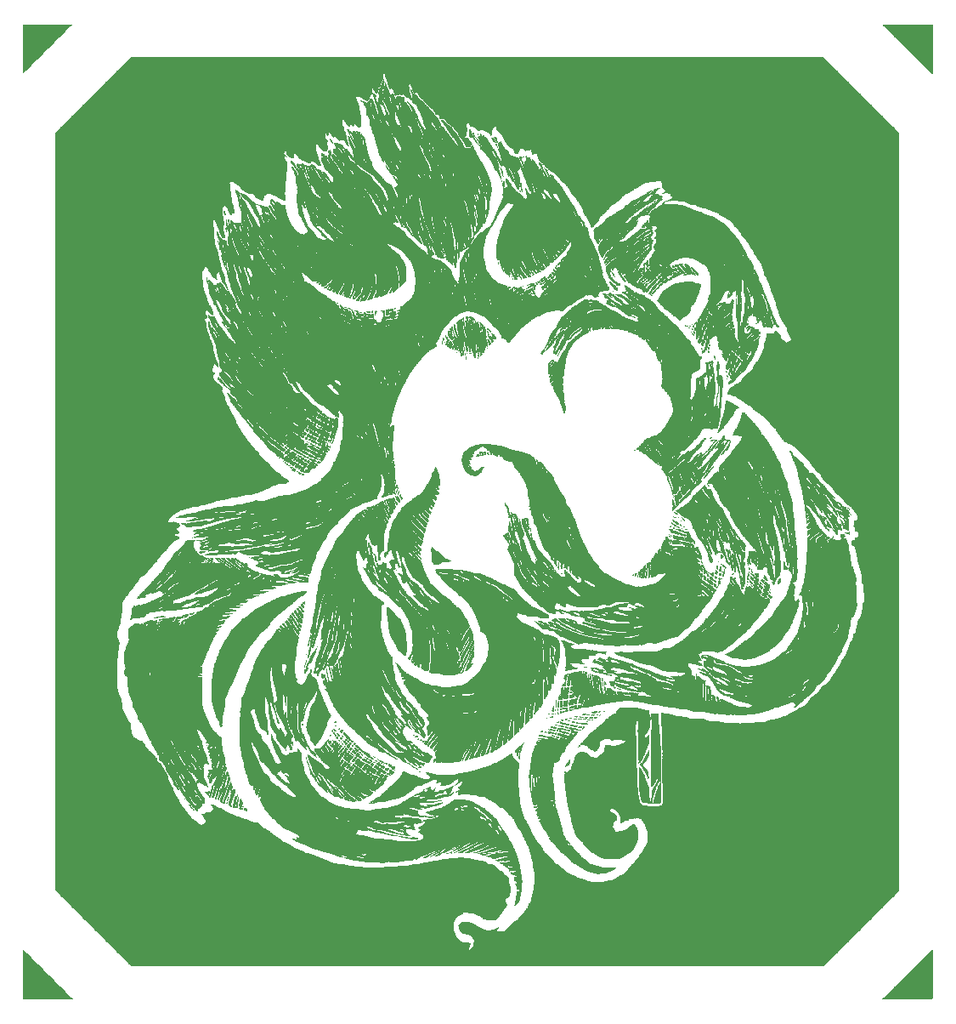
<source format=gts>
%MOIN*%
%OFA0B0*%
%FSLAX44Y44*%
%IPPOS*%
%LPD*%
%ADD10R,0.0015506123092315811X0.0030974960246757484*%
D10*
X-00000131Y-00000084D02*
X00001823Y-00000084D01*
X00033579Y-00000084D02*
X00035517Y-00000084D01*
X-00000131Y-00000053D02*
X00001791Y-00000053D01*
X00033625Y-00000053D02*
X00035564Y-00000053D01*
X-00000131Y-00000022D02*
X00001760Y-00000022D01*
X00033656Y-00000022D02*
X00035564Y-00000022D01*
X-00000131Y00000008D02*
X00001729Y00000008D01*
X00033687Y00000008D02*
X00035564Y00000008D01*
X-00000131Y00000039D02*
X00001698Y00000039D01*
X00033718Y00000039D02*
X00035564Y00000039D01*
X-00000131Y00000070D02*
X00001667Y00000070D01*
X00033749Y00000070D02*
X00035564Y00000070D01*
X-00000131Y00000101D02*
X00001636Y00000101D01*
X00033780Y00000101D02*
X00035564Y00000101D01*
X-00000131Y00000132D02*
X00001605Y00000132D01*
X00033811Y00000132D02*
X00035564Y00000132D01*
X-00000131Y00000163D02*
X00001574Y00000163D01*
X00033842Y00000163D02*
X00035564Y00000163D01*
X-00000131Y00000194D02*
X00001543Y00000194D01*
X00033873Y00000194D02*
X00035564Y00000194D01*
X-00000131Y00000225D02*
X00001512Y00000225D01*
X00033904Y00000225D02*
X00035564Y00000225D01*
X-00000131Y00000256D02*
X00001481Y00000256D01*
X00033935Y00000256D02*
X00035564Y00000256D01*
X-00000131Y00000287D02*
X00001450Y00000287D01*
X00033966Y00000287D02*
X00035564Y00000287D01*
X-00000131Y00000318D02*
X00001419Y00000318D01*
X00033997Y00000318D02*
X00035564Y00000318D01*
X-00000131Y00000349D02*
X00001388Y00000349D01*
X00034028Y00000349D02*
X00035564Y00000349D01*
X-00000131Y00000380D02*
X00001357Y00000380D01*
X00034059Y00000380D02*
X00035564Y00000380D01*
X-00000131Y00000411D02*
X00001326Y00000411D01*
X00034091Y00000411D02*
X00035564Y00000411D01*
X-00000131Y00000442D02*
X00001295Y00000442D01*
X00034122Y00000442D02*
X00035564Y00000442D01*
X-00000131Y00000473D02*
X00001264Y00000473D01*
X00034153Y00000473D02*
X00035564Y00000473D01*
X-00000131Y00000504D02*
X00001233Y00000504D01*
X00034184Y00000504D02*
X00035564Y00000504D01*
X-00000131Y00000534D02*
X00001202Y00000534D01*
X00034215Y00000534D02*
X00035564Y00000534D01*
X-00000131Y00000565D02*
X00001171Y00000565D01*
X00034246Y00000565D02*
X00035564Y00000565D01*
X-00000131Y00000596D02*
X00001140Y00000596D01*
X00034277Y00000596D02*
X00035564Y00000596D01*
X-00000131Y00000627D02*
X00001109Y00000627D01*
X00034308Y00000627D02*
X00035564Y00000627D01*
X-00000131Y00000658D02*
X00001078Y00000658D01*
X00034339Y00000658D02*
X00035564Y00000658D01*
X-00000131Y00000689D02*
X00001047Y00000689D01*
X00034370Y00000689D02*
X00035564Y00000689D01*
X-00000131Y00000720D02*
X00001016Y00000720D01*
X00034401Y00000720D02*
X00035564Y00000720D01*
X-00000131Y00000751D02*
X00000985Y00000751D01*
X00034432Y00000751D02*
X00035564Y00000751D01*
X-00000131Y00000782D02*
X00000954Y00000782D01*
X00034463Y00000782D02*
X00035564Y00000782D01*
X-00000131Y00000813D02*
X00000923Y00000813D01*
X00034494Y00000813D02*
X00035564Y00000813D01*
X-00000131Y00000844D02*
X00000892Y00000844D01*
X00034525Y00000844D02*
X00035564Y00000844D01*
X-00000131Y00000875D02*
X00000861Y00000875D01*
X00034556Y00000875D02*
X00035564Y00000875D01*
X-00000131Y00000906D02*
X00000830Y00000906D01*
X00034587Y00000906D02*
X00035564Y00000906D01*
X-00000131Y00000937D02*
X00000799Y00000937D01*
X00034618Y00000937D02*
X00035564Y00000937D01*
X-00000131Y00000968D02*
X00000768Y00000968D01*
X00034649Y00000968D02*
X00035564Y00000968D01*
X-00000131Y00000999D02*
X00000737Y00000999D01*
X00034680Y00000999D02*
X00035564Y00000999D01*
X-00000131Y00001030D02*
X00000706Y00001030D01*
X00034711Y00001030D02*
X00035564Y00001030D01*
X-00000131Y00001061D02*
X00000675Y00001061D01*
X00034742Y00001061D02*
X00035564Y00001061D01*
X-00000131Y00001092D02*
X00000644Y00001092D01*
X00034773Y00001092D02*
X00035564Y00001092D01*
X-00000131Y00001123D02*
X00000613Y00001123D01*
X00034804Y00001123D02*
X00035564Y00001123D01*
X-00000131Y00001154D02*
X00000582Y00001154D01*
X00034835Y00001154D02*
X00035564Y00001154D01*
X-00000131Y00001185D02*
X00000551Y00001185D01*
X00034866Y00001185D02*
X00035564Y00001185D01*
X-00000131Y00001216D02*
X00000520Y00001216D01*
X00004117Y00001216D02*
X00031284Y00001216D01*
X00034897Y00001216D02*
X00035564Y00001216D01*
X-00000131Y00001247D02*
X00000489Y00001247D01*
X00004086Y00001247D02*
X00031315Y00001247D01*
X00034928Y00001247D02*
X00035564Y00001247D01*
X-00000131Y00001278D02*
X00000458Y00001278D01*
X00004055Y00001278D02*
X00031346Y00001278D01*
X00034959Y00001278D02*
X00035564Y00001278D01*
X-00000131Y00001309D02*
X00000427Y00001309D01*
X00004024Y00001309D02*
X00031377Y00001309D01*
X00034990Y00001309D02*
X00035564Y00001309D01*
X-00000131Y00001340D02*
X00000396Y00001340D01*
X00003993Y00001340D02*
X00031408Y00001340D01*
X00035021Y00001340D02*
X00035564Y00001340D01*
X-00000131Y00001371D02*
X00000365Y00001371D01*
X00003962Y00001371D02*
X00031439Y00001371D01*
X00035052Y00001371D02*
X00035564Y00001371D01*
X-00000131Y00001402D02*
X00000334Y00001402D01*
X00003931Y00001402D02*
X00031470Y00001402D01*
X00035083Y00001402D02*
X00035564Y00001402D01*
X-00000131Y00001433D02*
X00000303Y00001433D01*
X00003900Y00001433D02*
X00031501Y00001433D01*
X00035114Y00001433D02*
X00035564Y00001433D01*
X-00000131Y00001464D02*
X00000272Y00001464D01*
X00003869Y00001464D02*
X00031532Y00001464D01*
X00035145Y00001464D02*
X00035564Y00001464D01*
X-00000131Y00001495D02*
X00000241Y00001495D01*
X00003838Y00001495D02*
X00031563Y00001495D01*
X00035176Y00001495D02*
X00035564Y00001495D01*
X-00000131Y00001526D02*
X00000210Y00001526D01*
X00003807Y00001526D02*
X00031594Y00001526D01*
X00035207Y00001526D02*
X00035564Y00001526D01*
X-00000131Y00001557D02*
X00000179Y00001557D01*
X00003776Y00001557D02*
X00031625Y00001557D01*
X00035238Y00001557D02*
X00035564Y00001557D01*
X-00000131Y00001588D02*
X00000148Y00001588D01*
X00003745Y00001588D02*
X00031656Y00001588D01*
X00035269Y00001588D02*
X00035564Y00001588D01*
X-00000131Y00001619D02*
X00000117Y00001619D01*
X00003714Y00001619D02*
X00031687Y00001619D01*
X00035300Y00001619D02*
X00035564Y00001619D01*
X-00000131Y00001650D02*
X00000086Y00001650D01*
X00003683Y00001650D02*
X00031718Y00001650D01*
X00035331Y00001650D02*
X00035564Y00001650D01*
X-00000131Y00001681D02*
X00000055Y00001681D01*
X00003652Y00001681D02*
X00031749Y00001681D01*
X00035362Y00001681D02*
X00035564Y00001681D01*
X-00000131Y00001712D02*
X00000024Y00001712D01*
X00003621Y00001712D02*
X00031780Y00001712D01*
X00035393Y00001712D02*
X00035564Y00001712D01*
X-00000131Y00001743D02*
X-00000006Y00001743D01*
X00003590Y00001743D02*
X00031811Y00001743D01*
X00035424Y00001743D02*
X00035564Y00001743D01*
X-00000131Y00001773D02*
X-00000037Y00001773D01*
X00003559Y00001773D02*
X00031842Y00001773D01*
X00035455Y00001773D02*
X00035564Y00001773D01*
X-00000131Y00001804D02*
X-00000068Y00001804D01*
X00003528Y00001804D02*
X00031873Y00001804D01*
X00035486Y00001804D02*
X00035564Y00001804D01*
X-00000131Y00001835D02*
X-00000099Y00001835D01*
X00003497Y00001835D02*
X00017360Y00001835D01*
X00017391Y00001835D02*
X00031904Y00001835D01*
X00035517Y00001835D02*
X00035564Y00001835D01*
X00003466Y00001866D02*
X00017360Y00001866D01*
X00017422Y00001866D02*
X00031935Y00001866D01*
X00003435Y00001897D02*
X00017360Y00001897D01*
X00017453Y00001897D02*
X00031966Y00001897D01*
X00003404Y00001928D02*
X00017360Y00001928D01*
X00017484Y00001928D02*
X00031997Y00001928D01*
X00003373Y00001959D02*
X00017391Y00001959D01*
X00017515Y00001959D02*
X00032028Y00001959D01*
X00003342Y00001990D02*
X00017391Y00001990D01*
X00017546Y00001990D02*
X00032059Y00001990D01*
X00003311Y00002021D02*
X00017391Y00002021D01*
X00017546Y00002021D02*
X00032090Y00002021D01*
X00003280Y00002052D02*
X00017422Y00002052D01*
X00017546Y00002052D02*
X00032121Y00002052D01*
X00003249Y00002083D02*
X00017422Y00002083D01*
X00017546Y00002083D02*
X00032152Y00002083D01*
X00003218Y00002114D02*
X00017360Y00002114D01*
X00017546Y00002114D02*
X00032183Y00002114D01*
X00003187Y00002145D02*
X00017143Y00002145D01*
X00017577Y00002145D02*
X00032215Y00002145D01*
X00003156Y00002176D02*
X00017081Y00002176D01*
X00017577Y00002176D02*
X00032246Y00002176D01*
X00003125Y00002207D02*
X00017019Y00002207D01*
X00017577Y00002207D02*
X00032277Y00002207D01*
X00003094Y00002238D02*
X00016988Y00002238D01*
X00017577Y00002238D02*
X00032308Y00002238D01*
X00003063Y00002269D02*
X00016957Y00002269D01*
X00017546Y00002269D02*
X00032339Y00002269D01*
X00003032Y00002300D02*
X00016926Y00002300D01*
X00017515Y00002300D02*
X00032370Y00002300D01*
X00003001Y00002331D02*
X00016895Y00002331D01*
X00017515Y00002331D02*
X00032401Y00002331D01*
X00002970Y00002362D02*
X00016864Y00002362D01*
X00017484Y00002362D02*
X00032432Y00002362D01*
X00002939Y00002393D02*
X00016864Y00002393D01*
X00017453Y00002393D02*
X00032463Y00002393D01*
X00002908Y00002424D02*
X00016833Y00002424D01*
X00017360Y00002424D02*
X00032494Y00002424D01*
X00002877Y00002455D02*
X00016833Y00002455D01*
X00017236Y00002455D02*
X00032525Y00002455D01*
X00002846Y00002486D02*
X00016833Y00002486D01*
X00017112Y00002486D02*
X00032556Y00002486D01*
X00002815Y00002517D02*
X00016802Y00002517D01*
X00017081Y00002517D02*
X00032587Y00002517D01*
X00002784Y00002548D02*
X00016802Y00002548D01*
X00017050Y00002548D02*
X00032618Y00002548D01*
X00002753Y00002579D02*
X00016802Y00002579D01*
X00017019Y00002579D02*
X00018663Y00002579D01*
X00018693Y00002579D02*
X00032649Y00002579D01*
X00002722Y00002610D02*
X00016771Y00002610D01*
X00017019Y00002610D02*
X00018477Y00002610D01*
X00018786Y00002610D02*
X00032680Y00002610D01*
X00002691Y00002641D02*
X00016771Y00002641D01*
X00017019Y00002641D02*
X00018012Y00002641D01*
X00018228Y00002641D02*
X00018477Y00002641D01*
X00018817Y00002641D02*
X00032711Y00002641D01*
X00002660Y00002672D02*
X00016771Y00002672D01*
X00016988Y00002672D02*
X00017919Y00002672D01*
X00018383Y00002672D02*
X00018508Y00002672D01*
X00018848Y00002672D02*
X00032742Y00002672D01*
X00002629Y00002703D02*
X00016771Y00002703D01*
X00016988Y00002703D02*
X00017857Y00002703D01*
X00018445Y00002703D02*
X00018539Y00002703D01*
X00018879Y00002703D02*
X00032773Y00002703D01*
X00002598Y00002734D02*
X00016771Y00002734D01*
X00016988Y00002734D02*
X00017795Y00002734D01*
X00018507Y00002734D02*
X00018539Y00002734D01*
X00018910Y00002734D02*
X00032804Y00002734D01*
X00002567Y00002765D02*
X00016771Y00002765D01*
X00016988Y00002765D02*
X00017733Y00002765D01*
X00018942Y00002765D02*
X00032835Y00002765D01*
X00002536Y00002796D02*
X00016771Y00002796D01*
X00016957Y00002796D02*
X00017670Y00002796D01*
X00018973Y00002796D02*
X00032866Y00002796D01*
X00002505Y00002827D02*
X00016771Y00002827D01*
X00016988Y00002827D02*
X00017639Y00002827D01*
X00019004Y00002827D02*
X00032897Y00002827D01*
X00002474Y00002858D02*
X00016771Y00002858D01*
X00017019Y00002858D02*
X00017577Y00002858D01*
X00019035Y00002858D02*
X00032928Y00002858D01*
X00002443Y00002889D02*
X00016771Y00002889D01*
X00017050Y00002889D02*
X00017484Y00002889D01*
X00019066Y00002889D02*
X00032959Y00002889D01*
X00002411Y00002920D02*
X00016771Y00002920D01*
X00017081Y00002920D02*
X00017391Y00002920D01*
X00019097Y00002920D02*
X00032990Y00002920D01*
X00002380Y00002951D02*
X00016802Y00002951D01*
X00019128Y00002951D02*
X00033021Y00002951D01*
X00002349Y00002982D02*
X00016802Y00002982D01*
X00019221Y00002982D02*
X00033052Y00002982D01*
X00002318Y00003012D02*
X00016802Y00003012D01*
X00018104Y00003012D02*
X00018260Y00003012D01*
X00019252Y00003012D02*
X00033083Y00003012D01*
X00002287Y00003043D02*
X00016833Y00003043D01*
X00018042Y00003043D02*
X00018415Y00003043D01*
X00019283Y00003043D02*
X00033114Y00003043D01*
X00002256Y00003074D02*
X00016833Y00003074D01*
X00017918Y00003074D02*
X00018446Y00003074D01*
X00019314Y00003074D02*
X00033145Y00003074D01*
X00002225Y00003105D02*
X00016864Y00003105D01*
X00017918Y00003105D02*
X00018508Y00003105D01*
X00019314Y00003105D02*
X00033176Y00003105D01*
X00002194Y00003136D02*
X00016895Y00003136D01*
X00017856Y00003136D02*
X00018539Y00003136D01*
X00019345Y00003136D02*
X00033207Y00003136D01*
X00002163Y00003167D02*
X00016926Y00003167D01*
X00017825Y00003167D02*
X00018570Y00003167D01*
X00019376Y00003167D02*
X00033238Y00003167D01*
X00002132Y00003198D02*
X00016988Y00003198D01*
X00017701Y00003198D02*
X00018570Y00003198D01*
X00019407Y00003198D02*
X00033269Y00003198D01*
X00002101Y00003229D02*
X00017050Y00003229D01*
X00017639Y00003229D02*
X00018601Y00003229D01*
X00019438Y00003229D02*
X00033300Y00003229D01*
X00002070Y00003260D02*
X00017112Y00003260D01*
X00017577Y00003260D02*
X00018632Y00003260D01*
X00019469Y00003260D02*
X00033331Y00003260D01*
X00002039Y00003291D02*
X00017143Y00003291D01*
X00017329Y00003291D02*
X00018663Y00003291D01*
X00019500Y00003291D02*
X00033362Y00003291D01*
X00002008Y00003322D02*
X00018663Y00003322D01*
X00019531Y00003322D02*
X00033393Y00003322D01*
X00001977Y00003353D02*
X00018694Y00003353D01*
X00019531Y00003353D02*
X00033424Y00003353D01*
X00001946Y00003384D02*
X00018725Y00003384D01*
X00019562Y00003384D02*
X00033455Y00003384D01*
X00001915Y00003415D02*
X00018725Y00003415D01*
X00019593Y00003415D02*
X00033486Y00003415D01*
X00001884Y00003446D02*
X00018756Y00003446D01*
X00019624Y00003446D02*
X00033517Y00003446D01*
X00001853Y00003477D02*
X00018756Y00003477D01*
X00019655Y00003477D02*
X00033548Y00003477D01*
X00001822Y00003508D02*
X00018787Y00003508D01*
X00019686Y00003508D02*
X00033579Y00003508D01*
X00001791Y00003539D02*
X00018818Y00003539D01*
X00019686Y00003539D02*
X00033610Y00003539D01*
X00001760Y00003570D02*
X00018818Y00003570D01*
X00019686Y00003570D02*
X00033641Y00003570D01*
X00001729Y00003601D02*
X00018849Y00003601D01*
X00019159Y00003601D02*
X00019190Y00003601D01*
X00019717Y00003601D02*
X00033672Y00003601D01*
X00001698Y00003632D02*
X00018849Y00003632D01*
X00019190Y00003632D02*
X00019221Y00003632D01*
X00019717Y00003632D02*
X00033703Y00003632D01*
X00001667Y00003663D02*
X00018818Y00003663D01*
X00019190Y00003663D02*
X00019252Y00003663D01*
X00019717Y00003663D02*
X00033734Y00003663D01*
X00001636Y00003694D02*
X00018818Y00003694D01*
X00019190Y00003694D02*
X00019283Y00003694D01*
X00019779Y00003694D02*
X00033765Y00003694D01*
X00001605Y00003725D02*
X00018787Y00003725D01*
X00019190Y00003725D02*
X00019314Y00003725D01*
X00019779Y00003725D02*
X00033796Y00003725D01*
X00001574Y00003756D02*
X00018787Y00003756D01*
X00019190Y00003756D02*
X00019314Y00003756D01*
X00019810Y00003756D02*
X00033827Y00003756D01*
X00001543Y00003787D02*
X00018787Y00003787D01*
X00019221Y00003787D02*
X00019345Y00003787D01*
X00019810Y00003787D02*
X00033858Y00003787D01*
X00001512Y00003818D02*
X00018787Y00003818D01*
X00019221Y00003818D02*
X00019345Y00003818D01*
X00019810Y00003818D02*
X00033889Y00003818D01*
X00001481Y00003849D02*
X00018818Y00003849D01*
X00019221Y00003849D02*
X00019345Y00003849D01*
X00019810Y00003849D02*
X00033920Y00003849D01*
X00001450Y00003880D02*
X00018880Y00003880D01*
X00019221Y00003880D02*
X00019376Y00003880D01*
X00019810Y00003880D02*
X00033951Y00003880D01*
X00001419Y00003911D02*
X00018911Y00003911D01*
X00019221Y00003911D02*
X00019376Y00003911D01*
X00019841Y00003911D02*
X00033982Y00003911D01*
X00001388Y00003942D02*
X00018942Y00003942D01*
X00019221Y00003942D02*
X00019376Y00003942D01*
X00019841Y00003942D02*
X00034013Y00003942D01*
X00001357Y00003973D02*
X00018973Y00003973D01*
X00019221Y00003973D02*
X00019407Y00003973D01*
X00019841Y00003973D02*
X00034044Y00003973D01*
X00001326Y00004004D02*
X00018973Y00004004D01*
X00019252Y00004004D02*
X00019407Y00004004D01*
X00019841Y00004004D02*
X00034075Y00004004D01*
X00001295Y00004035D02*
X00018973Y00004035D01*
X00019252Y00004035D02*
X00019407Y00004035D01*
X00019841Y00004035D02*
X00034106Y00004035D01*
X00001264Y00004066D02*
X00018973Y00004066D01*
X00019252Y00004066D02*
X00019407Y00004066D01*
X00019872Y00004066D02*
X00034137Y00004066D01*
X00001233Y00004097D02*
X00019004Y00004097D01*
X00019252Y00004097D02*
X00019407Y00004097D01*
X00019872Y00004097D02*
X00034168Y00004097D01*
X00001202Y00004128D02*
X00019004Y00004128D01*
X00019252Y00004128D02*
X00019438Y00004128D01*
X00019872Y00004128D02*
X00034199Y00004128D01*
X00001171Y00004159D02*
X00019004Y00004159D01*
X00019345Y00004159D02*
X00019438Y00004159D01*
X00019872Y00004159D02*
X00034230Y00004159D01*
X00001140Y00004190D02*
X00019004Y00004190D01*
X00019345Y00004190D02*
X00019438Y00004190D01*
X00019903Y00004190D02*
X00034230Y00004190D01*
X00001140Y00004221D02*
X00019004Y00004221D01*
X00019252Y00004221D02*
X00019438Y00004221D01*
X00019903Y00004221D02*
X00034230Y00004221D01*
X00001140Y00004251D02*
X00019004Y00004251D01*
X00019252Y00004251D02*
X00019438Y00004251D01*
X00019903Y00004251D02*
X00034230Y00004251D01*
X00001140Y00004282D02*
X00019004Y00004282D01*
X00019252Y00004282D02*
X00019438Y00004282D01*
X00019903Y00004282D02*
X00034230Y00004282D01*
X00001140Y00004313D02*
X00019004Y00004313D01*
X00019252Y00004313D02*
X00019438Y00004313D01*
X00019903Y00004313D02*
X00034230Y00004313D01*
X00001140Y00004344D02*
X00018973Y00004344D01*
X00019252Y00004344D02*
X00019438Y00004344D01*
X00019903Y00004344D02*
X00034230Y00004344D01*
X00001140Y00004375D02*
X00018973Y00004375D01*
X00019221Y00004375D02*
X00019438Y00004375D01*
X00019903Y00004375D02*
X00034230Y00004375D01*
X00001140Y00004406D02*
X00018973Y00004406D01*
X00019221Y00004406D02*
X00019438Y00004406D01*
X00019903Y00004406D02*
X00034230Y00004406D01*
X00001140Y00004437D02*
X00018973Y00004437D01*
X00019190Y00004437D02*
X00019438Y00004437D01*
X00019934Y00004437D02*
X00034230Y00004437D01*
X00001140Y00004468D02*
X00018942Y00004468D01*
X00019252Y00004468D02*
X00019438Y00004468D01*
X00019934Y00004468D02*
X00034230Y00004468D01*
X00001140Y00004499D02*
X00018942Y00004499D01*
X00019252Y00004499D02*
X00019469Y00004499D01*
X00019934Y00004499D02*
X00034230Y00004499D01*
X00001140Y00004530D02*
X00018942Y00004530D01*
X00019221Y00004530D02*
X00019469Y00004530D01*
X00019934Y00004530D02*
X00022136Y00004530D01*
X00022663Y00004530D02*
X00034230Y00004530D01*
X00001140Y00004561D02*
X00018942Y00004561D01*
X00019159Y00004561D02*
X00019469Y00004561D01*
X00019934Y00004561D02*
X00021981Y00004561D01*
X00022818Y00004561D02*
X00034230Y00004561D01*
X00001140Y00004592D02*
X00018911Y00004592D01*
X00019159Y00004592D02*
X00019438Y00004592D01*
X00019934Y00004592D02*
X00021919Y00004592D01*
X00023004Y00004592D02*
X00034230Y00004592D01*
X00001140Y00004623D02*
X00018911Y00004623D01*
X00019128Y00004623D02*
X00019438Y00004623D01*
X00019934Y00004623D02*
X00021826Y00004623D01*
X00023066Y00004623D02*
X00034230Y00004623D01*
X00001140Y00004654D02*
X00018911Y00004654D01*
X00019128Y00004654D02*
X00019438Y00004654D01*
X00019934Y00004654D02*
X00021702Y00004654D01*
X00023128Y00004654D02*
X00034230Y00004654D01*
X00001140Y00004685D02*
X00018880Y00004685D01*
X00019128Y00004685D02*
X00019438Y00004685D01*
X00019934Y00004685D02*
X00021609Y00004685D01*
X00023190Y00004685D02*
X00034230Y00004685D01*
X00001140Y00004716D02*
X00018849Y00004716D01*
X00019252Y00004716D02*
X00019438Y00004716D01*
X00019934Y00004716D02*
X00021547Y00004716D01*
X00023252Y00004716D02*
X00034230Y00004716D01*
X00001140Y00004747D02*
X00018818Y00004747D01*
X00019190Y00004747D02*
X00019438Y00004747D01*
X00019934Y00004747D02*
X00021485Y00004747D01*
X00023283Y00004747D02*
X00034230Y00004747D01*
X00001140Y00004778D02*
X00018787Y00004778D01*
X00019097Y00004778D02*
X00019438Y00004778D01*
X00019934Y00004778D02*
X00021423Y00004778D01*
X00023345Y00004778D02*
X00034230Y00004778D01*
X00001140Y00004809D02*
X00018756Y00004809D01*
X00019066Y00004809D02*
X00019438Y00004809D01*
X00019934Y00004809D02*
X00021392Y00004809D01*
X00023376Y00004809D02*
X00034230Y00004809D01*
X00001140Y00004840D02*
X00018725Y00004840D01*
X00019004Y00004840D02*
X00019407Y00004840D01*
X00019934Y00004840D02*
X00021330Y00004840D01*
X00022384Y00004840D02*
X00022508Y00004840D01*
X00023438Y00004840D02*
X00034230Y00004840D01*
X00001140Y00004871D02*
X00018725Y00004871D01*
X00019004Y00004871D02*
X00019407Y00004871D01*
X00019934Y00004871D02*
X00021268Y00004871D01*
X00022229Y00004871D02*
X00022756Y00004871D01*
X00023469Y00004871D02*
X00034230Y00004871D01*
X00001140Y00004902D02*
X00018694Y00004902D01*
X00019004Y00004902D02*
X00019035Y00004902D01*
X00019128Y00004902D02*
X00019407Y00004902D01*
X00019934Y00004902D02*
X00021206Y00004902D01*
X00022105Y00004902D02*
X00022819Y00004902D01*
X00023500Y00004902D02*
X00034230Y00004902D01*
X00001140Y00004933D02*
X00018663Y00004933D01*
X00018942Y00004933D02*
X00018973Y00004933D01*
X00019221Y00004933D02*
X00019407Y00004933D01*
X00019903Y00004933D02*
X00021144Y00004933D01*
X00022012Y00004933D02*
X00022912Y00004933D01*
X00023531Y00004933D02*
X00034230Y00004933D01*
X00001140Y00004964D02*
X00018570Y00004964D01*
X00018942Y00004964D02*
X00019407Y00004964D01*
X00019903Y00004964D02*
X00021113Y00004964D01*
X00021950Y00004964D02*
X00023005Y00004964D01*
X00023562Y00004964D02*
X00034230Y00004964D01*
X00001140Y00004995D02*
X00018539Y00004995D01*
X00018942Y00004995D02*
X00019407Y00004995D01*
X00019903Y00004995D02*
X00021082Y00004995D01*
X00021888Y00004995D02*
X00023067Y00004995D01*
X00023593Y00004995D02*
X00034230Y00004995D01*
X00001140Y00005026D02*
X00018508Y00005026D01*
X00018910Y00005026D02*
X00019376Y00005026D01*
X00019903Y00005026D02*
X00021051Y00005026D01*
X00021826Y00005026D02*
X00023098Y00005026D01*
X00023624Y00005026D02*
X00034230Y00005026D01*
X00001140Y00005057D02*
X00018446Y00005057D01*
X00018879Y00005057D02*
X00019376Y00005057D01*
X00019872Y00005057D02*
X00020989Y00005057D01*
X00021764Y00005057D02*
X00023129Y00005057D01*
X00023655Y00005057D02*
X00034230Y00005057D01*
X00001140Y00005088D02*
X00013205Y00005088D01*
X00014042Y00005088D02*
X00018415Y00005088D01*
X00018817Y00005088D02*
X00018880Y00005088D01*
X00019066Y00005088D02*
X00019376Y00005088D01*
X00019872Y00005088D02*
X00020958Y00005088D01*
X00021702Y00005088D02*
X00022570Y00005088D01*
X00023686Y00005088D02*
X00034230Y00005088D01*
X00001140Y00005119D02*
X00012864Y00005119D01*
X00014569Y00005119D02*
X00018384Y00005119D01*
X00018786Y00005119D02*
X00018880Y00005119D01*
X00018942Y00005119D02*
X00019345Y00005119D01*
X00019872Y00005119D02*
X00020927Y00005119D01*
X00021671Y00005119D02*
X00022446Y00005119D01*
X00023717Y00005119D02*
X00034230Y00005119D01*
X00001140Y00005150D02*
X00012615Y00005150D01*
X00015003Y00005150D02*
X00018353Y00005150D01*
X00018724Y00005150D02*
X00019345Y00005150D01*
X00019872Y00005150D02*
X00020896Y00005150D01*
X00021609Y00005150D02*
X00022322Y00005150D01*
X00023748Y00005150D02*
X00034230Y00005150D01*
X00001140Y00005181D02*
X00012491Y00005181D01*
X00015158Y00005181D02*
X00018291Y00005181D01*
X00018724Y00005181D02*
X00019345Y00005181D01*
X00019872Y00005181D02*
X00020865Y00005181D01*
X00021578Y00005181D02*
X00022229Y00005181D01*
X00023748Y00005181D02*
X00034230Y00005181D01*
X00001140Y00005212D02*
X00012336Y00005212D01*
X00015313Y00005212D02*
X00018198Y00005212D01*
X00018631Y00005212D02*
X00018663Y00005212D01*
X00019035Y00005212D02*
X00019314Y00005212D01*
X00019872Y00005212D02*
X00020803Y00005212D01*
X00021516Y00005212D02*
X00022136Y00005212D01*
X00023779Y00005212D02*
X00034230Y00005212D01*
X00001140Y00005243D02*
X00012181Y00005243D01*
X00015437Y00005243D02*
X00018105Y00005243D01*
X00018600Y00005243D02*
X00019314Y00005243D01*
X00019872Y00005243D02*
X00020772Y00005243D01*
X00021485Y00005243D02*
X00022105Y00005243D01*
X00023810Y00005243D02*
X00034230Y00005243D01*
X00001140Y00005274D02*
X00012026Y00005274D01*
X00013887Y00005274D02*
X00014073Y00005274D01*
X00015592Y00005274D02*
X00018074Y00005274D01*
X00018569Y00005274D02*
X00019314Y00005274D01*
X00019872Y00005274D02*
X00020741Y00005274D01*
X00021453Y00005274D02*
X00022074Y00005274D01*
X00023841Y00005274D02*
X00034230Y00005274D01*
X00001140Y00005305D02*
X00011933Y00005305D01*
X00013266Y00005305D02*
X00014197Y00005305D01*
X00014259Y00005305D02*
X00014631Y00005305D01*
X00015778Y00005305D02*
X00018012Y00005305D01*
X00018879Y00005305D02*
X00019314Y00005305D01*
X00019872Y00005305D02*
X00020710Y00005305D01*
X00021391Y00005305D02*
X00022012Y00005305D01*
X00023872Y00005305D02*
X00034230Y00005305D01*
X00001140Y00005336D02*
X00011871Y00005336D01*
X00013049Y00005336D02*
X00014817Y00005336D01*
X00015933Y00005336D02*
X00017919Y00005336D01*
X00018476Y00005336D02*
X00018570Y00005336D01*
X00018631Y00005336D02*
X00018663Y00005336D01*
X00018755Y00005336D02*
X00018818Y00005336D01*
X00018973Y00005336D02*
X00019283Y00005336D01*
X00019841Y00005336D02*
X00020679Y00005336D01*
X00021360Y00005336D02*
X00021981Y00005336D01*
X00023872Y00005336D02*
X00034230Y00005336D01*
X00001140Y00005367D02*
X00011778Y00005367D01*
X00012801Y00005367D02*
X00015158Y00005367D01*
X00016181Y00005367D02*
X00017733Y00005367D01*
X00018414Y00005367D02*
X00019283Y00005367D01*
X00019841Y00005367D02*
X00020648Y00005367D01*
X00021329Y00005367D02*
X00021950Y00005367D01*
X00023903Y00005367D02*
X00034230Y00005367D01*
X00001140Y00005398D02*
X00011685Y00005398D01*
X00012677Y00005398D02*
X00015190Y00005398D01*
X00015282Y00005398D02*
X00015314Y00005398D01*
X00016305Y00005398D02*
X00017577Y00005398D01*
X00018507Y00005398D02*
X00019283Y00005398D01*
X00019841Y00005398D02*
X00020617Y00005398D01*
X00021298Y00005398D02*
X00021919Y00005398D01*
X00023934Y00005398D02*
X00034230Y00005398D01*
X00001140Y00005429D02*
X00011623Y00005429D01*
X00012553Y00005429D02*
X00015252Y00005429D01*
X00015282Y00005429D02*
X00015376Y00005429D01*
X00016585Y00005429D02*
X00017422Y00005429D01*
X00018290Y00005429D02*
X00018415Y00005429D01*
X00018631Y00005429D02*
X00019283Y00005429D01*
X00019810Y00005429D02*
X00020586Y00005429D01*
X00021267Y00005429D02*
X00021857Y00005429D01*
X00022632Y00005429D02*
X00023284Y00005429D01*
X00023965Y00005429D02*
X00034230Y00005429D01*
X00001140Y00005460D02*
X00011530Y00005460D01*
X00012460Y00005460D02*
X00013081Y00005460D01*
X00013235Y00005460D02*
X00015283Y00005460D01*
X00015313Y00005460D02*
X00015438Y00005460D01*
X00015561Y00005460D02*
X00015686Y00005460D01*
X00016957Y00005460D02*
X00017174Y00005460D01*
X00018228Y00005460D02*
X00018539Y00005460D01*
X00018755Y00005460D02*
X00019252Y00005460D01*
X00019810Y00005460D02*
X00020555Y00005460D01*
X00021236Y00005460D02*
X00021826Y00005460D01*
X00022539Y00005460D02*
X00023377Y00005460D01*
X00023996Y00005460D02*
X00034230Y00005460D01*
X00001140Y00005490D02*
X00011468Y00005490D01*
X00012274Y00005490D02*
X00012429Y00005490D01*
X00012584Y00005490D02*
X00012957Y00005490D01*
X00013111Y00005490D02*
X00015469Y00005490D01*
X00015623Y00005490D02*
X00015748Y00005490D01*
X00015840Y00005490D02*
X00015872Y00005490D01*
X00018104Y00005490D02*
X00018694Y00005490D01*
X00018879Y00005490D02*
X00019252Y00005490D01*
X00019810Y00005490D02*
X00020524Y00005490D01*
X00021205Y00005490D02*
X00021764Y00005490D01*
X00022477Y00005490D02*
X00023439Y00005490D01*
X00024028Y00005490D02*
X00034230Y00005490D01*
X00001140Y00005521D02*
X00011375Y00005521D01*
X00012181Y00005521D02*
X00012367Y00005521D01*
X00012491Y00005521D02*
X00015562Y00005521D01*
X00015685Y00005521D02*
X00015810Y00005521D01*
X00015871Y00005521D02*
X00015934Y00005521D01*
X00016057Y00005521D02*
X00016120Y00005521D01*
X00018042Y00005521D02*
X00018880Y00005521D01*
X00018910Y00005521D02*
X00019252Y00005521D01*
X00019810Y00005521D02*
X00020493Y00005521D01*
X00021174Y00005521D02*
X00021764Y00005521D01*
X00022415Y00005521D02*
X00023470Y00005521D01*
X00024059Y00005521D02*
X00034230Y00005521D01*
X00001140Y00005552D02*
X00011282Y00005552D01*
X00012119Y00005552D02*
X00013205Y00005552D01*
X00013297Y00005552D02*
X00015655Y00005552D01*
X00015747Y00005552D02*
X00015872Y00005552D01*
X00015933Y00005552D02*
X00016027Y00005552D01*
X00016088Y00005552D02*
X00016213Y00005552D01*
X00017887Y00005552D02*
X00018012Y00005552D01*
X00018166Y00005552D02*
X00019221Y00005552D01*
X00019810Y00005552D02*
X00020462Y00005552D01*
X00021112Y00005552D02*
X00021733Y00005552D01*
X00022384Y00005552D02*
X00023532Y00005552D01*
X00024059Y00005552D02*
X00034230Y00005552D01*
X00001140Y00005583D02*
X00011189Y00005583D01*
X00011995Y00005583D02*
X00013174Y00005583D01*
X00013204Y00005583D02*
X00013236Y00005583D01*
X00013359Y00005583D02*
X00015748Y00005583D01*
X00015809Y00005583D02*
X00015903Y00005583D01*
X00015964Y00005583D02*
X00016058Y00005583D01*
X00016150Y00005583D02*
X00016275Y00005583D01*
X00017794Y00005583D02*
X00018105Y00005583D01*
X00018259Y00005583D02*
X00019221Y00005583D01*
X00019779Y00005583D02*
X00020431Y00005583D01*
X00021112Y00005583D02*
X00021702Y00005583D01*
X00022322Y00005583D02*
X00023563Y00005583D01*
X00024090Y00005583D02*
X00034230Y00005583D01*
X00001140Y00005614D02*
X00011096Y00005614D01*
X00011902Y00005614D02*
X00013329Y00005614D01*
X00013359Y00005614D02*
X00015779Y00005614D01*
X00015871Y00005614D02*
X00015965Y00005614D01*
X00016026Y00005614D02*
X00016120Y00005614D01*
X00016181Y00005614D02*
X00016306Y00005614D01*
X00016461Y00005614D02*
X00016554Y00005614D01*
X00016678Y00005614D02*
X00016709Y00005614D01*
X00017701Y00005614D02*
X00017888Y00005614D01*
X00018042Y00005614D02*
X00018229Y00005614D01*
X00018414Y00005614D02*
X00019221Y00005614D01*
X00019779Y00005614D02*
X00020400Y00005614D01*
X00021050Y00005614D02*
X00021702Y00005614D01*
X00022260Y00005614D02*
X00023625Y00005614D01*
X00024121Y00005614D02*
X00034230Y00005614D01*
X00001140Y00005645D02*
X00011003Y00005645D01*
X00011840Y00005645D02*
X00015841Y00005645D01*
X00015933Y00005645D02*
X00016027Y00005645D01*
X00016088Y00005645D02*
X00016182Y00005645D01*
X00016212Y00005645D02*
X00016368Y00005645D01*
X00016554Y00005645D02*
X00016585Y00005645D01*
X00016709Y00005645D02*
X00016771Y00005645D01*
X00016864Y00005645D02*
X00017019Y00005645D01*
X00017484Y00005645D02*
X00017608Y00005645D01*
X00017763Y00005645D02*
X00017919Y00005645D01*
X00018259Y00005645D02*
X00018353Y00005645D01*
X00018569Y00005645D02*
X00019190Y00005645D01*
X00019779Y00005645D02*
X00020369Y00005645D01*
X00021019Y00005645D02*
X00021671Y00005645D01*
X00022198Y00005645D02*
X00023656Y00005645D01*
X00024152Y00005645D02*
X00034230Y00005645D01*
X00001140Y00005676D02*
X00010941Y00005676D01*
X00011778Y00005676D02*
X00015903Y00005676D01*
X00015964Y00005676D02*
X00016058Y00005676D01*
X00016119Y00005676D02*
X00016213Y00005676D01*
X00016274Y00005676D02*
X00016430Y00005676D01*
X00016616Y00005676D02*
X00016678Y00005676D01*
X00016771Y00005676D02*
X00016833Y00005676D01*
X00016957Y00005676D02*
X00017112Y00005676D01*
X00017205Y00005676D02*
X00017391Y00005676D01*
X00017546Y00005676D02*
X00017701Y00005676D01*
X00017856Y00005676D02*
X00018105Y00005676D01*
X00018414Y00005676D02*
X00018446Y00005676D01*
X00018476Y00005676D02*
X00018508Y00005676D01*
X00018724Y00005676D02*
X00019190Y00005676D01*
X00019779Y00005676D02*
X00020338Y00005676D01*
X00020988Y00005676D02*
X00021640Y00005676D01*
X00022167Y00005676D02*
X00023687Y00005676D01*
X00024152Y00005676D02*
X00034230Y00005676D01*
X00001140Y00005707D02*
X00010879Y00005707D01*
X00011654Y00005707D02*
X00015965Y00005707D01*
X00016026Y00005707D02*
X00016120Y00005707D01*
X00016150Y00005707D02*
X00016275Y00005707D01*
X00016336Y00005707D02*
X00016492Y00005707D01*
X00016678Y00005707D02*
X00016709Y00005707D01*
X00016833Y00005707D02*
X00016895Y00005707D01*
X00017019Y00005707D02*
X00017174Y00005707D01*
X00017267Y00005707D02*
X00017484Y00005707D01*
X00017670Y00005707D02*
X00017826Y00005707D01*
X00017980Y00005707D02*
X00018353Y00005707D01*
X00018538Y00005707D02*
X00018663Y00005707D01*
X00018910Y00005707D02*
X00019190Y00005707D01*
X00019748Y00005707D02*
X00020338Y00005707D01*
X00020957Y00005707D02*
X00021578Y00005707D01*
X00022136Y00005707D02*
X00023718Y00005707D01*
X00024183Y00005707D02*
X00034230Y00005707D01*
X00001140Y00005738D02*
X00010817Y00005738D01*
X00011530Y00005738D02*
X00016151Y00005738D01*
X00016212Y00005738D02*
X00016306Y00005738D01*
X00016367Y00005738D02*
X00016554Y00005738D01*
X00016740Y00005738D02*
X00016802Y00005738D01*
X00016895Y00005738D02*
X00016988Y00005738D01*
X00017081Y00005738D02*
X00017236Y00005738D01*
X00017329Y00005738D02*
X00017608Y00005738D01*
X00017763Y00005738D02*
X00017919Y00005738D01*
X00018073Y00005738D02*
X00018508Y00005738D01*
X00018631Y00005738D02*
X00019159Y00005738D01*
X00019748Y00005738D02*
X00020307Y00005738D01*
X00020926Y00005738D02*
X00021547Y00005738D01*
X00022105Y00005738D02*
X00023749Y00005738D01*
X00024183Y00005738D02*
X00034230Y00005738D01*
X00001140Y00005769D02*
X00010724Y00005769D01*
X00011437Y00005769D02*
X00016213Y00005769D01*
X00016243Y00005769D02*
X00016337Y00005769D01*
X00016398Y00005769D02*
X00016616Y00005769D01*
X00016771Y00005769D02*
X00016864Y00005769D01*
X00016957Y00005769D02*
X00017050Y00005769D01*
X00017143Y00005769D02*
X00017298Y00005769D01*
X00017391Y00005769D02*
X00017701Y00005769D01*
X00017825Y00005769D02*
X00018012Y00005769D01*
X00018135Y00005769D02*
X00019159Y00005769D01*
X00019748Y00005769D02*
X00020276Y00005769D01*
X00020895Y00005769D02*
X00021516Y00005769D01*
X00022074Y00005769D02*
X00023780Y00005769D01*
X00024214Y00005769D02*
X00034230Y00005769D01*
X00001140Y00005800D02*
X00010662Y00005800D01*
X00011312Y00005800D02*
X00016244Y00005800D01*
X00016274Y00005800D02*
X00016399Y00005800D01*
X00016430Y00005800D02*
X00016678Y00005800D01*
X00016708Y00005800D02*
X00016771Y00005800D01*
X00016833Y00005800D02*
X00016957Y00005800D01*
X00017019Y00005800D02*
X00017143Y00005800D01*
X00017205Y00005800D02*
X00017391Y00005800D01*
X00017484Y00005800D02*
X00017795Y00005800D01*
X00017918Y00005800D02*
X00018136Y00005800D01*
X00018259Y00005800D02*
X00019159Y00005800D01*
X00019748Y00005800D02*
X00020276Y00005800D01*
X00020864Y00005800D02*
X00021485Y00005800D01*
X00022043Y00005800D02*
X00023811Y00005800D01*
X00024214Y00005800D02*
X00034230Y00005800D01*
X00001140Y00005831D02*
X00010569Y00005831D01*
X00011219Y00005831D02*
X00016709Y00005831D01*
X00016771Y00005831D02*
X00016802Y00005831D01*
X00016863Y00005831D02*
X00017019Y00005831D01*
X00017081Y00005831D02*
X00017205Y00005831D01*
X00017298Y00005831D02*
X00017453Y00005831D01*
X00017546Y00005831D02*
X00017888Y00005831D01*
X00017949Y00005831D02*
X00018229Y00005831D01*
X00018352Y00005831D02*
X00019128Y00005831D01*
X00019717Y00005831D02*
X00020245Y00005831D01*
X00020833Y00005831D02*
X00021454Y00005831D01*
X00022012Y00005831D02*
X00023842Y00005831D01*
X00024245Y00005831D02*
X00034230Y00005831D01*
X00001140Y00005862D02*
X00010507Y00005862D01*
X00011157Y00005862D02*
X00016771Y00005862D01*
X00016832Y00005862D02*
X00016895Y00005862D01*
X00016926Y00005862D02*
X00017081Y00005862D01*
X00017143Y00005862D02*
X00017267Y00005862D01*
X00017360Y00005862D02*
X00017546Y00005862D01*
X00017608Y00005862D02*
X00017950Y00005862D01*
X00018011Y00005862D02*
X00018353Y00005862D01*
X00018445Y00005862D02*
X00019097Y00005862D01*
X00019717Y00005862D02*
X00020213Y00005862D01*
X00020802Y00005862D02*
X00021454Y00005862D01*
X00021981Y00005862D02*
X00023873Y00005862D01*
X00024245Y00005862D02*
X00034230Y00005862D01*
X00001140Y00005893D02*
X00010445Y00005893D01*
X00011064Y00005893D02*
X00016523Y00005893D01*
X00016553Y00005893D02*
X00016926Y00005893D01*
X00016957Y00005893D02*
X00017143Y00005893D01*
X00017205Y00005893D02*
X00017329Y00005893D01*
X00017422Y00005893D02*
X00017577Y00005893D01*
X00017670Y00005893D02*
X00018012Y00005893D01*
X00018073Y00005893D02*
X00019097Y00005893D01*
X00019717Y00005893D02*
X00020182Y00005893D01*
X00020771Y00005893D02*
X00021423Y00005893D01*
X00021950Y00005893D02*
X00023873Y00005893D01*
X00024276Y00005893D02*
X00034230Y00005893D01*
X00001140Y00005924D02*
X00010383Y00005924D01*
X00011002Y00005924D02*
X00016957Y00005924D01*
X00017019Y00005924D02*
X00017174Y00005924D01*
X00017267Y00005924D02*
X00017391Y00005924D01*
X00017484Y00005924D02*
X00017639Y00005924D01*
X00017732Y00005924D02*
X00018074Y00005924D01*
X00018135Y00005924D02*
X00019097Y00005924D01*
X00019686Y00005924D02*
X00020182Y00005924D01*
X00020771Y00005924D02*
X00021392Y00005924D01*
X00021919Y00005924D02*
X00023904Y00005924D01*
X00024307Y00005924D02*
X00034230Y00005924D01*
X00001140Y00005955D02*
X00010352Y00005955D01*
X00010940Y00005955D02*
X00017019Y00005955D01*
X00017050Y00005955D02*
X00017236Y00005955D01*
X00017298Y00005955D02*
X00017453Y00005955D01*
X00017546Y00005955D02*
X00017701Y00005955D01*
X00017794Y00005955D02*
X00019066Y00005955D01*
X00019655Y00005955D02*
X00020151Y00005955D01*
X00020740Y00005955D02*
X00021268Y00005955D01*
X00021298Y00005955D02*
X00021330Y00005955D01*
X00021888Y00005955D02*
X00023904Y00005955D01*
X00024307Y00005955D02*
X00034230Y00005955D01*
X00001140Y00005986D02*
X00010290Y00005986D01*
X00010847Y00005986D02*
X00017081Y00005986D01*
X00017112Y00005986D02*
X00017298Y00005986D01*
X00017360Y00005986D02*
X00017546Y00005986D01*
X00017608Y00005986D02*
X00017795Y00005986D01*
X00017887Y00005986D02*
X00019066Y00005986D01*
X00019655Y00005986D02*
X00020120Y00005986D01*
X00020709Y00005986D02*
X00021237Y00005986D01*
X00021298Y00005986D02*
X00021330Y00005986D01*
X00021857Y00005986D02*
X00023935Y00005986D01*
X00024338Y00005986D02*
X00034230Y00005986D01*
X00001140Y00006017D02*
X00010228Y00006017D01*
X00010754Y00006017D02*
X00017360Y00006017D01*
X00017422Y00006017D02*
X00017639Y00006017D01*
X00017670Y00006017D02*
X00017888Y00006017D01*
X00017949Y00006017D02*
X00019035Y00006017D01*
X00019624Y00006017D02*
X00020089Y00006017D01*
X00020678Y00006017D02*
X00021330Y00006017D01*
X00021826Y00006017D02*
X00023935Y00006017D01*
X00024338Y00006017D02*
X00034230Y00006017D01*
X00001140Y00006048D02*
X00010166Y00006048D01*
X00010692Y00006048D02*
X00017422Y00006048D01*
X00017453Y00006048D02*
X00017670Y00006048D01*
X00017701Y00006048D02*
X00019035Y00006048D01*
X00019624Y00006048D02*
X00020058Y00006048D01*
X00020647Y00006048D02*
X00021299Y00006048D01*
X00021826Y00006048D02*
X00023966Y00006048D01*
X00024369Y00006048D02*
X00034230Y00006048D01*
X00001140Y00006079D02*
X00010135Y00006079D01*
X00010630Y00006079D02*
X00019004Y00006079D01*
X00019624Y00006079D02*
X00020058Y00006079D01*
X00020616Y00006079D02*
X00021299Y00006079D01*
X00021795Y00006079D02*
X00023966Y00006079D01*
X00024369Y00006079D02*
X00034230Y00006079D01*
X00001140Y00006110D02*
X00010072Y00006110D01*
X00010568Y00006110D02*
X00019004Y00006110D01*
X00019593Y00006110D02*
X00020027Y00006110D01*
X00020585Y00006110D02*
X00021268Y00006110D01*
X00021764Y00006110D02*
X00023966Y00006110D01*
X00024369Y00006110D02*
X00034230Y00006110D01*
X00001140Y00006141D02*
X00010041Y00006141D01*
X00010537Y00006141D02*
X00014538Y00006141D01*
X00015313Y00006141D02*
X00018973Y00006141D01*
X00019562Y00006141D02*
X00020027Y00006141D01*
X00020585Y00006141D02*
X00021237Y00006141D01*
X00021733Y00006141D02*
X00023966Y00006141D01*
X00024369Y00006141D02*
X00034230Y00006141D01*
X00001140Y00006172D02*
X00009979Y00006172D01*
X00010475Y00006172D02*
X00014352Y00006172D01*
X00015468Y00006172D02*
X00018942Y00006172D01*
X00019531Y00006172D02*
X00019996Y00006172D01*
X00020554Y00006172D02*
X00021175Y00006172D01*
X00021702Y00006172D02*
X00023997Y00006172D01*
X00024369Y00006172D02*
X00034230Y00006172D01*
X00001140Y00006203D02*
X00009948Y00006203D01*
X00010444Y00006203D02*
X00010538Y00006203D01*
X00010599Y00006203D02*
X00014011Y00006203D01*
X00015065Y00006203D02*
X00015376Y00006203D01*
X00015530Y00006203D02*
X00018942Y00006203D01*
X00019531Y00006203D02*
X00019965Y00006203D01*
X00020523Y00006203D02*
X00021144Y00006203D01*
X00021671Y00006203D02*
X00023997Y00006203D01*
X00024369Y00006203D02*
X00034230Y00006203D01*
X00001140Y00006234D02*
X00009886Y00006234D01*
X00010599Y00006234D02*
X00013639Y00006234D01*
X00014879Y00006234D02*
X00015376Y00006234D01*
X00015561Y00006234D02*
X00018911Y00006234D01*
X00019531Y00006234D02*
X00019965Y00006234D01*
X00020523Y00006234D02*
X00021144Y00006234D01*
X00021640Y00006234D02*
X00023997Y00006234D01*
X00024369Y00006234D02*
X00034230Y00006234D01*
X00001140Y00006265D02*
X00009855Y00006265D01*
X00010599Y00006265D02*
X00010631Y00006265D01*
X00010723Y00006265D02*
X00013484Y00006265D01*
X00014724Y00006265D02*
X00014972Y00006265D01*
X00015158Y00006265D02*
X00015221Y00006265D01*
X00015592Y00006265D02*
X00018880Y00006265D01*
X00019500Y00006265D02*
X00019934Y00006265D01*
X00020554Y00006265D02*
X00021113Y00006265D01*
X00021609Y00006265D02*
X00023997Y00006265D01*
X00024369Y00006265D02*
X00034230Y00006265D01*
X00001140Y00006296D02*
X00009793Y00006296D01*
X00010723Y00006296D02*
X00013391Y00006296D01*
X00014600Y00006296D02*
X00014693Y00006296D01*
X00014724Y00006296D02*
X00014755Y00006296D01*
X00015592Y00006296D02*
X00018880Y00006296D01*
X00019469Y00006296D02*
X00019934Y00006296D01*
X00020492Y00006296D02*
X00021113Y00006296D01*
X00021578Y00006296D02*
X00023997Y00006296D01*
X00024369Y00006296D02*
X00034230Y00006296D01*
X00001140Y00006327D02*
X00009762Y00006327D01*
X00010692Y00006327D02*
X00013267Y00006327D01*
X00014321Y00006327D02*
X00014569Y00006327D01*
X00014879Y00006327D02*
X00015065Y00006327D01*
X00015561Y00006327D02*
X00018849Y00006327D01*
X00019469Y00006327D02*
X00019903Y00006327D01*
X00020461Y00006327D02*
X00021082Y00006327D01*
X00021578Y00006327D02*
X00023997Y00006327D01*
X00024369Y00006327D02*
X00034230Y00006327D01*
X00001140Y00006358D02*
X00009700Y00006358D01*
X00010630Y00006358D02*
X00013019Y00006358D01*
X00014166Y00006358D02*
X00014383Y00006358D01*
X00014662Y00006358D02*
X00015003Y00006358D01*
X00015530Y00006358D02*
X00018818Y00006358D01*
X00019469Y00006358D02*
X00019872Y00006358D01*
X00020430Y00006358D02*
X00021051Y00006358D01*
X00021547Y00006358D02*
X00023997Y00006358D01*
X00024369Y00006358D02*
X00034230Y00006358D01*
X00001140Y00006389D02*
X00009669Y00006389D01*
X00010568Y00006389D02*
X00012926Y00006389D01*
X00014042Y00006389D02*
X00014228Y00006389D01*
X00014507Y00006389D02*
X00014693Y00006389D01*
X00014817Y00006389D02*
X00014972Y00006389D01*
X00015468Y00006389D02*
X00018508Y00006389D01*
X00018538Y00006389D02*
X00018818Y00006389D01*
X00019438Y00006389D02*
X00019872Y00006389D01*
X00020430Y00006389D02*
X00021051Y00006389D01*
X00021547Y00006389D02*
X00023997Y00006389D01*
X00024369Y00006389D02*
X00034230Y00006389D01*
X00001140Y00006420D02*
X00009638Y00006420D01*
X00010506Y00006420D02*
X00012957Y00006420D01*
X00013887Y00006420D02*
X00014104Y00006420D01*
X00014352Y00006420D02*
X00014569Y00006420D01*
X00014817Y00006420D02*
X00014941Y00006420D01*
X00015437Y00006420D02*
X00018477Y00006420D01*
X00018538Y00006420D02*
X00018787Y00006420D01*
X00019438Y00006420D02*
X00019841Y00006420D01*
X00020399Y00006420D02*
X00021051Y00006420D01*
X00021516Y00006420D02*
X00023997Y00006420D01*
X00024369Y00006420D02*
X00034230Y00006420D01*
X00001140Y00006451D02*
X00009576Y00006451D01*
X00010444Y00006451D02*
X00012957Y00006451D01*
X00013669Y00006451D02*
X00014011Y00006451D01*
X00014228Y00006451D02*
X00014476Y00006451D01*
X00014693Y00006451D02*
X00014724Y00006451D01*
X00014786Y00006451D02*
X00014910Y00006451D01*
X00015375Y00006451D02*
X00018446Y00006451D01*
X00018507Y00006451D02*
X00018756Y00006451D01*
X00019407Y00006451D02*
X00019841Y00006451D01*
X00020399Y00006451D02*
X00021051Y00006451D01*
X00021516Y00006451D02*
X00023997Y00006451D01*
X00024369Y00006451D02*
X00034230Y00006451D01*
X00001140Y00006482D02*
X00009545Y00006482D01*
X00010382Y00006482D02*
X00012988Y00006482D01*
X00013576Y00006482D02*
X00013918Y00006482D01*
X00014104Y00006482D02*
X00014383Y00006482D01*
X00014569Y00006482D02*
X00014910Y00006482D01*
X00015406Y00006482D02*
X00018415Y00006482D01*
X00018507Y00006482D02*
X00018756Y00006482D01*
X00019407Y00006482D02*
X00019810Y00006482D01*
X00020368Y00006482D02*
X00021020Y00006482D01*
X00021516Y00006482D02*
X00023098Y00006482D01*
X00023252Y00006482D02*
X00023997Y00006482D01*
X00024369Y00006482D02*
X00034230Y00006482D01*
X00001140Y00006513D02*
X00009483Y00006513D01*
X00010320Y00006513D02*
X00012988Y00006513D01*
X00013142Y00006513D02*
X00013391Y00006513D01*
X00013452Y00006513D02*
X00013763Y00006513D01*
X00013980Y00006513D02*
X00014290Y00006513D01*
X00014507Y00006513D02*
X00014755Y00006513D01*
X00014817Y00006513D02*
X00014910Y00006513D01*
X00015437Y00006513D02*
X00018384Y00006513D01*
X00018476Y00006513D02*
X00018601Y00006513D01*
X00018631Y00006513D02*
X00018725Y00006513D01*
X00019376Y00006513D02*
X00019810Y00006513D01*
X00020337Y00006513D02*
X00021020Y00006513D01*
X00021516Y00006513D02*
X00023098Y00006513D01*
X00023407Y00006513D02*
X00023997Y00006513D01*
X00024338Y00006513D02*
X00034230Y00006513D01*
X00001140Y00006544D02*
X00009452Y00006544D01*
X00010258Y00006544D02*
X00013639Y00006544D01*
X00013855Y00006544D02*
X00014228Y00006544D01*
X00014507Y00006544D02*
X00014662Y00006544D01*
X00014817Y00006544D02*
X00014910Y00006544D01*
X00015220Y00006544D02*
X00015283Y00006544D01*
X00015468Y00006544D02*
X00018384Y00006544D01*
X00018445Y00006544D02*
X00018601Y00006544D01*
X00018662Y00006544D02*
X00018725Y00006544D01*
X00019345Y00006544D02*
X00019779Y00006544D01*
X00020306Y00006544D02*
X00021020Y00006544D01*
X00021485Y00006544D02*
X00023067Y00006544D01*
X00023469Y00006544D02*
X00023997Y00006544D01*
X00024338Y00006544D02*
X00034230Y00006544D01*
X00001140Y00006575D02*
X00009421Y00006575D01*
X00010196Y00006575D02*
X00013577Y00006575D01*
X00013700Y00006575D02*
X00014197Y00006575D01*
X00014383Y00006575D02*
X00014662Y00006575D01*
X00014786Y00006575D02*
X00014910Y00006575D01*
X00015127Y00006575D02*
X00015252Y00006575D01*
X00015468Y00006575D02*
X00018384Y00006575D01*
X00018414Y00006575D02*
X00018570Y00006575D01*
X00018631Y00006575D02*
X00018694Y00006575D01*
X00019345Y00006575D02*
X00019779Y00006575D01*
X00020306Y00006575D02*
X00021020Y00006575D01*
X00021485Y00006575D02*
X00023067Y00006575D01*
X00023500Y00006575D02*
X00023966Y00006575D01*
X00024338Y00006575D02*
X00034230Y00006575D01*
X00001140Y00006606D02*
X00009390Y00006606D01*
X00010134Y00006606D02*
X00013484Y00006606D01*
X00013607Y00006606D02*
X00015221Y00006606D01*
X00015406Y00006606D02*
X00018539Y00006606D01*
X00018631Y00006606D02*
X00018663Y00006606D01*
X00019314Y00006606D02*
X00019748Y00006606D01*
X00020275Y00006606D02*
X00021020Y00006606D01*
X00021485Y00006606D02*
X00023067Y00006606D01*
X00023562Y00006606D02*
X00023966Y00006606D01*
X00024307Y00006606D02*
X00034230Y00006606D01*
X00001140Y00006637D02*
X00009297Y00006637D01*
X00010072Y00006637D02*
X00013391Y00006637D01*
X00013576Y00006637D02*
X00015221Y00006637D01*
X00015375Y00006637D02*
X00018539Y00006637D01*
X00018600Y00006637D02*
X00018663Y00006637D01*
X00019283Y00006637D02*
X00019748Y00006637D01*
X00020275Y00006637D02*
X00021020Y00006637D01*
X00021453Y00006637D02*
X00023036Y00006637D01*
X00023593Y00006637D02*
X00023966Y00006637D01*
X00024307Y00006637D02*
X00034230Y00006637D01*
X00001140Y00006668D02*
X00009266Y00006668D01*
X00010041Y00006668D02*
X00013360Y00006668D01*
X00013483Y00006668D02*
X00014879Y00006668D01*
X00015003Y00006668D02*
X00015221Y00006668D01*
X00015406Y00006668D02*
X00018229Y00006668D01*
X00018290Y00006668D02*
X00018508Y00006668D01*
X00018569Y00006668D02*
X00018632Y00006668D01*
X00019283Y00006668D02*
X00019717Y00006668D01*
X00020244Y00006668D02*
X00020989Y00006668D01*
X00021453Y00006668D02*
X00023005Y00006668D01*
X00023655Y00006668D02*
X00023935Y00006668D01*
X00024307Y00006668D02*
X00034230Y00006668D01*
X00001140Y00006699D02*
X00009235Y00006699D01*
X00010010Y00006699D02*
X00014786Y00006699D01*
X00015065Y00006699D02*
X00015190Y00006699D01*
X00015468Y00006699D02*
X00018198Y00006699D01*
X00018259Y00006699D02*
X00018508Y00006699D01*
X00018569Y00006699D02*
X00018601Y00006699D01*
X00019252Y00006699D02*
X00019717Y00006699D01*
X00020244Y00006699D02*
X00020989Y00006699D01*
X00021453Y00006699D02*
X00023005Y00006699D01*
X00023686Y00006699D02*
X00023904Y00006699D01*
X00024276Y00006699D02*
X00034230Y00006699D01*
X00001140Y00006729D02*
X00009204Y00006729D01*
X00009979Y00006729D02*
X00014817Y00006729D01*
X00014941Y00006729D02*
X00015190Y00006729D01*
X00015530Y00006729D02*
X00018167Y00006729D01*
X00018228Y00006729D02*
X00018601Y00006729D01*
X00019252Y00006729D02*
X00019686Y00006729D01*
X00020213Y00006729D02*
X00020989Y00006729D01*
X00021453Y00006729D02*
X00023036Y00006729D01*
X00023748Y00006729D02*
X00023904Y00006729D01*
X00024276Y00006729D02*
X00034230Y00006729D01*
X00001140Y00006760D02*
X00006816Y00006760D01*
X00006909Y00006760D02*
X00009173Y00006760D01*
X00009948Y00006760D02*
X00015190Y00006760D01*
X00015561Y00006760D02*
X00018136Y00006760D01*
X00018228Y00006760D02*
X00018570Y00006760D01*
X00019221Y00006760D02*
X00019686Y00006760D01*
X00020213Y00006760D02*
X00020958Y00006760D01*
X00021422Y00006760D02*
X00023036Y00006760D01*
X00023779Y00006760D02*
X00023873Y00006760D01*
X00024276Y00006760D02*
X00034230Y00006760D01*
X00001140Y00006791D02*
X00006754Y00006791D01*
X00006971Y00006791D02*
X00009111Y00006791D01*
X00009886Y00006791D02*
X00013887Y00006791D01*
X00014103Y00006791D02*
X00014197Y00006791D01*
X00014569Y00006791D02*
X00015221Y00006791D01*
X00015282Y00006791D02*
X00015376Y00006791D01*
X00015623Y00006791D02*
X00018136Y00006791D01*
X00018197Y00006791D02*
X00018539Y00006791D01*
X00019221Y00006791D02*
X00019655Y00006791D01*
X00020182Y00006791D02*
X00020958Y00006791D01*
X00021422Y00006791D02*
X00023036Y00006791D01*
X00024245Y00006791D02*
X00034230Y00006791D01*
X00001140Y00006822D02*
X00006723Y00006822D01*
X00007002Y00006822D02*
X00009080Y00006822D01*
X00009855Y00006822D02*
X00013763Y00006822D01*
X00013949Y00006822D02*
X00014042Y00006822D01*
X00014693Y00006822D02*
X00015500Y00006822D01*
X00015654Y00006822D02*
X00018539Y00006822D01*
X00019190Y00006822D02*
X00019624Y00006822D01*
X00020182Y00006822D02*
X00020958Y00006822D01*
X00021422Y00006822D02*
X00023036Y00006822D01*
X00023314Y00006822D02*
X00023377Y00006822D01*
X00024214Y00006822D02*
X00034230Y00006822D01*
X00001140Y00006853D02*
X00006692Y00006853D01*
X00007033Y00006853D02*
X00008894Y00006853D01*
X00009824Y00006853D02*
X00013639Y00006853D01*
X00013887Y00006853D02*
X00014538Y00006853D01*
X00014848Y00006853D02*
X00015562Y00006853D01*
X00015654Y00006853D02*
X00018260Y00006853D01*
X00018290Y00006853D02*
X00018508Y00006853D01*
X00019190Y00006853D02*
X00019624Y00006853D01*
X00020151Y00006853D02*
X00020958Y00006853D01*
X00021391Y00006853D02*
X00023067Y00006853D01*
X00023314Y00006853D02*
X00023439Y00006853D01*
X00024214Y00006853D02*
X00034230Y00006853D01*
X00001140Y00006884D02*
X00006661Y00006884D01*
X00007033Y00006884D02*
X00008801Y00006884D01*
X00009793Y00006884D02*
X00012584Y00006884D01*
X00012677Y00006884D02*
X00013670Y00006884D01*
X00013824Y00006884D02*
X00015500Y00006884D01*
X00015561Y00006884D02*
X00018229Y00006884D01*
X00018290Y00006884D02*
X00018508Y00006884D01*
X00019159Y00006884D02*
X00019624Y00006884D01*
X00020120Y00006884D02*
X00020927Y00006884D01*
X00021391Y00006884D02*
X00023098Y00006884D01*
X00023314Y00006884D02*
X00023470Y00006884D01*
X00024183Y00006884D02*
X00034230Y00006884D01*
X00001140Y00006915D02*
X00006599Y00006915D01*
X00007033Y00006915D02*
X00008739Y00006915D01*
X00009762Y00006915D02*
X00015500Y00006915D01*
X00015592Y00006915D02*
X00017981Y00006915D01*
X00018042Y00006915D02*
X00018198Y00006915D01*
X00018259Y00006915D02*
X00018477Y00006915D01*
X00019128Y00006915D02*
X00019593Y00006915D01*
X00020151Y00006915D02*
X00020927Y00006915D01*
X00021391Y00006915D02*
X00023160Y00006915D01*
X00023314Y00006915D02*
X00023625Y00006915D01*
X00024152Y00006915D02*
X00034230Y00006915D01*
X00001140Y00006946D02*
X00006568Y00006946D01*
X00007002Y00006946D02*
X00008677Y00006946D01*
X00009731Y00006946D02*
X00015469Y00006946D01*
X00015716Y00006946D02*
X00017950Y00006946D01*
X00018042Y00006946D02*
X00018167Y00006946D01*
X00018259Y00006946D02*
X00018446Y00006946D01*
X00019128Y00006946D02*
X00019562Y00006946D01*
X00020182Y00006946D02*
X00020927Y00006946D01*
X00021391Y00006946D02*
X00023160Y00006946D01*
X00023314Y00006946D02*
X00023625Y00006946D01*
X00024152Y00006946D02*
X00034230Y00006946D01*
X00001140Y00006977D02*
X00006537Y00006977D01*
X00007002Y00006977D02*
X00008584Y00006977D01*
X00009700Y00006977D02*
X00012212Y00006977D01*
X00012305Y00006977D02*
X00015469Y00006977D01*
X00015840Y00006977D02*
X00017919Y00006977D01*
X00018011Y00006977D02*
X00018136Y00006977D01*
X00018228Y00006977D02*
X00018415Y00006977D01*
X00019097Y00006977D02*
X00019562Y00006977D01*
X00020058Y00006977D02*
X00020151Y00006977D01*
X00020182Y00006977D02*
X00020927Y00006977D01*
X00021360Y00006977D02*
X00023160Y00006977D01*
X00023314Y00006977D02*
X00023749Y00006977D01*
X00024121Y00006977D02*
X00034230Y00006977D01*
X00001140Y00007008D02*
X00006506Y00007008D01*
X00006971Y00007008D02*
X00008522Y00007008D01*
X00009638Y00007008D02*
X00012150Y00007008D01*
X00012243Y00007008D02*
X00015407Y00007008D01*
X00015933Y00007008D02*
X00017826Y00007008D01*
X00018011Y00007008D02*
X00018074Y00007008D01*
X00018166Y00007008D02*
X00018415Y00007008D01*
X00019066Y00007008D02*
X00019531Y00007008D01*
X00020089Y00007008D02*
X00020927Y00007008D01*
X00021360Y00007008D02*
X00023160Y00007008D01*
X00023314Y00007008D02*
X00023842Y00007008D01*
X00023872Y00007008D02*
X00023904Y00007008D01*
X00024059Y00007008D02*
X00034230Y00007008D01*
X00001140Y00007039D02*
X00006475Y00007039D01*
X00006971Y00007039D02*
X00008429Y00007039D01*
X00009638Y00007039D02*
X00012119Y00007039D01*
X00012212Y00007039D02*
X00014662Y00007039D01*
X00014755Y00007039D02*
X00015127Y00007039D01*
X00015778Y00007039D02*
X00015934Y00007039D01*
X00016026Y00007039D02*
X00017795Y00007039D01*
X00017949Y00007039D02*
X00018043Y00007039D01*
X00018135Y00007039D02*
X00018353Y00007039D01*
X00019066Y00007039D02*
X00019531Y00007039D01*
X00020089Y00007039D02*
X00020896Y00007039D01*
X00021360Y00007039D02*
X00023160Y00007039D01*
X00023314Y00007039D02*
X00034230Y00007039D01*
X00001140Y00007070D02*
X00006444Y00007070D01*
X00006940Y00007070D02*
X00008367Y00007070D01*
X00009607Y00007070D02*
X00014445Y00007070D01*
X00015406Y00007070D02*
X00015593Y00007070D01*
X00015654Y00007070D02*
X00016058Y00007070D01*
X00016150Y00007070D02*
X00017795Y00007070D01*
X00017887Y00007070D02*
X00018012Y00007070D01*
X00018104Y00007070D02*
X00018322Y00007070D01*
X00019035Y00007070D02*
X00019531Y00007070D01*
X00020120Y00007070D02*
X00020896Y00007070D01*
X00021329Y00007070D02*
X00023160Y00007070D01*
X00023314Y00007070D02*
X00034230Y00007070D01*
X00001140Y00007101D02*
X00006413Y00007101D01*
X00006940Y00007101D02*
X00008243Y00007101D01*
X00009576Y00007101D02*
X00014445Y00007101D01*
X00015096Y00007101D02*
X00015686Y00007101D01*
X00015995Y00007101D02*
X00016058Y00007101D01*
X00016181Y00007101D02*
X00017981Y00007101D01*
X00018073Y00007101D02*
X00018291Y00007101D01*
X00019004Y00007101D02*
X00019500Y00007101D01*
X00020027Y00007101D02*
X00020089Y00007101D01*
X00020120Y00007101D02*
X00020896Y00007101D01*
X00021329Y00007101D02*
X00023160Y00007101D01*
X00023283Y00007101D02*
X00034230Y00007101D01*
X00001140Y00007132D02*
X00006382Y00007132D01*
X00006909Y00007132D02*
X00008150Y00007132D01*
X00009545Y00007132D02*
X00014786Y00007132D01*
X00015003Y00007132D02*
X00015438Y00007132D01*
X00015871Y00007132D02*
X00015903Y00007132D01*
X00015933Y00007132D02*
X00017950Y00007132D01*
X00018042Y00007132D02*
X00018291Y00007132D01*
X00018942Y00007132D02*
X00019500Y00007132D01*
X00020027Y00007132D02*
X00020089Y00007132D01*
X00020120Y00007132D02*
X00020865Y00007132D01*
X00021329Y00007132D02*
X00023129Y00007132D01*
X00023283Y00007132D02*
X00034230Y00007132D01*
X00001140Y00007163D02*
X00006351Y00007163D01*
X00006878Y00007163D02*
X00008088Y00007163D01*
X00009514Y00007163D02*
X00014786Y00007163D01*
X00014848Y00007163D02*
X00015407Y00007163D01*
X00015809Y00007163D02*
X00017919Y00007163D01*
X00018011Y00007163D02*
X00018229Y00007163D01*
X00018910Y00007163D02*
X00019500Y00007163D01*
X00019996Y00007163D02*
X00020865Y00007163D01*
X00021329Y00007163D02*
X00023098Y00007163D01*
X00023252Y00007163D02*
X00034230Y00007163D01*
X00001140Y00007194D02*
X00006320Y00007194D01*
X00007002Y00007194D02*
X00007995Y00007194D01*
X00009514Y00007194D02*
X00015376Y00007194D01*
X00015747Y00007194D02*
X00017857Y00007194D01*
X00017980Y00007194D02*
X00018198Y00007194D01*
X00018910Y00007194D02*
X00019469Y00007194D01*
X00020027Y00007194D02*
X00020865Y00007194D01*
X00021298Y00007194D02*
X00023067Y00007194D01*
X00023252Y00007194D02*
X00034230Y00007194D01*
X00001140Y00007225D02*
X00006320Y00007225D01*
X00007033Y00007225D02*
X00007933Y00007225D01*
X00009483Y00007225D02*
X00015376Y00007225D01*
X00015685Y00007225D02*
X00017826Y00007225D01*
X00017918Y00007225D02*
X00018167Y00007225D01*
X00018879Y00007225D02*
X00019469Y00007225D01*
X00020058Y00007225D02*
X00020834Y00007225D01*
X00021298Y00007225D02*
X00023005Y00007225D01*
X00023221Y00007225D02*
X00034230Y00007225D01*
X00001140Y00007256D02*
X00006289Y00007256D01*
X00007250Y00007256D02*
X00007871Y00007256D01*
X00009452Y00007256D02*
X00015345Y00007256D01*
X00015716Y00007256D02*
X00017764Y00007256D01*
X00017887Y00007256D02*
X00018136Y00007256D01*
X00018848Y00007256D02*
X00019469Y00007256D01*
X00020058Y00007256D02*
X00020834Y00007256D01*
X00021298Y00007256D02*
X00022943Y00007256D01*
X00023190Y00007256D02*
X00034230Y00007256D01*
X00001140Y00007287D02*
X00006258Y00007287D01*
X00006661Y00007287D02*
X00006723Y00007287D01*
X00007281Y00007287D02*
X00007778Y00007287D01*
X00008614Y00007287D02*
X00008677Y00007287D01*
X00009421Y00007287D02*
X00015345Y00007287D01*
X00015840Y00007287D02*
X00017112Y00007287D01*
X00017143Y00007287D02*
X00017733Y00007287D01*
X00017825Y00007287D02*
X00018074Y00007287D01*
X00018817Y00007287D02*
X00019438Y00007287D01*
X00019965Y00007287D02*
X00020027Y00007287D01*
X00020058Y00007287D02*
X00020834Y00007287D01*
X00021298Y00007287D02*
X00022881Y00007287D01*
X00023159Y00007287D02*
X00034230Y00007287D01*
X00001140Y00007318D02*
X00006227Y00007318D01*
X00006537Y00007318D02*
X00006599Y00007318D01*
X00006630Y00007318D02*
X00006723Y00007318D01*
X00007312Y00007318D02*
X00007747Y00007318D01*
X00008552Y00007318D02*
X00008677Y00007318D01*
X00009390Y00007318D02*
X00013267Y00007318D01*
X00013545Y00007318D02*
X00015252Y00007318D01*
X00015964Y00007318D02*
X00016802Y00007318D01*
X00016864Y00007318D02*
X00017050Y00007318D01*
X00017174Y00007318D02*
X00017701Y00007318D01*
X00017794Y00007318D02*
X00018012Y00007318D01*
X00018786Y00007318D02*
X00019438Y00007318D01*
X00019965Y00007318D02*
X00020834Y00007318D01*
X00021267Y00007318D02*
X00022881Y00007318D01*
X00023097Y00007318D02*
X00034230Y00007318D01*
X00001140Y00007349D02*
X00006227Y00007349D01*
X00006537Y00007349D02*
X00006568Y00007349D01*
X00006599Y00007349D02*
X00006723Y00007349D01*
X00007343Y00007349D02*
X00007685Y00007349D01*
X00008366Y00007349D02*
X00008429Y00007349D01*
X00008459Y00007349D02*
X00008491Y00007349D01*
X00008552Y00007349D02*
X00008646Y00007349D01*
X00009359Y00007349D02*
X00013050Y00007349D01*
X00013669Y00007349D02*
X00015127Y00007349D01*
X00015344Y00007349D02*
X00015531Y00007349D01*
X00016057Y00007349D02*
X00016802Y00007349D01*
X00016926Y00007349D02*
X00017050Y00007349D01*
X00017112Y00007349D02*
X00017670Y00007349D01*
X00017763Y00007349D02*
X00017981Y00007349D01*
X00018755Y00007349D02*
X00019438Y00007349D01*
X00019996Y00007349D02*
X00020803Y00007349D01*
X00021267Y00007349D02*
X00022912Y00007349D01*
X00023035Y00007349D02*
X00034230Y00007349D01*
X00001140Y00007380D02*
X00006196Y00007380D01*
X00006475Y00007380D02*
X00006537Y00007380D01*
X00006599Y00007380D02*
X00006785Y00007380D01*
X00007343Y00007380D02*
X00007654Y00007380D01*
X00008335Y00007380D02*
X00008429Y00007380D01*
X00008459Y00007380D02*
X00008491Y00007380D01*
X00008552Y00007380D02*
X00008615Y00007380D01*
X00009359Y00007380D02*
X00012709Y00007380D01*
X00013949Y00007380D02*
X00015034Y00007380D01*
X00015251Y00007380D02*
X00015469Y00007380D01*
X00015623Y00007380D02*
X00015686Y00007380D01*
X00016181Y00007380D02*
X00016833Y00007380D01*
X00016926Y00007380D02*
X00017608Y00007380D01*
X00017732Y00007380D02*
X00017981Y00007380D01*
X00018693Y00007380D02*
X00019438Y00007380D01*
X00020027Y00007380D02*
X00020803Y00007380D01*
X00021267Y00007380D02*
X00034230Y00007380D01*
X00001140Y00007411D02*
X00006165Y00007411D01*
X00006475Y00007411D02*
X00006506Y00007411D01*
X00006568Y00007411D02*
X00006785Y00007411D01*
X00007343Y00007411D02*
X00007560Y00007411D01*
X00008242Y00007411D02*
X00008336Y00007411D01*
X00008366Y00007411D02*
X00008429Y00007411D01*
X00008552Y00007411D02*
X00008615Y00007411D01*
X00009328Y00007411D02*
X00012584Y00007411D01*
X00014104Y00007411D02*
X00015065Y00007411D01*
X00015096Y00007411D02*
X00015376Y00007411D01*
X00015592Y00007411D02*
X00015748Y00007411D01*
X00016243Y00007411D02*
X00017546Y00007411D01*
X00017670Y00007411D02*
X00017919Y00007411D01*
X00018631Y00007411D02*
X00019438Y00007411D01*
X00019934Y00007411D02*
X00019996Y00007411D01*
X00020058Y00007411D02*
X00020803Y00007411D01*
X00021267Y00007411D02*
X00034230Y00007411D01*
X00001140Y00007442D02*
X00006165Y00007442D01*
X00006444Y00007442D02*
X00006506Y00007442D01*
X00006537Y00007442D02*
X00006816Y00007442D01*
X00007312Y00007442D02*
X00007529Y00007442D01*
X00008118Y00007442D02*
X00008181Y00007442D01*
X00008211Y00007442D02*
X00008305Y00007442D01*
X00008366Y00007442D02*
X00008429Y00007442D01*
X00009328Y00007442D02*
X00012460Y00007442D01*
X00014197Y00007442D02*
X00015841Y00007442D01*
X00016305Y00007442D02*
X00017050Y00007442D01*
X00017143Y00007442D02*
X00017546Y00007442D01*
X00017639Y00007442D02*
X00017888Y00007442D01*
X00018569Y00007442D02*
X00019407Y00007442D01*
X00019903Y00007442D02*
X00020027Y00007442D01*
X00020089Y00007442D02*
X00020772Y00007442D01*
X00021267Y00007442D02*
X00034230Y00007442D01*
X00001140Y00007473D02*
X00006134Y00007473D01*
X00006444Y00007473D02*
X00006475Y00007473D01*
X00006506Y00007473D02*
X00006847Y00007473D01*
X00007312Y00007473D02*
X00007467Y00007473D01*
X00008025Y00007473D02*
X00008057Y00007473D01*
X00008118Y00007473D02*
X00008181Y00007473D01*
X00008211Y00007473D02*
X00008305Y00007473D01*
X00008366Y00007473D02*
X00008460Y00007473D01*
X00008490Y00007473D02*
X00008522Y00007473D01*
X00009297Y00007473D02*
X00012367Y00007473D01*
X00014321Y00007473D02*
X00015934Y00007473D01*
X00016336Y00007473D02*
X00017019Y00007473D01*
X00017112Y00007473D02*
X00017143Y00007473D01*
X00017298Y00007473D02*
X00017826Y00007473D01*
X00018538Y00007473D02*
X00019407Y00007473D01*
X00019903Y00007473D02*
X00020058Y00007473D01*
X00020089Y00007473D02*
X00020772Y00007473D01*
X00021236Y00007473D02*
X00034230Y00007473D01*
X00001140Y00007504D02*
X00006103Y00007504D01*
X00006413Y00007504D02*
X00006444Y00007504D01*
X00006506Y00007504D02*
X00006878Y00007504D01*
X00007281Y00007504D02*
X00007436Y00007504D01*
X00007963Y00007504D02*
X00008057Y00007504D01*
X00008118Y00007504D02*
X00008181Y00007504D01*
X00008242Y00007504D02*
X00008305Y00007504D01*
X00008335Y00007504D02*
X00008460Y00007504D01*
X00009266Y00007504D02*
X00012243Y00007504D01*
X00014445Y00007504D02*
X00015593Y00007504D01*
X00015747Y00007504D02*
X00016089Y00007504D01*
X00016430Y00007504D02*
X00017174Y00007504D01*
X00017298Y00007504D02*
X00017795Y00007504D01*
X00018507Y00007504D02*
X00019407Y00007504D01*
X00020058Y00007504D02*
X00020648Y00007504D01*
X00020709Y00007504D02*
X00020772Y00007504D01*
X00021236Y00007504D02*
X00024368Y00007504D01*
X00024834Y00007504D02*
X00034230Y00007504D01*
X00001140Y00007535D02*
X00006103Y00007535D01*
X00006382Y00007535D02*
X00006413Y00007535D01*
X00006444Y00007535D02*
X00006599Y00007535D01*
X00006661Y00007535D02*
X00006878Y00007535D01*
X00007250Y00007535D02*
X00007374Y00007535D01*
X00007932Y00007535D02*
X00008026Y00007535D01*
X00008118Y00007535D02*
X00008181Y00007535D01*
X00008242Y00007535D02*
X00008305Y00007535D01*
X00008335Y00007535D02*
X00008460Y00007535D01*
X00009266Y00007535D02*
X00012119Y00007535D01*
X00014569Y00007535D02*
X00015469Y00007535D01*
X00015716Y00007535D02*
X00016182Y00007535D01*
X00016492Y00007535D02*
X00017733Y00007535D01*
X00018476Y00007535D02*
X00019407Y00007535D01*
X00019903Y00007535D02*
X00019996Y00007535D01*
X00020058Y00007535D02*
X00020648Y00007535D01*
X00020709Y00007535D02*
X00020772Y00007535D01*
X00021236Y00007535D02*
X00024151Y00007535D01*
X00024927Y00007535D02*
X00034230Y00007535D01*
X00001140Y00007566D02*
X00006072Y00007566D01*
X00006444Y00007566D02*
X00006568Y00007566D01*
X00006661Y00007566D02*
X00006909Y00007566D01*
X00007932Y00007566D02*
X00008026Y00007566D01*
X00008118Y00007566D02*
X00008212Y00007566D01*
X00008242Y00007566D02*
X00008305Y00007566D01*
X00008335Y00007566D02*
X00008491Y00007566D01*
X00009235Y00007566D02*
X00012057Y00007566D01*
X00014631Y00007566D02*
X00015438Y00007566D01*
X00016026Y00007566D02*
X00016275Y00007566D01*
X00016554Y00007566D02*
X00017670Y00007566D01*
X00018445Y00007566D02*
X00019376Y00007566D01*
X00019872Y00007566D02*
X00020772Y00007566D01*
X00021236Y00007566D02*
X00024120Y00007566D01*
X00024958Y00007566D02*
X00034230Y00007566D01*
X00001140Y00007597D02*
X00006041Y00007597D01*
X00006413Y00007597D02*
X00006537Y00007597D01*
X00006599Y00007597D02*
X00007002Y00007597D01*
X00007715Y00007597D02*
X00007809Y00007597D01*
X00007839Y00007597D02*
X00007902Y00007597D01*
X00007932Y00007597D02*
X00008026Y00007597D01*
X00008149Y00007597D02*
X00008212Y00007597D01*
X00008242Y00007597D02*
X00008305Y00007597D01*
X00008366Y00007597D02*
X00008491Y00007597D01*
X00009235Y00007597D02*
X00011995Y00007597D01*
X00013452Y00007597D02*
X00013670Y00007597D01*
X00014693Y00007597D02*
X00015438Y00007597D01*
X00016150Y00007597D02*
X00016337Y00007597D01*
X00016616Y00007597D02*
X00017608Y00007597D01*
X00018414Y00007597D02*
X00019376Y00007597D01*
X00019872Y00007597D02*
X00020741Y00007597D01*
X00021236Y00007597D02*
X00024089Y00007597D01*
X00024369Y00007597D02*
X00024865Y00007597D01*
X00024989Y00007597D02*
X00034230Y00007597D01*
X00001140Y00007628D02*
X00006041Y00007628D01*
X00006382Y00007628D02*
X00006537Y00007628D01*
X00006568Y00007628D02*
X00007002Y00007628D01*
X00007653Y00007628D02*
X00007685Y00007628D01*
X00007715Y00007628D02*
X00007809Y00007628D01*
X00007870Y00007628D02*
X00007902Y00007628D01*
X00007932Y00007628D02*
X00008057Y00007628D01*
X00008149Y00007628D02*
X00008212Y00007628D01*
X00008242Y00007628D02*
X00008305Y00007628D01*
X00008366Y00007628D02*
X00008491Y00007628D01*
X00009204Y00007628D02*
X00011933Y00007628D01*
X00013514Y00007628D02*
X00013577Y00007628D01*
X00013607Y00007628D02*
X00013763Y00007628D01*
X00014755Y00007628D02*
X00015996Y00007628D01*
X00016305Y00007628D02*
X00016337Y00007628D01*
X00016647Y00007628D02*
X00017546Y00007628D01*
X00018352Y00007628D02*
X00019376Y00007628D01*
X00019872Y00007628D02*
X00020741Y00007628D01*
X00021205Y00007628D02*
X00024058Y00007628D01*
X00024183Y00007628D02*
X00024554Y00007628D01*
X00024617Y00007628D02*
X00024896Y00007628D01*
X00024989Y00007628D02*
X00034230Y00007628D01*
X00001140Y00007659D02*
X00006010Y00007659D01*
X00006351Y00007659D02*
X00006506Y00007659D01*
X00006537Y00007659D02*
X00006878Y00007659D01*
X00006909Y00007659D02*
X00007002Y00007659D01*
X00007622Y00007659D02*
X00007685Y00007659D01*
X00007746Y00007659D02*
X00007809Y00007659D01*
X00007932Y00007659D02*
X00008057Y00007659D01*
X00008149Y00007659D02*
X00008243Y00007659D01*
X00008273Y00007659D02*
X00008336Y00007659D01*
X00008366Y00007659D02*
X00008460Y00007659D01*
X00009204Y00007659D02*
X00011871Y00007659D01*
X00012770Y00007659D02*
X00012895Y00007659D01*
X00013514Y00007659D02*
X00014104Y00007659D01*
X00014786Y00007659D02*
X00016120Y00007659D01*
X00016678Y00007659D02*
X00017484Y00007659D01*
X00018290Y00007659D02*
X00019345Y00007659D01*
X00019841Y00007659D02*
X00020586Y00007659D01*
X00020616Y00007659D02*
X00020741Y00007659D01*
X00021205Y00007659D02*
X00024058Y00007659D01*
X00024152Y00007659D02*
X00024554Y00007659D01*
X00024617Y00007659D02*
X00024896Y00007659D01*
X00024989Y00007659D02*
X00034230Y00007659D01*
X00001140Y00007690D02*
X00005979Y00007690D01*
X00006320Y00007690D02*
X00006475Y00007690D01*
X00006506Y00007690D02*
X00006847Y00007690D01*
X00006878Y00007690D02*
X00007002Y00007690D01*
X00007622Y00007690D02*
X00007685Y00007690D01*
X00007746Y00007690D02*
X00007809Y00007690D01*
X00007870Y00007690D02*
X00007902Y00007690D01*
X00007963Y00007690D02*
X00008057Y00007690D01*
X00008149Y00007690D02*
X00008243Y00007690D01*
X00008273Y00007690D02*
X00008336Y00007690D01*
X00008366Y00007690D02*
X00008460Y00007690D01*
X00009173Y00007690D02*
X00011840Y00007690D01*
X00012615Y00007690D02*
X00012678Y00007690D01*
X00012708Y00007690D02*
X00012957Y00007690D01*
X00013018Y00007690D02*
X00013143Y00007690D01*
X00013576Y00007690D02*
X00014197Y00007690D01*
X00014879Y00007690D02*
X00015686Y00007690D01*
X00016150Y00007690D02*
X00016306Y00007690D01*
X00016740Y00007690D02*
X00017391Y00007690D01*
X00018228Y00007690D02*
X00019345Y00007690D01*
X00019841Y00007690D02*
X00020555Y00007690D01*
X00020678Y00007690D02*
X00020772Y00007690D01*
X00021205Y00007690D02*
X00024058Y00007690D01*
X00024152Y00007690D02*
X00024461Y00007690D01*
X00024493Y00007690D02*
X00024554Y00007690D01*
X00024617Y00007690D02*
X00024896Y00007690D01*
X00024989Y00007690D02*
X00034230Y00007690D01*
X00001140Y00007721D02*
X00005979Y00007721D01*
X00006289Y00007721D02*
X00006475Y00007721D01*
X00006506Y00007721D02*
X00006816Y00007721D01*
X00006878Y00007721D02*
X00007002Y00007721D01*
X00007529Y00007721D02*
X00007560Y00007721D01*
X00007622Y00007721D02*
X00007685Y00007721D01*
X00007746Y00007721D02*
X00007840Y00007721D01*
X00007870Y00007721D02*
X00007933Y00007721D01*
X00007963Y00007721D02*
X00008088Y00007721D01*
X00008149Y00007721D02*
X00008243Y00007721D01*
X00008273Y00007721D02*
X00008336Y00007721D01*
X00008366Y00007721D02*
X00008429Y00007721D01*
X00009173Y00007721D02*
X00011778Y00007721D01*
X00012522Y00007721D02*
X00012647Y00007721D01*
X00012708Y00007721D02*
X00012926Y00007721D01*
X00012987Y00007721D02*
X00013174Y00007721D01*
X00013638Y00007721D02*
X00014321Y00007721D01*
X00014910Y00007721D02*
X00015717Y00007721D01*
X00016771Y00007721D02*
X00017236Y00007721D01*
X00018135Y00007721D02*
X00019345Y00007721D01*
X00019841Y00007721D02*
X00020586Y00007721D01*
X00020616Y00007721D02*
X00020741Y00007721D01*
X00021205Y00007721D02*
X00024058Y00007721D01*
X00024121Y00007721D02*
X00024461Y00007721D01*
X00024524Y00007721D02*
X00024554Y00007721D01*
X00024617Y00007721D02*
X00024896Y00007721D01*
X00024989Y00007721D02*
X00034230Y00007721D01*
X00001140Y00007752D02*
X00005948Y00007752D01*
X00006195Y00007752D02*
X00006227Y00007752D01*
X00006289Y00007752D02*
X00006444Y00007752D01*
X00006475Y00007752D02*
X00006785Y00007752D01*
X00006847Y00007752D02*
X00007002Y00007752D01*
X00007405Y00007752D02*
X00007467Y00007752D01*
X00007498Y00007752D02*
X00007560Y00007752D01*
X00007622Y00007752D02*
X00007716Y00007752D01*
X00007777Y00007752D02*
X00007840Y00007752D01*
X00007901Y00007752D02*
X00007933Y00007752D01*
X00007963Y00007752D02*
X00008088Y00007752D01*
X00008180Y00007752D02*
X00008274Y00007752D01*
X00008304Y00007752D02*
X00008336Y00007752D01*
X00008397Y00007752D02*
X00008429Y00007752D01*
X00009173Y00007752D02*
X00011747Y00007752D01*
X00012491Y00007752D02*
X00012615Y00007752D01*
X00012646Y00007752D02*
X00012864Y00007752D01*
X00012925Y00007752D02*
X00013143Y00007752D01*
X00013204Y00007752D02*
X00013236Y00007752D01*
X00013669Y00007752D02*
X00014507Y00007752D01*
X00014972Y00007752D02*
X00016120Y00007752D01*
X00018104Y00007752D02*
X00019345Y00007752D01*
X00019841Y00007752D02*
X00020741Y00007752D01*
X00021205Y00007752D02*
X00024027Y00007752D01*
X00024121Y00007752D02*
X00024461Y00007752D01*
X00024524Y00007752D02*
X00024554Y00007752D01*
X00024648Y00007752D02*
X00024896Y00007752D01*
X00024989Y00007752D02*
X00034230Y00007752D01*
X00001140Y00007783D02*
X00005917Y00007783D01*
X00006257Y00007783D02*
X00006413Y00007783D01*
X00006475Y00007783D02*
X00006785Y00007783D01*
X00006816Y00007783D02*
X00007002Y00007783D01*
X00007405Y00007783D02*
X00007467Y00007783D01*
X00007498Y00007783D02*
X00007560Y00007783D01*
X00007622Y00007783D02*
X00007716Y00007783D01*
X00007777Y00007783D02*
X00007871Y00007783D01*
X00007901Y00007783D02*
X00007933Y00007783D01*
X00007994Y00007783D02*
X00008088Y00007783D01*
X00008180Y00007783D02*
X00008274Y00007783D01*
X00008304Y00007783D02*
X00008336Y00007783D01*
X00009204Y00007783D02*
X00011685Y00007783D01*
X00012305Y00007783D02*
X00012429Y00007783D01*
X00012460Y00007783D02*
X00012584Y00007783D01*
X00012615Y00007783D02*
X00012833Y00007783D01*
X00012894Y00007783D02*
X00013112Y00007783D01*
X00013173Y00007783D02*
X00013298Y00007783D01*
X00013700Y00007783D02*
X00014631Y00007783D01*
X00015003Y00007783D02*
X00015438Y00007783D01*
X00015530Y00007783D02*
X00016275Y00007783D01*
X00018042Y00007783D02*
X00019345Y00007783D01*
X00019841Y00007783D02*
X00020741Y00007783D01*
X00021205Y00007783D02*
X00024027Y00007783D01*
X00024121Y00007783D02*
X00024461Y00007783D01*
X00024524Y00007783D02*
X00024554Y00007783D01*
X00024648Y00007783D02*
X00024896Y00007783D01*
X00024989Y00007783D02*
X00034230Y00007783D01*
X00001140Y00007814D02*
X00005917Y00007814D01*
X00006226Y00007814D02*
X00006382Y00007814D01*
X00006444Y00007814D02*
X00006754Y00007814D01*
X00006816Y00007814D02*
X00006971Y00007814D01*
X00007188Y00007814D02*
X00007219Y00007814D01*
X00007281Y00007814D02*
X00007374Y00007814D01*
X00007405Y00007814D02*
X00007467Y00007814D01*
X00007529Y00007814D02*
X00007592Y00007814D01*
X00007653Y00007814D02*
X00007716Y00007814D01*
X00007777Y00007814D02*
X00007871Y00007814D01*
X00007901Y00007814D02*
X00007964Y00007814D01*
X00007994Y00007814D02*
X00008119Y00007814D01*
X00008180Y00007814D02*
X00008274Y00007814D01*
X00008304Y00007814D02*
X00008336Y00007814D01*
X00009111Y00007814D02*
X00009142Y00007814D01*
X00009204Y00007814D02*
X00011654Y00007814D01*
X00012274Y00007814D02*
X00012429Y00007814D01*
X00012460Y00007814D02*
X00012802Y00007814D01*
X00012863Y00007814D02*
X00013050Y00007814D01*
X00013142Y00007814D02*
X00013329Y00007814D01*
X00013762Y00007814D02*
X00014693Y00007814D01*
X00015065Y00007814D02*
X00015438Y00007814D01*
X00015654Y00007814D02*
X00016368Y00007814D01*
X00018011Y00007814D02*
X00019345Y00007814D01*
X00019810Y00007814D02*
X00020741Y00007814D01*
X00021205Y00007814D02*
X00024027Y00007814D01*
X00024121Y00007814D02*
X00024430Y00007814D01*
X00024555Y00007814D02*
X00024585Y00007814D01*
X00024648Y00007814D02*
X00024896Y00007814D01*
X00024989Y00007814D02*
X00034230Y00007814D01*
X00001140Y00007845D02*
X00005886Y00007845D01*
X00006226Y00007845D02*
X00006351Y00007845D01*
X00006413Y00007845D02*
X00006661Y00007845D01*
X00006692Y00007845D02*
X00006723Y00007845D01*
X00006785Y00007845D02*
X00006940Y00007845D01*
X00007188Y00007845D02*
X00007219Y00007845D01*
X00007281Y00007845D02*
X00007374Y00007845D01*
X00007436Y00007845D02*
X00007467Y00007845D01*
X00007529Y00007845D02*
X00007592Y00007845D01*
X00007653Y00007845D02*
X00007716Y00007845D01*
X00007808Y00007845D02*
X00007871Y00007845D01*
X00007901Y00007845D02*
X00007964Y00007845D01*
X00007994Y00007845D02*
X00008119Y00007845D01*
X00008211Y00007845D02*
X00008305Y00007845D01*
X00009111Y00007845D02*
X00009173Y00007845D01*
X00009204Y00007845D02*
X00010507Y00007845D01*
X00010537Y00007845D02*
X00011623Y00007845D01*
X00012181Y00007845D02*
X00012212Y00007845D01*
X00012243Y00007845D02*
X00012398Y00007845D01*
X00012429Y00007845D02*
X00012522Y00007845D01*
X00012584Y00007845D02*
X00012771Y00007845D01*
X00012832Y00007845D02*
X00013050Y00007845D01*
X00013080Y00007845D02*
X00013391Y00007845D01*
X00013824Y00007845D02*
X00014724Y00007845D01*
X00015127Y00007845D02*
X00015221Y00007845D01*
X00015251Y00007845D02*
X00015469Y00007845D01*
X00015747Y00007845D02*
X00016430Y00007845D01*
X00017918Y00007845D02*
X00019314Y00007845D01*
X00019810Y00007845D02*
X00020741Y00007845D01*
X00021174Y00007845D02*
X00024027Y00007845D01*
X00024090Y00007845D02*
X00024430Y00007845D01*
X00024555Y00007845D02*
X00024585Y00007845D01*
X00024648Y00007845D02*
X00024896Y00007845D01*
X00024989Y00007845D02*
X00034230Y00007845D01*
X00001140Y00007876D02*
X00005886Y00007876D01*
X00006195Y00007876D02*
X00006351Y00007876D01*
X00006382Y00007876D02*
X00006630Y00007876D01*
X00006692Y00007876D02*
X00006723Y00007876D01*
X00006785Y00007876D02*
X00006940Y00007876D01*
X00007188Y00007876D02*
X00007219Y00007876D01*
X00007281Y00007876D02*
X00007374Y00007876D01*
X00007436Y00007876D02*
X00007498Y00007876D01*
X00007529Y00007876D02*
X00007592Y00007876D01*
X00007653Y00007876D02*
X00007747Y00007876D01*
X00007808Y00007876D02*
X00007902Y00007876D01*
X00008025Y00007876D02*
X00008119Y00007876D01*
X00008211Y00007876D02*
X00008305Y00007876D01*
X00009111Y00007876D02*
X00010414Y00007876D01*
X00010568Y00007876D02*
X00011561Y00007876D01*
X00012088Y00007876D02*
X00012181Y00007876D01*
X00012212Y00007876D02*
X00012367Y00007876D01*
X00012398Y00007876D02*
X00012491Y00007876D01*
X00012553Y00007876D02*
X00012740Y00007876D01*
X00012801Y00007876D02*
X00012988Y00007876D01*
X00013049Y00007876D02*
X00013422Y00007876D01*
X00013887Y00007876D02*
X00014786Y00007876D01*
X00015158Y00007876D02*
X00015190Y00007876D01*
X00015375Y00007876D02*
X00015717Y00007876D01*
X00015747Y00007876D02*
X00016027Y00007876D01*
X00016119Y00007876D02*
X00016554Y00007876D01*
X00017732Y00007876D02*
X00019314Y00007876D01*
X00019810Y00007876D02*
X00020741Y00007876D01*
X00021174Y00007876D02*
X00024027Y00007876D01*
X00024090Y00007876D02*
X00024430Y00007876D01*
X00024555Y00007876D02*
X00024585Y00007876D01*
X00024679Y00007876D02*
X00024896Y00007876D01*
X00024989Y00007876D02*
X00034230Y00007876D01*
X00001140Y00007907D02*
X00005855Y00007907D01*
X00006164Y00007907D02*
X00006320Y00007907D01*
X00006351Y00007907D02*
X00006630Y00007907D01*
X00006754Y00007907D02*
X00006909Y00007907D01*
X00007126Y00007907D02*
X00007157Y00007907D01*
X00007188Y00007907D02*
X00007250Y00007907D01*
X00007312Y00007907D02*
X00007405Y00007907D01*
X00007436Y00007907D02*
X00007498Y00007907D01*
X00007529Y00007907D02*
X00007623Y00007907D01*
X00007684Y00007907D02*
X00007747Y00007907D01*
X00007808Y00007907D02*
X00007902Y00007907D01*
X00008025Y00007907D02*
X00008150Y00007907D01*
X00008273Y00007907D02*
X00008305Y00007907D01*
X00009111Y00007907D02*
X00010352Y00007907D01*
X00010568Y00007907D02*
X00011530Y00007907D01*
X00012026Y00007907D02*
X00012150Y00007907D01*
X00012181Y00007907D02*
X00012336Y00007907D01*
X00012367Y00007907D02*
X00012460Y00007907D01*
X00012491Y00007907D02*
X00012709Y00007907D01*
X00012739Y00007907D02*
X00012988Y00007907D01*
X00013018Y00007907D02*
X00013236Y00007907D01*
X00013421Y00007907D02*
X00013484Y00007907D01*
X00013918Y00007907D02*
X00014848Y00007907D01*
X00015220Y00007907D02*
X00015283Y00007907D01*
X00015437Y00007907D02*
X00016027Y00007907D01*
X00016181Y00007907D02*
X00016647Y00007907D01*
X00017670Y00007907D02*
X00019314Y00007907D01*
X00019810Y00007907D02*
X00020741Y00007907D01*
X00021174Y00007907D02*
X00024027Y00007907D01*
X00024090Y00007907D02*
X00024430Y00007907D01*
X00024555Y00007907D02*
X00024585Y00007907D01*
X00024679Y00007907D02*
X00024896Y00007907D01*
X00024989Y00007907D02*
X00034230Y00007907D01*
X00001140Y00007938D02*
X00005855Y00007938D01*
X00006133Y00007938D02*
X00006692Y00007938D01*
X00006723Y00007938D02*
X00006878Y00007938D01*
X00007095Y00007938D02*
X00007157Y00007938D01*
X00007219Y00007938D02*
X00007250Y00007938D01*
X00007312Y00007938D02*
X00007405Y00007938D01*
X00007436Y00007938D02*
X00007529Y00007938D01*
X00007560Y00007938D02*
X00007623Y00007938D01*
X00007684Y00007938D02*
X00007778Y00007938D01*
X00007839Y00007938D02*
X00007933Y00007938D01*
X00008025Y00007938D02*
X00008150Y00007938D01*
X00008273Y00007938D02*
X00008305Y00007938D01*
X00009018Y00007938D02*
X00009049Y00007938D01*
X00009111Y00007938D02*
X00010290Y00007938D01*
X00010537Y00007938D02*
X00011499Y00007938D01*
X00011995Y00007938D02*
X00012119Y00007938D01*
X00012150Y00007938D02*
X00012305Y00007938D01*
X00012336Y00007938D02*
X00012429Y00007938D01*
X00012491Y00007938D02*
X00012647Y00007938D01*
X00012708Y00007938D02*
X00012957Y00007938D01*
X00012987Y00007938D02*
X00013205Y00007938D01*
X00013328Y00007938D02*
X00013515Y00007938D01*
X00013949Y00007938D02*
X00014910Y00007938D01*
X00015251Y00007938D02*
X00016089Y00007938D01*
X00016305Y00007938D02*
X00016585Y00007938D01*
X00016616Y00007938D02*
X00016709Y00007938D01*
X00016926Y00007938D02*
X00017019Y00007938D01*
X00017422Y00007938D02*
X00019314Y00007938D01*
X00019810Y00007938D02*
X00020741Y00007938D01*
X00021174Y00007938D02*
X00023996Y00007938D01*
X00024090Y00007938D02*
X00024430Y00007938D01*
X00024555Y00007938D02*
X00024617Y00007938D01*
X00024679Y00007938D02*
X00024896Y00007938D01*
X00024989Y00007938D02*
X00034230Y00007938D01*
X00001140Y00007968D02*
X00005824Y00007968D01*
X00006133Y00007968D02*
X00006258Y00007968D01*
X00006289Y00007968D02*
X00006692Y00007968D01*
X00006723Y00007968D02*
X00006847Y00007968D01*
X00007064Y00007968D02*
X00007157Y00007968D01*
X00007219Y00007968D02*
X00007250Y00007968D01*
X00007312Y00007968D02*
X00007405Y00007968D01*
X00007436Y00007968D02*
X00007529Y00007968D01*
X00007560Y00007968D02*
X00007654Y00007968D01*
X00007684Y00007968D02*
X00007809Y00007968D01*
X00007839Y00007968D02*
X00007933Y00007968D01*
X00008056Y00007968D02*
X00008150Y00007968D01*
X00009018Y00007968D02*
X00009080Y00007968D01*
X00009111Y00007968D02*
X00010228Y00007968D01*
X00010506Y00007968D02*
X00011468Y00007968D01*
X00011933Y00007968D02*
X00012119Y00007968D01*
X00012150Y00007968D02*
X00012274Y00007968D01*
X00012336Y00007968D02*
X00012398Y00007968D01*
X00012429Y00007968D02*
X00012615Y00007968D01*
X00012677Y00007968D02*
X00013174Y00007968D01*
X00013235Y00007968D02*
X00013546Y00007968D01*
X00013949Y00007968D02*
X00014941Y00007968D01*
X00015313Y00007968D02*
X00016151Y00007968D01*
X00016523Y00007968D02*
X00016585Y00007968D01*
X00016647Y00007968D02*
X00016740Y00007968D01*
X00016957Y00007968D02*
X00019314Y00007968D01*
X00019810Y00007968D02*
X00020741Y00007968D01*
X00021174Y00007968D02*
X00023996Y00007968D01*
X00024090Y00007968D02*
X00024430Y00007968D01*
X00024555Y00007968D02*
X00024617Y00007968D01*
X00024679Y00007968D02*
X00024896Y00007968D01*
X00024989Y00007968D02*
X00034230Y00007968D01*
X00001140Y00007999D02*
X00005824Y00007999D01*
X00006102Y00007999D02*
X00006258Y00007999D01*
X00006289Y00007999D02*
X00006661Y00007999D01*
X00006723Y00007999D02*
X00006816Y00007999D01*
X00007033Y00007999D02*
X00007188Y00007999D01*
X00007219Y00007999D02*
X00007281Y00007999D01*
X00007312Y00007999D02*
X00007436Y00007999D01*
X00007467Y00007999D02*
X00007529Y00007999D01*
X00007560Y00007999D02*
X00007654Y00007999D01*
X00007715Y00007999D02*
X00007809Y00007999D01*
X00007839Y00007999D02*
X00007933Y00007999D01*
X00008056Y00007999D02*
X00008181Y00007999D01*
X00008987Y00007999D02*
X00009080Y00007999D01*
X00009111Y00007999D02*
X00010197Y00007999D01*
X00010475Y00007999D02*
X00011468Y00007999D01*
X00011902Y00007999D02*
X00011995Y00007999D01*
X00012026Y00007999D02*
X00012088Y00007999D01*
X00012119Y00007999D02*
X00012274Y00007999D01*
X00012305Y00007999D02*
X00012367Y00007999D01*
X00012429Y00007999D02*
X00012584Y00007999D01*
X00012646Y00007999D02*
X00013143Y00007999D01*
X00013173Y00007999D02*
X00013608Y00007999D01*
X00014011Y00007999D02*
X00015003Y00007999D01*
X00015406Y00007999D02*
X00016368Y00007999D01*
X00016523Y00007999D02*
X00016616Y00007999D01*
X00016709Y00007999D02*
X00016771Y00007999D01*
X00016957Y00007999D02*
X00019314Y00007999D01*
X00019810Y00007999D02*
X00020741Y00007999D01*
X00021174Y00007999D02*
X00023996Y00007999D01*
X00024090Y00007999D02*
X00024430Y00007999D01*
X00024555Y00007999D02*
X00024617Y00007999D01*
X00024710Y00007999D02*
X00024896Y00007999D01*
X00024989Y00007999D02*
X00034230Y00007999D01*
X00001140Y00008030D02*
X00005793Y00008030D01*
X00006071Y00008030D02*
X00006227Y00008030D01*
X00006257Y00008030D02*
X00006630Y00008030D01*
X00006692Y00008030D02*
X00006816Y00008030D01*
X00007002Y00008030D02*
X00007188Y00008030D01*
X00007219Y00008030D02*
X00007281Y00008030D01*
X00007343Y00008030D02*
X00007436Y00008030D01*
X00007467Y00008030D02*
X00007529Y00008030D01*
X00007591Y00008030D02*
X00007685Y00008030D01*
X00007715Y00008030D02*
X00007840Y00008030D01*
X00007870Y00008030D02*
X00007964Y00008030D01*
X00007994Y00008030D02*
X00008026Y00008030D01*
X00008056Y00008030D02*
X00008181Y00008030D01*
X00008987Y00008030D02*
X00009080Y00008030D01*
X00009142Y00008030D02*
X00010166Y00008030D01*
X00010444Y00008030D02*
X00011437Y00008030D01*
X00011778Y00008030D02*
X00011840Y00008030D01*
X00011871Y00008030D02*
X00011964Y00008030D01*
X00011995Y00008030D02*
X00012057Y00008030D01*
X00012088Y00008030D02*
X00012243Y00008030D01*
X00012274Y00008030D02*
X00012336Y00008030D01*
X00012398Y00008030D02*
X00012584Y00008030D01*
X00012615Y00008030D02*
X00013608Y00008030D01*
X00014042Y00008030D02*
X00015034Y00008030D01*
X00015468Y00008030D02*
X00016368Y00008030D01*
X00016461Y00008030D02*
X00016647Y00008030D01*
X00016740Y00008030D02*
X00016771Y00008030D01*
X00016833Y00008030D02*
X00016895Y00008030D01*
X00016957Y00008030D02*
X00019314Y00008030D01*
X00019779Y00008030D02*
X00020741Y00008030D01*
X00021174Y00008030D02*
X00023996Y00008030D01*
X00024090Y00008030D02*
X00024430Y00008030D01*
X00024555Y00008030D02*
X00024648Y00008030D01*
X00024710Y00008030D02*
X00024896Y00008030D01*
X00024989Y00008030D02*
X00034230Y00008030D01*
X00001140Y00008061D02*
X00005793Y00008061D01*
X00006071Y00008061D02*
X00006196Y00008061D01*
X00006257Y00008061D02*
X00006599Y00008061D01*
X00006661Y00008061D02*
X00006785Y00008061D01*
X00007126Y00008061D02*
X00007188Y00008061D01*
X00007250Y00008061D02*
X00007281Y00008061D01*
X00007343Y00008061D02*
X00007436Y00008061D01*
X00007467Y00008061D02*
X00007560Y00008061D01*
X00007591Y00008061D02*
X00007685Y00008061D01*
X00007715Y00008061D02*
X00007840Y00008061D01*
X00007870Y00008061D02*
X00007964Y00008061D01*
X00008056Y00008061D02*
X00008181Y00008061D01*
X00008987Y00008061D02*
X00009111Y00008061D01*
X00009142Y00008061D02*
X00010103Y00008061D01*
X00010413Y00008061D02*
X00011406Y00008061D01*
X00011747Y00008061D02*
X00011809Y00008061D01*
X00011840Y00008061D02*
X00011964Y00008061D01*
X00011995Y00008061D02*
X00012026Y00008061D01*
X00012057Y00008061D02*
X00012212Y00008061D01*
X00012243Y00008061D02*
X00012305Y00008061D01*
X00012367Y00008061D02*
X00012522Y00008061D01*
X00012584Y00008061D02*
X00013515Y00008061D01*
X00013669Y00008061D02*
X00013701Y00008061D01*
X00014073Y00008061D02*
X00015096Y00008061D01*
X00015530Y00008061D02*
X00015624Y00008061D01*
X00015716Y00008061D02*
X00015996Y00008061D01*
X00016181Y00008061D02*
X00016399Y00008061D01*
X00016461Y00008061D02*
X00016647Y00008061D01*
X00016864Y00008061D02*
X00019314Y00008061D01*
X00019779Y00008061D02*
X00020741Y00008061D01*
X00021174Y00008061D02*
X00023996Y00008061D01*
X00024059Y00008061D02*
X00024430Y00008061D01*
X00024555Y00008061D02*
X00024648Y00008061D01*
X00024710Y00008061D02*
X00024896Y00008061D01*
X00024989Y00008061D02*
X00034230Y00008061D01*
X00001140Y00008092D02*
X00005762Y00008092D01*
X00006040Y00008092D02*
X00006165Y00008092D01*
X00006226Y00008092D02*
X00006599Y00008092D01*
X00006630Y00008092D02*
X00006754Y00008092D01*
X00007250Y00008092D02*
X00007281Y00008092D01*
X00007343Y00008092D02*
X00007560Y00008092D01*
X00007591Y00008092D02*
X00007716Y00008092D01*
X00007746Y00008092D02*
X00007840Y00008092D01*
X00007870Y00008092D02*
X00007964Y00008092D01*
X00008025Y00008092D02*
X00008057Y00008092D01*
X00008087Y00008092D02*
X00008181Y00008092D01*
X00008987Y00008092D02*
X00009111Y00008092D01*
X00009142Y00008092D02*
X00010072Y00008092D01*
X00010382Y00008092D02*
X00011375Y00008092D01*
X00011716Y00008092D02*
X00011809Y00008092D01*
X00011840Y00008092D02*
X00011933Y00008092D01*
X00011964Y00008092D02*
X00011995Y00008092D01*
X00012057Y00008092D02*
X00012181Y00008092D01*
X00012212Y00008092D02*
X00012274Y00008092D01*
X00012336Y00008092D02*
X00012491Y00008092D01*
X00012553Y00008092D02*
X00013484Y00008092D01*
X00013545Y00008092D02*
X00013701Y00008092D01*
X00014104Y00008092D02*
X00015127Y00008092D01*
X00015561Y00008092D02*
X00015593Y00008092D01*
X00015747Y00008092D02*
X00016027Y00008092D01*
X00016212Y00008092D02*
X00016678Y00008092D01*
X00016926Y00008092D02*
X00019314Y00008092D01*
X00019779Y00008092D02*
X00019810Y00008092D01*
X00019841Y00008092D02*
X00020710Y00008092D01*
X00021143Y00008092D02*
X00023996Y00008092D01*
X00024059Y00008092D02*
X00024430Y00008092D01*
X00024555Y00008092D02*
X00024648Y00008092D01*
X00024741Y00008092D02*
X00024896Y00008092D01*
X00024989Y00008092D02*
X00034230Y00008092D01*
X00001140Y00008123D02*
X00005762Y00008123D01*
X00005947Y00008123D02*
X00005979Y00008123D01*
X00006040Y00008123D02*
X00006165Y00008123D01*
X00006195Y00008123D02*
X00006754Y00008123D01*
X00007250Y00008123D02*
X00007312Y00008123D01*
X00007343Y00008123D02*
X00007467Y00008123D01*
X00007498Y00008123D02*
X00007560Y00008123D01*
X00007622Y00008123D02*
X00007716Y00008123D01*
X00007746Y00008123D02*
X00007995Y00008123D01*
X00008025Y00008123D02*
X00008057Y00008123D01*
X00008118Y00008123D02*
X00008181Y00008123D01*
X00008894Y00008123D02*
X00008956Y00008123D01*
X00008987Y00008123D02*
X00009111Y00008123D01*
X00009173Y00008123D02*
X00010010Y00008123D01*
X00010351Y00008123D02*
X00011313Y00008123D01*
X00011685Y00008123D02*
X00011778Y00008123D01*
X00011809Y00008123D02*
X00011933Y00008123D01*
X00011964Y00008123D02*
X00011995Y00008123D01*
X00012026Y00008123D02*
X00012150Y00008123D01*
X00012181Y00008123D02*
X00012243Y00008123D01*
X00012305Y00008123D02*
X00012491Y00008123D01*
X00012522Y00008123D02*
X00013453Y00008123D01*
X00013514Y00008123D02*
X00013732Y00008123D01*
X00014166Y00008123D02*
X00015190Y00008123D01*
X00015592Y00008123D02*
X00015624Y00008123D01*
X00015747Y00008123D02*
X00015903Y00008123D01*
X00015964Y00008123D02*
X00016027Y00008123D01*
X00016398Y00008123D02*
X00016709Y00008123D01*
X00017019Y00008123D02*
X00019314Y00008123D01*
X00019779Y00008123D02*
X00019810Y00008123D01*
X00019841Y00008123D02*
X00020710Y00008123D01*
X00021143Y00008123D02*
X00023996Y00008123D01*
X00024059Y00008123D02*
X00024430Y00008123D01*
X00024586Y00008123D02*
X00024679Y00008123D01*
X00024741Y00008123D02*
X00024896Y00008123D01*
X00024989Y00008123D02*
X00034230Y00008123D01*
X00001140Y00008154D02*
X00005762Y00008154D01*
X00005916Y00008154D02*
X00005979Y00008154D01*
X00006009Y00008154D02*
X00006134Y00008154D01*
X00006164Y00008154D02*
X00006723Y00008154D01*
X00007281Y00008154D02*
X00007312Y00008154D01*
X00007374Y00008154D02*
X00007467Y00008154D01*
X00007498Y00008154D02*
X00007560Y00008154D01*
X00007622Y00008154D02*
X00007747Y00008154D01*
X00007777Y00008154D02*
X00007871Y00008154D01*
X00007901Y00008154D02*
X00007995Y00008154D01*
X00008025Y00008154D02*
X00008057Y00008154D01*
X00008894Y00008154D02*
X00008956Y00008154D01*
X00009018Y00008154D02*
X00009979Y00008154D01*
X00010320Y00008154D02*
X00011313Y00008154D01*
X00011654Y00008154D02*
X00011902Y00008154D01*
X00011933Y00008154D02*
X00011964Y00008154D01*
X00011995Y00008154D02*
X00012119Y00008154D01*
X00012181Y00008154D02*
X00012212Y00008154D01*
X00012243Y00008154D02*
X00012460Y00008154D01*
X00012491Y00008154D02*
X00013422Y00008154D01*
X00013452Y00008154D02*
X00013794Y00008154D01*
X00014166Y00008154D02*
X00015190Y00008154D01*
X00015685Y00008154D02*
X00015872Y00008154D01*
X00015995Y00008154D02*
X00016027Y00008154D01*
X00016492Y00008154D02*
X00016709Y00008154D01*
X00016988Y00008154D02*
X00019314Y00008154D01*
X00019779Y00008154D02*
X00019810Y00008154D01*
X00019841Y00008154D02*
X00020710Y00008154D01*
X00021143Y00008154D02*
X00023996Y00008154D01*
X00024059Y00008154D02*
X00024430Y00008154D01*
X00024586Y00008154D02*
X00024679Y00008154D01*
X00024772Y00008154D02*
X00024896Y00008154D01*
X00024989Y00008154D02*
X00034230Y00008154D01*
X00001140Y00008185D02*
X00005762Y00008185D01*
X00005916Y00008185D02*
X00005948Y00008185D01*
X00006009Y00008185D02*
X00006134Y00008185D01*
X00006164Y00008185D02*
X00006723Y00008185D01*
X00007281Y00008185D02*
X00007343Y00008185D01*
X00007374Y00008185D02*
X00007592Y00008185D01*
X00007684Y00008185D02*
X00007747Y00008185D01*
X00007777Y00008185D02*
X00007871Y00008185D01*
X00007901Y00008185D02*
X00008026Y00008185D01*
X00008056Y00008185D02*
X00008088Y00008185D01*
X00008894Y00008185D02*
X00008987Y00008185D01*
X00009018Y00008185D02*
X00009948Y00008185D01*
X00010289Y00008185D02*
X00011282Y00008185D01*
X00011623Y00008185D02*
X00011871Y00008185D01*
X00011964Y00008185D02*
X00012088Y00008185D01*
X00012150Y00008185D02*
X00012181Y00008185D01*
X00012243Y00008185D02*
X00012429Y00008185D01*
X00012460Y00008185D02*
X00013391Y00008185D01*
X00013421Y00008185D02*
X00013825Y00008185D01*
X00014197Y00008185D02*
X00015221Y00008185D01*
X00015747Y00008185D02*
X00015872Y00008185D01*
X00016026Y00008185D02*
X00016058Y00008185D01*
X00016585Y00008185D02*
X00016740Y00008185D01*
X00016926Y00008185D02*
X00019314Y00008185D01*
X00019779Y00008185D02*
X00019810Y00008185D01*
X00019841Y00008185D02*
X00020710Y00008185D01*
X00021143Y00008185D02*
X00023996Y00008185D01*
X00024059Y00008185D02*
X00024430Y00008185D01*
X00024617Y00008185D02*
X00024710Y00008185D01*
X00024772Y00008185D02*
X00024896Y00008185D01*
X00024989Y00008185D02*
X00034230Y00008185D01*
X00001140Y00008216D02*
X00005731Y00008216D01*
X00005885Y00008216D02*
X00005948Y00008216D01*
X00005978Y00008216D02*
X00006103Y00008216D01*
X00006133Y00008216D02*
X00006723Y00008216D01*
X00007095Y00008216D02*
X00007126Y00008216D01*
X00007281Y00008216D02*
X00007343Y00008216D01*
X00007374Y00008216D02*
X00007592Y00008216D01*
X00007684Y00008216D02*
X00007747Y00008216D01*
X00007808Y00008216D02*
X00008026Y00008216D01*
X00008056Y00008216D02*
X00008088Y00008216D01*
X00008894Y00008216D02*
X00009917Y00008216D01*
X00010258Y00008216D02*
X00011251Y00008216D01*
X00011561Y00008216D02*
X00011716Y00008216D01*
X00011747Y00008216D02*
X00011871Y00008216D01*
X00011964Y00008216D02*
X00012088Y00008216D01*
X00012119Y00008216D02*
X00012150Y00008216D01*
X00012212Y00008216D02*
X00012398Y00008216D01*
X00012429Y00008216D02*
X00013856Y00008216D01*
X00014259Y00008216D02*
X00015252Y00008216D01*
X00015809Y00008216D02*
X00015872Y00008216D01*
X00016647Y00008216D02*
X00016740Y00008216D01*
X00016957Y00008216D02*
X00019283Y00008216D01*
X00019748Y00008216D02*
X00019810Y00008216D01*
X00019841Y00008216D02*
X00020679Y00008216D01*
X00021143Y00008216D02*
X00023965Y00008216D01*
X00024059Y00008216D02*
X00024430Y00008216D01*
X00024617Y00008216D02*
X00024710Y00008216D01*
X00024772Y00008216D02*
X00024896Y00008216D01*
X00024989Y00008216D02*
X00034230Y00008216D01*
X00001140Y00008247D02*
X00005700Y00008247D01*
X00005854Y00008247D02*
X00005948Y00008247D01*
X00005978Y00008247D02*
X00006692Y00008247D01*
X00007064Y00008247D02*
X00007126Y00008247D01*
X00007281Y00008247D02*
X00007343Y00008247D01*
X00007405Y00008247D02*
X00007623Y00008247D01*
X00007684Y00008247D02*
X00007778Y00008247D01*
X00007839Y00008247D02*
X00007902Y00008247D01*
X00007932Y00008247D02*
X00008026Y00008247D01*
X00008056Y00008247D02*
X00008088Y00008247D01*
X00008925Y00008247D02*
X00009886Y00008247D01*
X00010227Y00008247D02*
X00011220Y00008247D01*
X00011499Y00008247D02*
X00011840Y00008247D01*
X00011933Y00008247D02*
X00012026Y00008247D01*
X00012181Y00008247D02*
X00012367Y00008247D01*
X00012429Y00008247D02*
X00013887Y00008247D01*
X00014290Y00008247D02*
X00015314Y00008247D01*
X00016709Y00008247D02*
X00016771Y00008247D01*
X00017019Y00008247D02*
X00019283Y00008247D01*
X00019748Y00008247D02*
X00019810Y00008247D01*
X00019841Y00008247D02*
X00019903Y00008247D01*
X00019965Y00008247D02*
X00020679Y00008247D01*
X00021143Y00008247D02*
X00023965Y00008247D01*
X00024059Y00008247D02*
X00024399Y00008247D01*
X00024493Y00008247D02*
X00024554Y00008247D01*
X00024648Y00008247D02*
X00024741Y00008247D01*
X00024772Y00008247D02*
X00024896Y00008247D01*
X00024989Y00008247D02*
X00034230Y00008247D01*
X00001140Y00008278D02*
X00005700Y00008278D01*
X00005854Y00008278D02*
X00005917Y00008278D01*
X00005947Y00008278D02*
X00006723Y00008278D01*
X00007002Y00008278D02*
X00007126Y00008278D01*
X00007312Y00008278D02*
X00007374Y00008278D01*
X00007405Y00008278D02*
X00007529Y00008278D01*
X00007560Y00008278D02*
X00007654Y00008278D01*
X00007684Y00008278D02*
X00007778Y00008278D01*
X00007839Y00008278D02*
X00007902Y00008278D01*
X00007932Y00008278D02*
X00008057Y00008278D01*
X00008832Y00008278D02*
X00008894Y00008278D01*
X00008925Y00008278D02*
X00009824Y00008278D01*
X00010196Y00008278D02*
X00011220Y00008278D01*
X00011468Y00008278D02*
X00011561Y00008278D01*
X00011592Y00008278D02*
X00011685Y00008278D01*
X00011716Y00008278D02*
X00011840Y00008278D01*
X00011902Y00008278D02*
X00012026Y00008278D01*
X00012150Y00008278D02*
X00012336Y00008278D01*
X00012398Y00008278D02*
X00013918Y00008278D01*
X00014321Y00008278D02*
X00015407Y00008278D01*
X00016771Y00008278D02*
X00016802Y00008278D01*
X00017019Y00008278D02*
X00019283Y00008278D01*
X00019748Y00008278D02*
X00019810Y00008278D01*
X00019841Y00008278D02*
X00019903Y00008278D01*
X00019965Y00008278D02*
X00020679Y00008278D01*
X00021143Y00008278D02*
X00023965Y00008278D01*
X00024059Y00008278D02*
X00024399Y00008278D01*
X00024493Y00008278D02*
X00024554Y00008278D01*
X00024648Y00008278D02*
X00024741Y00008278D01*
X00024803Y00008278D02*
X00024896Y00008278D01*
X00024989Y00008278D02*
X00034230Y00008278D01*
X00001140Y00008309D02*
X00005700Y00008309D01*
X00005823Y00008309D02*
X00005917Y00008309D01*
X00005947Y00008309D02*
X00006165Y00008309D01*
X00006226Y00008309D02*
X00006692Y00008309D01*
X00006971Y00008309D02*
X00007095Y00008309D01*
X00007312Y00008309D02*
X00007654Y00008309D01*
X00007715Y00008309D02*
X00007778Y00008309D01*
X00007839Y00008309D02*
X00008057Y00008309D01*
X00008800Y00008309D02*
X00009793Y00008309D01*
X00010165Y00008309D02*
X00011189Y00008309D01*
X00011468Y00008309D02*
X00011654Y00008309D01*
X00011685Y00008309D02*
X00011809Y00008309D01*
X00011871Y00008309D02*
X00011995Y00008309D01*
X00012119Y00008309D02*
X00013949Y00008309D01*
X00014352Y00008309D02*
X00015531Y00008309D01*
X00016243Y00008309D02*
X00016461Y00008309D01*
X00016802Y00008309D02*
X00016833Y00008309D01*
X00017050Y00008309D02*
X00019283Y00008309D01*
X00019748Y00008309D02*
X00019810Y00008309D01*
X00019841Y00008309D02*
X00019903Y00008309D01*
X00019934Y00008309D02*
X00020679Y00008309D01*
X00021143Y00008309D02*
X00023965Y00008309D01*
X00024059Y00008309D02*
X00024399Y00008309D01*
X00024493Y00008309D02*
X00024585Y00008309D01*
X00024679Y00008309D02*
X00024772Y00008309D01*
X00024803Y00008309D02*
X00024896Y00008309D01*
X00024989Y00008309D02*
X00034230Y00008309D01*
X00001140Y00008340D02*
X00005669Y00008340D01*
X00005792Y00008340D02*
X00005886Y00008340D01*
X00005947Y00008340D02*
X00006165Y00008340D01*
X00006226Y00008340D02*
X00006692Y00008340D01*
X00006940Y00008340D02*
X00007095Y00008340D01*
X00007343Y00008340D02*
X00007654Y00008340D01*
X00007715Y00008340D02*
X00007809Y00008340D01*
X00007870Y00008340D02*
X00007933Y00008340D01*
X00007963Y00008340D02*
X00008057Y00008340D01*
X00008769Y00008340D02*
X00009762Y00008340D01*
X00010103Y00008340D02*
X00011158Y00008340D01*
X00011437Y00008340D02*
X00011778Y00008340D01*
X00011871Y00008340D02*
X00011964Y00008340D01*
X00012088Y00008340D02*
X00013980Y00008340D01*
X00014383Y00008340D02*
X00015562Y00008340D01*
X00016274Y00008340D02*
X00016585Y00008340D01*
X00016833Y00008340D02*
X00016895Y00008340D01*
X00017081Y00008340D02*
X00019283Y00008340D01*
X00019748Y00008340D02*
X00019810Y00008340D01*
X00019841Y00008340D02*
X00019903Y00008340D01*
X00019934Y00008340D02*
X00020679Y00008340D01*
X00021143Y00008340D02*
X00023965Y00008340D01*
X00024028Y00008340D02*
X00024368Y00008340D01*
X00024493Y00008340D02*
X00024617Y00008340D01*
X00024679Y00008340D02*
X00024772Y00008340D01*
X00024834Y00008340D02*
X00024896Y00008340D01*
X00024989Y00008340D02*
X00034230Y00008340D01*
X00001140Y00008371D02*
X00005669Y00008371D01*
X00005792Y00008371D02*
X00005886Y00008371D01*
X00005916Y00008371D02*
X00006165Y00008371D01*
X00006195Y00008371D02*
X00006692Y00008371D01*
X00006878Y00008371D02*
X00007095Y00008371D01*
X00007343Y00008371D02*
X00007685Y00008371D01*
X00007715Y00008371D02*
X00007809Y00008371D01*
X00007870Y00008371D02*
X00007933Y00008371D01*
X00007963Y00008371D02*
X00008057Y00008371D01*
X00008738Y00008371D02*
X00009731Y00008371D01*
X00010072Y00008371D02*
X00011158Y00008371D01*
X00011437Y00008371D02*
X00011623Y00008371D01*
X00011654Y00008371D02*
X00011747Y00008371D01*
X00011840Y00008371D02*
X00011933Y00008371D01*
X00012057Y00008371D02*
X00013670Y00008371D01*
X00013700Y00008371D02*
X00014011Y00008371D01*
X00014414Y00008371D02*
X00015624Y00008371D01*
X00016274Y00008371D02*
X00016647Y00008371D01*
X00016864Y00008371D02*
X00016926Y00008371D01*
X00017081Y00008371D02*
X00019283Y00008371D01*
X00019748Y00008371D02*
X00019810Y00008371D01*
X00019841Y00008371D02*
X00019903Y00008371D01*
X00019934Y00008371D02*
X00020679Y00008371D01*
X00021143Y00008371D02*
X00023965Y00008371D01*
X00024028Y00008371D02*
X00024368Y00008371D01*
X00024493Y00008371D02*
X00024617Y00008371D01*
X00024710Y00008371D02*
X00024772Y00008371D01*
X00024834Y00008371D02*
X00024896Y00008371D01*
X00024989Y00008371D02*
X00034230Y00008371D01*
X00001140Y00008402D02*
X00005638Y00008402D01*
X00005761Y00008402D02*
X00005855Y00008402D01*
X00005916Y00008402D02*
X00006134Y00008402D01*
X00006164Y00008402D02*
X00006351Y00008402D01*
X00006413Y00008402D02*
X00006661Y00008402D01*
X00006692Y00008402D02*
X00006754Y00008402D01*
X00006816Y00008402D02*
X00007064Y00008402D01*
X00007188Y00008402D02*
X00007250Y00008402D01*
X00007374Y00008402D02*
X00007685Y00008402D01*
X00007746Y00008402D02*
X00007809Y00008402D01*
X00007870Y00008402D02*
X00007964Y00008402D01*
X00007994Y00008402D02*
X00008026Y00008402D01*
X00008738Y00008402D02*
X00009669Y00008402D01*
X00010041Y00008402D02*
X00010259Y00008402D01*
X00010351Y00008402D02*
X00011127Y00008402D01*
X00011406Y00008402D02*
X00011468Y00008402D01*
X00011499Y00008402D02*
X00011592Y00008402D01*
X00011623Y00008402D02*
X00011747Y00008402D01*
X00011809Y00008402D02*
X00011902Y00008402D01*
X00011995Y00008402D02*
X00013670Y00008402D01*
X00013731Y00008402D02*
X00013825Y00008402D01*
X00013887Y00008402D02*
X00014011Y00008402D01*
X00014445Y00008402D02*
X00015717Y00008402D01*
X00016088Y00008402D02*
X00016151Y00008402D01*
X00016274Y00008402D02*
X00016709Y00008402D01*
X00016895Y00008402D02*
X00016988Y00008402D01*
X00017112Y00008402D02*
X00019283Y00008402D01*
X00019748Y00008402D02*
X00019810Y00008402D01*
X00019841Y00008402D02*
X00019903Y00008402D01*
X00019934Y00008402D02*
X00020648Y00008402D01*
X00021112Y00008402D02*
X00023965Y00008402D01*
X00024028Y00008402D02*
X00024368Y00008402D01*
X00024493Y00008402D02*
X00024648Y00008402D01*
X00024710Y00008402D02*
X00024803Y00008402D01*
X00024865Y00008402D02*
X00024896Y00008402D01*
X00024958Y00008402D02*
X00034230Y00008402D01*
X00001140Y00008433D02*
X00005638Y00008433D01*
X00005761Y00008433D02*
X00005855Y00008433D01*
X00005885Y00008433D02*
X00006103Y00008433D01*
X00006164Y00008433D02*
X00006320Y00008433D01*
X00006413Y00008433D02*
X00006630Y00008433D01*
X00006661Y00008433D02*
X00007064Y00008433D01*
X00007188Y00008433D02*
X00007250Y00008433D01*
X00007374Y00008433D02*
X00007685Y00008433D01*
X00007746Y00008433D02*
X00007840Y00008433D01*
X00007870Y00008433D02*
X00007964Y00008433D01*
X00007994Y00008433D02*
X00008026Y00008433D01*
X00008738Y00008433D02*
X00009638Y00008433D01*
X00009979Y00008433D02*
X00010166Y00008433D01*
X00010320Y00008433D02*
X00011127Y00008433D01*
X00011406Y00008433D02*
X00011437Y00008433D01*
X00011468Y00008433D02*
X00011561Y00008433D01*
X00011592Y00008433D02*
X00011716Y00008433D01*
X00011809Y00008433D02*
X00011871Y00008433D01*
X00011902Y00008433D02*
X00013701Y00008433D01*
X00013731Y00008433D02*
X00013856Y00008433D01*
X00013918Y00008433D02*
X00014042Y00008433D01*
X00014476Y00008433D02*
X00015810Y00008433D01*
X00016119Y00008433D02*
X00016771Y00008433D01*
X00016926Y00008433D02*
X00017019Y00008433D01*
X00017112Y00008433D02*
X00019283Y00008433D01*
X00019748Y00008433D02*
X00019810Y00008433D01*
X00019841Y00008433D02*
X00019872Y00008433D01*
X00019934Y00008433D02*
X00019996Y00008433D01*
X00020058Y00008433D02*
X00020648Y00008433D01*
X00021112Y00008433D02*
X00023965Y00008433D01*
X00024028Y00008433D02*
X00024337Y00008433D01*
X00024493Y00008433D02*
X00024679Y00008433D01*
X00024741Y00008433D02*
X00024834Y00008433D01*
X00024865Y00008433D02*
X00024896Y00008433D01*
X00024958Y00008433D02*
X00034230Y00008433D01*
X00001140Y00008464D02*
X00005607Y00008464D01*
X00005730Y00008464D02*
X00005824Y00008464D01*
X00005885Y00008464D02*
X00006103Y00008464D01*
X00006133Y00008464D02*
X00006320Y00008464D01*
X00006382Y00008464D02*
X00006630Y00008464D01*
X00006661Y00008464D02*
X00007033Y00008464D01*
X00007188Y00008464D02*
X00007281Y00008464D01*
X00007405Y00008464D02*
X00007592Y00008464D01*
X00007622Y00008464D02*
X00007716Y00008464D01*
X00007746Y00008464D02*
X00007840Y00008464D01*
X00007870Y00008464D02*
X00007964Y00008464D01*
X00008707Y00008464D02*
X00009607Y00008464D01*
X00009979Y00008464D02*
X00010135Y00008464D01*
X00010320Y00008464D02*
X00011127Y00008464D01*
X00011344Y00008464D02*
X00011406Y00008464D01*
X00011468Y00008464D02*
X00011561Y00008464D01*
X00011592Y00008464D02*
X00011685Y00008464D01*
X00011778Y00008464D02*
X00011840Y00008464D01*
X00011902Y00008464D02*
X00012305Y00008464D01*
X00012336Y00008464D02*
X00013701Y00008464D01*
X00013731Y00008464D02*
X00013887Y00008464D01*
X00013918Y00008464D02*
X00014073Y00008464D01*
X00014507Y00008464D02*
X00015872Y00008464D01*
X00016119Y00008464D02*
X00016771Y00008464D01*
X00016926Y00008464D02*
X00017081Y00008464D01*
X00017112Y00008464D02*
X00019283Y00008464D01*
X00019748Y00008464D02*
X00019810Y00008464D01*
X00019841Y00008464D02*
X00019872Y00008464D01*
X00019934Y00008464D02*
X00019996Y00008464D01*
X00020058Y00008464D02*
X00020648Y00008464D01*
X00021112Y00008464D02*
X00023965Y00008464D01*
X00024028Y00008464D02*
X00024337Y00008464D01*
X00024493Y00008464D02*
X00024679Y00008464D01*
X00024741Y00008464D02*
X00024896Y00008464D01*
X00024958Y00008464D02*
X00034230Y00008464D01*
X00001140Y00008495D02*
X00005607Y00008495D01*
X00005730Y00008495D02*
X00005824Y00008495D01*
X00005854Y00008495D02*
X00006072Y00008495D01*
X00006102Y00008495D02*
X00006599Y00008495D01*
X00006723Y00008495D02*
X00007033Y00008495D01*
X00007188Y00008495D02*
X00007281Y00008495D01*
X00007405Y00008495D02*
X00007623Y00008495D01*
X00007653Y00008495D02*
X00007716Y00008495D01*
X00007746Y00008495D02*
X00007840Y00008495D01*
X00007901Y00008495D02*
X00007995Y00008495D01*
X00008707Y00008495D02*
X00009576Y00008495D01*
X00009917Y00008495D02*
X00010103Y00008495D01*
X00010289Y00008495D02*
X00011096Y00008495D01*
X00011344Y00008495D02*
X00011406Y00008495D01*
X00011437Y00008495D02*
X00011530Y00008495D01*
X00011561Y00008495D02*
X00011654Y00008495D01*
X00011747Y00008495D02*
X00011809Y00008495D01*
X00011871Y00008495D02*
X00012305Y00008495D01*
X00012336Y00008495D02*
X00013732Y00008495D01*
X00013762Y00008495D02*
X00013918Y00008495D01*
X00013949Y00008495D02*
X00014104Y00008495D01*
X00014538Y00008495D02*
X00015934Y00008495D01*
X00016119Y00008495D02*
X00016833Y00008495D01*
X00016957Y00008495D02*
X00019283Y00008495D01*
X00019748Y00008495D02*
X00019810Y00008495D01*
X00019841Y00008495D02*
X00019872Y00008495D01*
X00019934Y00008495D02*
X00019996Y00008495D01*
X00020058Y00008495D02*
X00020648Y00008495D01*
X00021112Y00008495D02*
X00023965Y00008495D01*
X00024028Y00008495D02*
X00024306Y00008495D01*
X00024493Y00008495D02*
X00024710Y00008495D01*
X00024772Y00008495D02*
X00024896Y00008495D01*
X00024958Y00008495D02*
X00034230Y00008495D01*
X00001140Y00008526D02*
X00005576Y00008526D01*
X00005699Y00008526D02*
X00006072Y00008526D01*
X00006102Y00008526D02*
X00006599Y00008526D01*
X00006754Y00008526D02*
X00007002Y00008526D01*
X00007188Y00008526D02*
X00007281Y00008526D01*
X00007436Y00008526D02*
X00007623Y00008526D01*
X00007653Y00008526D02*
X00007716Y00008526D01*
X00007777Y00008526D02*
X00007871Y00008526D01*
X00007901Y00008526D02*
X00007995Y00008526D01*
X00008707Y00008526D02*
X00009545Y00008526D01*
X00009886Y00008526D02*
X00010072Y00008526D01*
X00010258Y00008526D02*
X00011096Y00008526D01*
X00011312Y00008526D02*
X00011406Y00008526D01*
X00011437Y00008526D02*
X00011499Y00008526D01*
X00011561Y00008526D02*
X00011654Y00008526D01*
X00011747Y00008526D02*
X00011778Y00008526D01*
X00011840Y00008526D02*
X00012336Y00008526D01*
X00012367Y00008526D02*
X00013577Y00008526D01*
X00013607Y00008526D02*
X00013732Y00008526D01*
X00013762Y00008526D02*
X00013918Y00008526D01*
X00013949Y00008526D02*
X00014135Y00008526D01*
X00014569Y00008526D02*
X00015717Y00008526D01*
X00015747Y00008526D02*
X00016089Y00008526D01*
X00016119Y00008526D02*
X00016895Y00008526D01*
X00016957Y00008526D02*
X00019283Y00008526D01*
X00019748Y00008526D02*
X00019810Y00008526D01*
X00019841Y00008526D02*
X00019872Y00008526D01*
X00019934Y00008526D02*
X00019996Y00008526D01*
X00020058Y00008526D02*
X00020120Y00008526D01*
X00020151Y00008526D02*
X00020648Y00008526D01*
X00021112Y00008526D02*
X00023965Y00008526D01*
X00024028Y00008526D02*
X00024306Y00008526D01*
X00024493Y00008526D02*
X00024741Y00008526D01*
X00024772Y00008526D02*
X00024896Y00008526D01*
X00024958Y00008526D02*
X00034230Y00008526D01*
X00001140Y00008557D02*
X00005576Y00008557D01*
X00005699Y00008557D02*
X00006041Y00008557D01*
X00006071Y00008557D02*
X00006165Y00008557D01*
X00006195Y00008557D02*
X00006568Y00008557D01*
X00006692Y00008557D02*
X00007002Y00008557D01*
X00007126Y00008557D02*
X00007157Y00008557D01*
X00007188Y00008557D02*
X00007312Y00008557D01*
X00007343Y00008557D02*
X00007374Y00008557D01*
X00007436Y00008557D02*
X00007654Y00008557D01*
X00007684Y00008557D02*
X00007747Y00008557D01*
X00007777Y00008557D02*
X00007871Y00008557D01*
X00007901Y00008557D02*
X00007995Y00008557D01*
X00008707Y00008557D02*
X00009545Y00008557D01*
X00009855Y00008557D02*
X00010010Y00008557D01*
X00010258Y00008557D02*
X00011065Y00008557D01*
X00011312Y00008557D02*
X00011375Y00008557D01*
X00011406Y00008557D02*
X00011499Y00008557D01*
X00011530Y00008557D02*
X00011623Y00008557D01*
X00011716Y00008557D02*
X00011778Y00008557D01*
X00011809Y00008557D02*
X00012336Y00008557D01*
X00012367Y00008557D02*
X00013577Y00008557D01*
X00013607Y00008557D02*
X00013763Y00008557D01*
X00013793Y00008557D02*
X00013949Y00008557D01*
X00013980Y00008557D02*
X00014135Y00008557D01*
X00014600Y00008557D02*
X00015562Y00008557D01*
X00015809Y00008557D02*
X00019283Y00008557D01*
X00019748Y00008557D02*
X00019810Y00008557D01*
X00019841Y00008557D02*
X00019872Y00008557D01*
X00019934Y00008557D02*
X00019996Y00008557D01*
X00020058Y00008557D02*
X00020120Y00008557D01*
X00020151Y00008557D02*
X00020648Y00008557D01*
X00021112Y00008557D02*
X00023965Y00008557D01*
X00024028Y00008557D02*
X00024306Y00008557D01*
X00024369Y00008557D02*
X00024399Y00008557D01*
X00024493Y00008557D02*
X00024896Y00008557D01*
X00024958Y00008557D02*
X00034230Y00008557D01*
X00001140Y00008588D02*
X00005576Y00008588D01*
X00005668Y00008588D02*
X00006010Y00008588D01*
X00006071Y00008588D02*
X00006134Y00008588D01*
X00006195Y00008588D02*
X00006537Y00008588D01*
X00006661Y00008588D02*
X00006971Y00008588D01*
X00007126Y00008588D02*
X00007157Y00008588D01*
X00007219Y00008588D02*
X00007405Y00008588D01*
X00007436Y00008588D02*
X00007654Y00008588D01*
X00007684Y00008588D02*
X00007747Y00008588D01*
X00007777Y00008588D02*
X00007871Y00008588D01*
X00007901Y00008588D02*
X00007995Y00008588D01*
X00008676Y00008588D02*
X00009514Y00008588D01*
X00009824Y00008588D02*
X00009979Y00008588D01*
X00010227Y00008588D02*
X00011034Y00008588D01*
X00011281Y00008588D02*
X00011313Y00008588D01*
X00011344Y00008588D02*
X00011375Y00008588D01*
X00011406Y00008588D02*
X00011468Y00008588D01*
X00011530Y00008588D02*
X00011623Y00008588D01*
X00011685Y00008588D02*
X00013949Y00008588D01*
X00014011Y00008588D02*
X00014135Y00008588D01*
X00014631Y00008588D02*
X00015469Y00008588D01*
X00015840Y00008588D02*
X00019283Y00008588D01*
X00019717Y00008588D02*
X00019810Y00008588D01*
X00019872Y00008588D02*
X00019996Y00008588D01*
X00020058Y00008588D02*
X00020089Y00008588D01*
X00020151Y00008588D02*
X00020648Y00008588D01*
X00021112Y00008588D02*
X00023965Y00008588D01*
X00024028Y00008588D02*
X00024275Y00008588D01*
X00024369Y00008588D02*
X00024430Y00008588D01*
X00024493Y00008588D02*
X00024896Y00008588D01*
X00024958Y00008588D02*
X00034230Y00008588D01*
X00001140Y00008619D02*
X00005545Y00008619D01*
X00005637Y00008619D02*
X00006010Y00008619D01*
X00006040Y00008619D02*
X00006134Y00008619D01*
X00006164Y00008619D02*
X00006537Y00008619D01*
X00006630Y00008619D02*
X00006971Y00008619D01*
X00007095Y00008619D02*
X00007188Y00008619D01*
X00007219Y00008619D02*
X00007436Y00008619D01*
X00007467Y00008619D02*
X00007654Y00008619D01*
X00007684Y00008619D02*
X00007747Y00008619D01*
X00007777Y00008619D02*
X00007871Y00008619D01*
X00007932Y00008619D02*
X00007964Y00008619D01*
X00008676Y00008619D02*
X00009514Y00008619D01*
X00009793Y00008619D02*
X00009948Y00008619D01*
X00010196Y00008619D02*
X00010321Y00008619D01*
X00010351Y00008619D02*
X00011034Y00008619D01*
X00011250Y00008619D02*
X00011282Y00008619D01*
X00011312Y00008619D02*
X00011344Y00008619D01*
X00011375Y00008619D02*
X00011437Y00008619D01*
X00011499Y00008619D02*
X00011592Y00008619D01*
X00011685Y00008619D02*
X00013794Y00008619D01*
X00013887Y00008619D02*
X00013980Y00008619D01*
X00014042Y00008619D02*
X00014166Y00008619D01*
X00014662Y00008619D02*
X00015376Y00008619D01*
X00015840Y00008619D02*
X00019283Y00008619D01*
X00019717Y00008619D02*
X00019810Y00008619D01*
X00019841Y00008619D02*
X00020089Y00008619D01*
X00020151Y00008619D02*
X00020617Y00008619D01*
X00021112Y00008619D02*
X00023965Y00008619D01*
X00024028Y00008619D02*
X00024275Y00008619D01*
X00024369Y00008619D02*
X00024430Y00008619D01*
X00024493Y00008619D02*
X00024896Y00008619D01*
X00024958Y00008619D02*
X00034230Y00008619D01*
X00001140Y00008650D02*
X00005545Y00008650D01*
X00005637Y00008650D02*
X00005979Y00008650D01*
X00006040Y00008650D02*
X00006103Y00008650D01*
X00006164Y00008650D02*
X00006506Y00008650D01*
X00006599Y00008650D02*
X00006971Y00008650D01*
X00007095Y00008650D02*
X00007188Y00008650D01*
X00007250Y00008650D02*
X00007654Y00008650D01*
X00007715Y00008650D02*
X00007778Y00008650D01*
X00007808Y00008650D02*
X00007964Y00008650D01*
X00008676Y00008650D02*
X00009483Y00008650D01*
X00009762Y00008650D02*
X00009917Y00008650D01*
X00010165Y00008650D02*
X00010259Y00008650D01*
X00010320Y00008650D02*
X00011003Y00008650D01*
X00011219Y00008650D02*
X00011344Y00008650D01*
X00011375Y00008650D02*
X00011437Y00008650D01*
X00011468Y00008650D02*
X00011561Y00008650D01*
X00011654Y00008650D02*
X00012398Y00008650D01*
X00012429Y00008650D02*
X00012647Y00008650D01*
X00012677Y00008650D02*
X00013484Y00008650D01*
X00013545Y00008650D02*
X00013763Y00008650D01*
X00013855Y00008650D02*
X00014011Y00008650D01*
X00014042Y00008650D02*
X00014197Y00008650D01*
X00014662Y00008650D02*
X00015314Y00008650D01*
X00015809Y00008650D02*
X00019283Y00008650D01*
X00019717Y00008650D02*
X00019810Y00008650D01*
X00019872Y00008650D02*
X00020120Y00008650D01*
X00020151Y00008650D02*
X00020617Y00008650D01*
X00021112Y00008650D02*
X00023965Y00008650D01*
X00024028Y00008650D02*
X00024244Y00008650D01*
X00024338Y00008650D02*
X00024399Y00008650D01*
X00024493Y00008650D02*
X00024896Y00008650D01*
X00024958Y00008650D02*
X00034230Y00008650D01*
X00001140Y00008681D02*
X00005514Y00008681D01*
X00005606Y00008681D02*
X00005979Y00008681D01*
X00006009Y00008681D02*
X00006103Y00008681D01*
X00006133Y00008681D02*
X00006506Y00008681D01*
X00006599Y00008681D02*
X00006971Y00008681D01*
X00007126Y00008681D02*
X00007188Y00008681D01*
X00007250Y00008681D02*
X00007685Y00008681D01*
X00007715Y00008681D02*
X00007778Y00008681D01*
X00007808Y00008681D02*
X00007964Y00008681D01*
X00008676Y00008681D02*
X00009452Y00008681D01*
X00009731Y00008681D02*
X00009886Y00008681D01*
X00010134Y00008681D02*
X00010197Y00008681D01*
X00010320Y00008681D02*
X00011003Y00008681D01*
X00011219Y00008681D02*
X00011282Y00008681D01*
X00011344Y00008681D02*
X00011530Y00008681D01*
X00011592Y00008681D02*
X00012429Y00008681D01*
X00012460Y00008681D02*
X00012678Y00008681D01*
X00012708Y00008681D02*
X00013453Y00008681D01*
X00013483Y00008681D02*
X00013639Y00008681D01*
X00013762Y00008681D02*
X00013825Y00008681D01*
X00013855Y00008681D02*
X00014042Y00008681D01*
X00014073Y00008681D02*
X00014135Y00008681D01*
X00014259Y00008681D02*
X00014290Y00008681D01*
X00014693Y00008681D02*
X00015221Y00008681D01*
X00015778Y00008681D02*
X00019283Y00008681D01*
X00019717Y00008681D02*
X00019810Y00008681D01*
X00019872Y00008681D02*
X00020617Y00008681D01*
X00021112Y00008681D02*
X00023965Y00008681D01*
X00024028Y00008681D02*
X00024244Y00008681D01*
X00024338Y00008681D02*
X00024399Y00008681D01*
X00024493Y00008681D02*
X00024896Y00008681D01*
X00024958Y00008681D02*
X00034230Y00008681D01*
X00001140Y00008712D02*
X00005514Y00008712D01*
X00005606Y00008712D02*
X00005948Y00008712D01*
X00005978Y00008712D02*
X00006072Y00008712D01*
X00006133Y00008712D02*
X00006475Y00008712D01*
X00006568Y00008712D02*
X00006971Y00008712D01*
X00007126Y00008712D02*
X00007219Y00008712D01*
X00007250Y00008712D02*
X00007685Y00008712D01*
X00007715Y00008712D02*
X00007778Y00008712D01*
X00007839Y00008712D02*
X00007964Y00008712D01*
X00008645Y00008712D02*
X00009421Y00008712D01*
X00009700Y00008712D02*
X00009824Y00008712D01*
X00010289Y00008712D02*
X00010972Y00008712D01*
X00011188Y00008712D02*
X00011282Y00008712D01*
X00011344Y00008712D02*
X00011499Y00008712D01*
X00011561Y00008712D02*
X00012336Y00008712D01*
X00012367Y00008712D02*
X00012678Y00008712D01*
X00012708Y00008712D02*
X00012864Y00008712D01*
X00012894Y00008712D02*
X00013019Y00008712D01*
X00013049Y00008712D02*
X00013422Y00008712D01*
X00013452Y00008712D02*
X00013639Y00008712D01*
X00013731Y00008712D02*
X00013856Y00008712D01*
X00013887Y00008712D02*
X00014042Y00008712D01*
X00014135Y00008712D02*
X00014259Y00008712D01*
X00014290Y00008712D02*
X00014321Y00008712D01*
X00014724Y00008712D02*
X00015096Y00008712D01*
X00015747Y00008712D02*
X00016182Y00008712D01*
X00016678Y00008712D02*
X00019283Y00008712D01*
X00019717Y00008712D02*
X00019841Y00008712D01*
X00019872Y00008712D02*
X00020617Y00008712D01*
X00021112Y00008712D02*
X00023965Y00008712D01*
X00024028Y00008712D02*
X00024244Y00008712D01*
X00024307Y00008712D02*
X00024399Y00008712D01*
X00024493Y00008712D02*
X00024896Y00008712D01*
X00024958Y00008712D02*
X00034230Y00008712D01*
X00001140Y00008743D02*
X00005514Y00008743D01*
X00005575Y00008743D02*
X00005948Y00008743D01*
X00005978Y00008743D02*
X00006072Y00008743D01*
X00006102Y00008743D02*
X00006444Y00008743D01*
X00006537Y00008743D02*
X00006723Y00008743D01*
X00006754Y00008743D02*
X00006971Y00008743D01*
X00007157Y00008743D02*
X00007219Y00008743D01*
X00007281Y00008743D02*
X00007685Y00008743D01*
X00007746Y00008743D02*
X00007809Y00008743D01*
X00007839Y00008743D02*
X00007933Y00008743D01*
X00008645Y00008743D02*
X00009421Y00008743D01*
X00009669Y00008743D02*
X00009824Y00008743D01*
X00010289Y00008743D02*
X00010972Y00008743D01*
X00011157Y00008743D02*
X00011251Y00008743D01*
X00011312Y00008743D02*
X00011468Y00008743D01*
X00011530Y00008743D02*
X00012367Y00008743D01*
X00012398Y00008743D02*
X00012460Y00008743D01*
X00012491Y00008743D02*
X00012709Y00008743D01*
X00012739Y00008743D02*
X00012833Y00008743D01*
X00012863Y00008743D02*
X00013019Y00008743D01*
X00013049Y00008743D02*
X00013360Y00008743D01*
X00013452Y00008743D02*
X00013577Y00008743D01*
X00013700Y00008743D02*
X00013856Y00008743D01*
X00013918Y00008743D02*
X00013980Y00008743D01*
X00014135Y00008743D02*
X00014259Y00008743D01*
X00014321Y00008743D02*
X00014352Y00008743D01*
X00014755Y00008743D02*
X00015065Y00008743D01*
X00015716Y00008743D02*
X00016058Y00008743D01*
X00016833Y00008743D02*
X00019283Y00008743D01*
X00019748Y00008743D02*
X00020617Y00008743D01*
X00021112Y00008743D02*
X00023965Y00008743D01*
X00024028Y00008743D02*
X00024213Y00008743D01*
X00024307Y00008743D02*
X00024399Y00008743D01*
X00024493Y00008743D02*
X00024896Y00008743D01*
X00024958Y00008743D02*
X00034230Y00008743D01*
X00001140Y00008774D02*
X00005483Y00008774D01*
X00005575Y00008774D02*
X00005917Y00008774D01*
X00005947Y00008774D02*
X00006413Y00008774D01*
X00006537Y00008774D02*
X00006723Y00008774D01*
X00006754Y00008774D02*
X00006971Y00008774D01*
X00007157Y00008774D02*
X00007250Y00008774D01*
X00007281Y00008774D02*
X00007716Y00008774D01*
X00007746Y00008774D02*
X00007809Y00008774D01*
X00007839Y00008774D02*
X00007933Y00008774D01*
X00008614Y00008774D02*
X00009359Y00008774D01*
X00009638Y00008774D02*
X00009855Y00008774D01*
X00010072Y00008774D02*
X00010135Y00008774D01*
X00010258Y00008774D02*
X00010941Y00008774D01*
X00011157Y00008774D02*
X00011220Y00008774D01*
X00011312Y00008774D02*
X00011468Y00008774D01*
X00011499Y00008774D02*
X00012367Y00008774D01*
X00012398Y00008774D02*
X00012491Y00008774D01*
X00012522Y00008774D02*
X00012740Y00008774D01*
X00012770Y00008774D02*
X00013360Y00008774D01*
X00013390Y00008774D02*
X00013546Y00008774D01*
X00013607Y00008774D02*
X00013701Y00008774D01*
X00013731Y00008774D02*
X00013887Y00008774D01*
X00014011Y00008774D02*
X00014104Y00008774D01*
X00014135Y00008774D02*
X00014290Y00008774D01*
X00014321Y00008774D02*
X00014383Y00008774D01*
X00014755Y00008774D02*
X00015003Y00008774D01*
X00015716Y00008774D02*
X00015934Y00008774D01*
X00016957Y00008774D02*
X00019283Y00008774D01*
X00019748Y00008774D02*
X00020617Y00008774D01*
X00021143Y00008774D02*
X00023965Y00008774D01*
X00024028Y00008774D02*
X00024182Y00008774D01*
X00024307Y00008774D02*
X00024399Y00008774D01*
X00024493Y00008774D02*
X00024896Y00008774D01*
X00024958Y00008774D02*
X00034230Y00008774D01*
X00001140Y00008805D02*
X00005483Y00008805D01*
X00005544Y00008805D02*
X00005886Y00008805D01*
X00005947Y00008805D02*
X00006382Y00008805D01*
X00006444Y00008805D02*
X00006971Y00008805D01*
X00007188Y00008805D02*
X00007250Y00008805D01*
X00007281Y00008805D02*
X00007716Y00008805D01*
X00007746Y00008805D02*
X00007809Y00008805D01*
X00007839Y00008805D02*
X00007933Y00008805D01*
X00008614Y00008805D02*
X00009328Y00008805D01*
X00009607Y00008805D02*
X00009855Y00008805D01*
X00010041Y00008805D02*
X00010941Y00008805D01*
X00011126Y00008805D02*
X00011220Y00008805D01*
X00011281Y00008805D02*
X00012398Y00008805D01*
X00012429Y00008805D02*
X00012522Y00008805D01*
X00012553Y00008805D02*
X00012740Y00008805D01*
X00012801Y00008805D02*
X00013050Y00008805D01*
X00013080Y00008805D02*
X00013267Y00008805D01*
X00013328Y00008805D02*
X00013453Y00008805D01*
X00013545Y00008805D02*
X00013701Y00008805D01*
X00013731Y00008805D02*
X00013887Y00008805D01*
X00013980Y00008805D02*
X00014135Y00008805D01*
X00014259Y00008805D02*
X00014321Y00008805D01*
X00014352Y00008805D02*
X00014414Y00008805D01*
X00014755Y00008805D02*
X00014941Y00008805D01*
X00015685Y00008805D02*
X00015810Y00008805D01*
X00017143Y00008805D02*
X00019283Y00008805D01*
X00019748Y00008805D02*
X00020648Y00008805D01*
X00021112Y00008805D02*
X00023965Y00008805D01*
X00024028Y00008805D02*
X00024182Y00008805D01*
X00024276Y00008805D02*
X00024399Y00008805D01*
X00024493Y00008805D02*
X00024896Y00008805D01*
X00024958Y00008805D02*
X00034230Y00008805D01*
X00001140Y00008836D02*
X00005452Y00008836D01*
X00005513Y00008836D02*
X00005886Y00008836D01*
X00005916Y00008836D02*
X00006351Y00008836D01*
X00006413Y00008836D02*
X00006971Y00008836D01*
X00007188Y00008836D02*
X00007716Y00008836D01*
X00007777Y00008836D02*
X00007809Y00008836D01*
X00007870Y00008836D02*
X00007902Y00008836D01*
X00008614Y00008836D02*
X00009297Y00008836D01*
X00009607Y00008836D02*
X00009917Y00008836D01*
X00010010Y00008836D02*
X00010941Y00008836D01*
X00011126Y00008836D02*
X00011189Y00008836D01*
X00011250Y00008836D02*
X00012709Y00008836D01*
X00012801Y00008836D02*
X00013050Y00008836D01*
X00013111Y00008836D02*
X00013236Y00008836D01*
X00013328Y00008836D02*
X00013453Y00008836D01*
X00013514Y00008836D02*
X00013856Y00008836D01*
X00013887Y00008836D02*
X00013949Y00008836D01*
X00013980Y00008836D02*
X00014104Y00008836D01*
X00014228Y00008836D02*
X00014352Y00008836D01*
X00014383Y00008836D02*
X00014414Y00008836D01*
X00014786Y00008836D02*
X00014848Y00008836D01*
X00015406Y00008836D02*
X00015469Y00008836D01*
X00017329Y00008836D02*
X00019283Y00008836D01*
X00019748Y00008836D02*
X00020648Y00008836D01*
X00021112Y00008836D02*
X00021175Y00008836D01*
X00021236Y00008836D02*
X00023965Y00008836D01*
X00024028Y00008836D02*
X00024151Y00008836D01*
X00024276Y00008836D02*
X00024399Y00008836D01*
X00024493Y00008836D02*
X00024896Y00008836D01*
X00024958Y00008836D02*
X00034230Y00008836D01*
X00001140Y00008867D02*
X00005421Y00008867D01*
X00005513Y00008867D02*
X00005886Y00008867D01*
X00005916Y00008867D02*
X00006351Y00008867D01*
X00006382Y00008867D02*
X00006847Y00008867D01*
X00006878Y00008867D02*
X00006971Y00008867D01*
X00007126Y00008867D02*
X00007157Y00008867D01*
X00007188Y00008867D02*
X00007747Y00008867D01*
X00007777Y00008867D02*
X00007840Y00008867D01*
X00008614Y00008867D02*
X00009297Y00008867D01*
X00009576Y00008867D02*
X00009948Y00008867D01*
X00010010Y00008867D02*
X00010910Y00008867D01*
X00011126Y00008867D02*
X00011189Y00008867D01*
X00011250Y00008867D02*
X00012429Y00008867D01*
X00012460Y00008867D02*
X00012553Y00008867D01*
X00012584Y00008867D02*
X00012647Y00008867D01*
X00012708Y00008867D02*
X00012802Y00008867D01*
X00012832Y00008867D02*
X00013081Y00008867D01*
X00013111Y00008867D02*
X00013205Y00008867D01*
X00013266Y00008867D02*
X00013298Y00008867D01*
X00013328Y00008867D02*
X00013484Y00008867D01*
X00013514Y00008867D02*
X00013732Y00008867D01*
X00013824Y00008867D02*
X00013980Y00008867D01*
X00014011Y00008867D02*
X00014073Y00008867D01*
X00014135Y00008867D02*
X00014166Y00008867D01*
X00014228Y00008867D02*
X00014352Y00008867D01*
X00017484Y00008867D02*
X00019283Y00008867D01*
X00019748Y00008867D02*
X00020648Y00008867D01*
X00021267Y00008867D02*
X00023965Y00008867D01*
X00024028Y00008867D02*
X00024151Y00008867D01*
X00024245Y00008867D02*
X00024368Y00008867D01*
X00024493Y00008867D02*
X00024896Y00008867D01*
X00024958Y00008867D02*
X00034230Y00008867D01*
X00001140Y00008898D02*
X00005421Y00008898D01*
X00005482Y00008898D02*
X00005855Y00008898D01*
X00005885Y00008898D02*
X00006320Y00008898D01*
X00006351Y00008898D02*
X00006847Y00008898D01*
X00006878Y00008898D02*
X00006971Y00008898D01*
X00007126Y00008898D02*
X00007188Y00008898D01*
X00007219Y00008898D02*
X00007654Y00008898D01*
X00007684Y00008898D02*
X00007747Y00008898D01*
X00007777Y00008898D02*
X00007840Y00008898D01*
X00008583Y00008898D02*
X00009266Y00008898D01*
X00009545Y00008898D02*
X00010910Y00008898D01*
X00011095Y00008898D02*
X00011158Y00008898D01*
X00011250Y00008898D02*
X00012460Y00008898D01*
X00012491Y00008898D02*
X00012584Y00008898D01*
X00012677Y00008898D02*
X00012802Y00008898D01*
X00012832Y00008898D02*
X00013112Y00008898D01*
X00013142Y00008898D02*
X00013174Y00008898D01*
X00013204Y00008898D02*
X00013298Y00008898D01*
X00013328Y00008898D02*
X00013515Y00008898D01*
X00013545Y00008898D02*
X00013732Y00008898D01*
X00013824Y00008898D02*
X00013980Y00008898D01*
X00014073Y00008898D02*
X00014197Y00008898D01*
X00014259Y00008898D02*
X00014321Y00008898D01*
X00014445Y00008898D02*
X00014476Y00008898D01*
X00017608Y00008898D02*
X00019283Y00008898D01*
X00019748Y00008898D02*
X00020648Y00008898D01*
X00021298Y00008898D02*
X00023965Y00008898D01*
X00024028Y00008898D02*
X00024120Y00008898D01*
X00024214Y00008898D02*
X00024368Y00008898D01*
X00024493Y00008898D02*
X00024896Y00008898D01*
X00024958Y00008898D02*
X00034230Y00008898D01*
X00001140Y00008929D02*
X00005390Y00008929D01*
X00005482Y00008929D02*
X00005855Y00008929D01*
X00005885Y00008929D02*
X00006289Y00008929D01*
X00006351Y00008929D02*
X00006599Y00008929D01*
X00006661Y00008929D02*
X00006816Y00008929D01*
X00006878Y00008929D02*
X00006971Y00008929D01*
X00007312Y00008929D02*
X00007654Y00008929D01*
X00007684Y00008929D02*
X00007747Y00008929D01*
X00007777Y00008929D02*
X00007871Y00008929D01*
X00008583Y00008929D02*
X00009266Y00008929D01*
X00009545Y00008929D02*
X00010910Y00008929D01*
X00011095Y00008929D02*
X00011158Y00008929D01*
X00011219Y00008929D02*
X00012491Y00008929D01*
X00012646Y00008929D02*
X00012833Y00008929D01*
X00012863Y00008929D02*
X00012957Y00008929D01*
X00012987Y00008929D02*
X00013112Y00008929D01*
X00013173Y00008929D02*
X00013329Y00008929D01*
X00013359Y00008929D02*
X00013546Y00008929D01*
X00013576Y00008929D02*
X00013701Y00008929D01*
X00013731Y00008929D02*
X00013794Y00008929D01*
X00013824Y00008929D02*
X00013949Y00008929D01*
X00014073Y00008929D02*
X00014228Y00008929D01*
X00014352Y00008929D02*
X00014414Y00008929D01*
X00015313Y00008929D02*
X00015345Y00008929D01*
X00017701Y00008929D02*
X00019283Y00008929D01*
X00019779Y00008929D02*
X00020648Y00008929D01*
X00021360Y00008929D02*
X00023965Y00008929D01*
X00024028Y00008929D02*
X00024120Y00008929D01*
X00024214Y00008929D02*
X00024337Y00008929D01*
X00024493Y00008929D02*
X00024896Y00008929D01*
X00024958Y00008929D02*
X00034230Y00008929D01*
X00001140Y00008960D02*
X00005390Y00008960D01*
X00005482Y00008960D02*
X00006289Y00008960D01*
X00006320Y00008960D02*
X00006599Y00008960D01*
X00006661Y00008960D02*
X00006785Y00008960D01*
X00006847Y00008960D02*
X00006971Y00008960D01*
X00007312Y00008960D02*
X00007654Y00008960D01*
X00007715Y00008960D02*
X00007778Y00008960D01*
X00007808Y00008960D02*
X00007871Y00008960D01*
X00008583Y00008960D02*
X00009235Y00008960D01*
X00009514Y00008960D02*
X00010879Y00008960D01*
X00011095Y00008960D02*
X00011127Y00008960D01*
X00011219Y00008960D02*
X00011716Y00008960D01*
X00011871Y00008960D02*
X00012491Y00008960D01*
X00012584Y00008960D02*
X00012615Y00008960D01*
X00012677Y00008960D02*
X00012864Y00008960D01*
X00012925Y00008960D02*
X00013081Y00008960D01*
X00013173Y00008960D02*
X00013360Y00008960D01*
X00013390Y00008960D02*
X00013546Y00008960D01*
X00013576Y00008960D02*
X00013639Y00008960D01*
X00013700Y00008960D02*
X00013825Y00008960D01*
X00013855Y00008960D02*
X00013918Y00008960D01*
X00013980Y00008960D02*
X00014042Y00008960D01*
X00014073Y00008960D02*
X00014228Y00008960D01*
X00014352Y00008960D02*
X00014445Y00008960D01*
X00015282Y00008960D02*
X00015314Y00008960D01*
X00017825Y00008960D02*
X00019314Y00008960D01*
X00019779Y00008960D02*
X00020648Y00008960D01*
X00021360Y00008960D02*
X00023965Y00008960D01*
X00024028Y00008960D02*
X00024089Y00008960D01*
X00024183Y00008960D02*
X00024306Y00008960D01*
X00024493Y00008960D02*
X00024896Y00008960D01*
X00024958Y00008960D02*
X00034230Y00008960D01*
X00001140Y00008991D02*
X00005359Y00008991D01*
X00005482Y00008991D02*
X00005824Y00008991D01*
X00005854Y00008991D02*
X00006258Y00008991D01*
X00006289Y00008991D02*
X00006413Y00008991D01*
X00006444Y00008991D02*
X00006599Y00008991D01*
X00006630Y00008991D02*
X00006785Y00008991D01*
X00006816Y00008991D02*
X00006940Y00008991D01*
X00007281Y00008991D02*
X00007467Y00008991D01*
X00007498Y00008991D02*
X00007685Y00008991D01*
X00007715Y00008991D02*
X00007778Y00008991D01*
X00007808Y00008991D02*
X00007871Y00008991D01*
X00008552Y00008991D02*
X00009235Y00008991D01*
X00009483Y00008991D02*
X00010879Y00008991D01*
X00011095Y00008991D02*
X00011127Y00008991D01*
X00011219Y00008991D02*
X00011685Y00008991D01*
X00011902Y00008991D02*
X00012460Y00008991D01*
X00012553Y00008991D02*
X00012647Y00008991D01*
X00012677Y00008991D02*
X00012864Y00008991D01*
X00012925Y00008991D02*
X00013019Y00008991D01*
X00013080Y00008991D02*
X00013174Y00008991D01*
X00013204Y00008991D02*
X00013360Y00008991D01*
X00013421Y00008991D02*
X00013577Y00008991D01*
X00013638Y00008991D02*
X00013825Y00008991D01*
X00013918Y00008991D02*
X00014073Y00008991D01*
X00014321Y00008991D02*
X00014476Y00008991D01*
X00015189Y00008991D02*
X00015252Y00008991D01*
X00015375Y00008991D02*
X00015500Y00008991D01*
X00017918Y00008991D02*
X00019314Y00008991D01*
X00019779Y00008991D02*
X00020648Y00008991D01*
X00021391Y00008991D02*
X00023934Y00008991D01*
X00024028Y00008991D02*
X00024058Y00008991D01*
X00024183Y00008991D02*
X00024275Y00008991D01*
X00024493Y00008991D02*
X00024896Y00008991D01*
X00024958Y00008991D02*
X00034230Y00008991D01*
X00001140Y00009022D02*
X00005328Y00009022D01*
X00005451Y00009022D02*
X00005824Y00009022D01*
X00005854Y00009022D02*
X00006258Y00009022D01*
X00006289Y00009022D02*
X00006382Y00009022D01*
X00006444Y00009022D02*
X00006568Y00009022D01*
X00006599Y00009022D02*
X00006754Y00009022D01*
X00006816Y00009022D02*
X00006971Y00009022D01*
X00007281Y00009022D02*
X00007343Y00009022D01*
X00007374Y00009022D02*
X00007467Y00009022D01*
X00007498Y00009022D02*
X00007685Y00009022D01*
X00007746Y00009022D02*
X00007778Y00009022D01*
X00007808Y00009022D02*
X00007840Y00009022D01*
X00008552Y00009022D02*
X00009204Y00009022D01*
X00009452Y00009022D02*
X00010879Y00009022D01*
X00011064Y00009022D02*
X00011096Y00009022D01*
X00011219Y00009022D02*
X00011654Y00009022D01*
X00011871Y00009022D02*
X00012460Y00009022D01*
X00012491Y00009022D02*
X00012522Y00009022D01*
X00012584Y00009022D02*
X00012678Y00009022D01*
X00012708Y00009022D02*
X00012802Y00009022D01*
X00012832Y00009022D02*
X00012988Y00009022D01*
X00013049Y00009022D02*
X00013174Y00009022D01*
X00013235Y00009022D02*
X00013391Y00009022D01*
X00013421Y00009022D02*
X00013546Y00009022D01*
X00013638Y00009022D02*
X00013825Y00009022D01*
X00013918Y00009022D02*
X00014073Y00009022D01*
X00014259Y00009022D02*
X00014321Y00009022D01*
X00014352Y00009022D02*
X00014445Y00009022D01*
X00015158Y00009022D02*
X00015190Y00009022D01*
X00015406Y00009022D02*
X00015500Y00009022D01*
X00018042Y00009022D02*
X00019314Y00009022D01*
X00019779Y00009022D02*
X00020679Y00009022D01*
X00021143Y00009022D02*
X00021175Y00009022D01*
X00021391Y00009022D02*
X00023934Y00009022D01*
X00024152Y00009022D02*
X00024213Y00009022D01*
X00024493Y00009022D02*
X00024896Y00009022D01*
X00024958Y00009022D02*
X00034230Y00009022D01*
X00001140Y00009053D02*
X00005328Y00009053D01*
X00005451Y00009053D02*
X00005793Y00009053D01*
X00005823Y00009053D02*
X00006227Y00009053D01*
X00006257Y00009053D02*
X00006351Y00009053D01*
X00006413Y00009053D02*
X00006568Y00009053D01*
X00006599Y00009053D02*
X00006754Y00009053D01*
X00006785Y00009053D02*
X00006971Y00009053D01*
X00007281Y00009053D02*
X00007467Y00009053D01*
X00007529Y00009053D02*
X00007685Y00009053D01*
X00007746Y00009053D02*
X00007809Y00009053D01*
X00008552Y00009053D02*
X00009204Y00009053D01*
X00009421Y00009053D02*
X00010848Y00009053D01*
X00011064Y00009053D02*
X00011096Y00009053D01*
X00011188Y00009053D02*
X00011654Y00009053D01*
X00011840Y00009053D02*
X00012336Y00009053D01*
X00012367Y00009053D02*
X00012553Y00009053D01*
X00012615Y00009053D02*
X00012709Y00009053D01*
X00012770Y00009053D02*
X00012926Y00009053D01*
X00012987Y00009053D02*
X00013205Y00009053D01*
X00013235Y00009053D02*
X00013422Y00009053D01*
X00013452Y00009053D02*
X00013484Y00009053D01*
X00013545Y00009053D02*
X00013608Y00009053D01*
X00013669Y00009053D02*
X00013763Y00009053D01*
X00013824Y00009053D02*
X00013887Y00009053D01*
X00013918Y00009053D02*
X00014011Y00009053D01*
X00014197Y00009053D02*
X00014321Y00009053D01*
X00015096Y00009053D02*
X00015158Y00009053D01*
X00015282Y00009053D02*
X00015314Y00009053D01*
X00015406Y00009053D02*
X00015438Y00009053D01*
X00015561Y00009053D02*
X00015593Y00009053D01*
X00018135Y00009053D02*
X00019314Y00009053D01*
X00019779Y00009053D02*
X00020679Y00009053D01*
X00021143Y00009053D02*
X00021237Y00009053D01*
X00021422Y00009053D02*
X00023934Y00009053D01*
X00024121Y00009053D02*
X00024182Y00009053D01*
X00024493Y00009053D02*
X00024896Y00009053D01*
X00024958Y00009053D02*
X00034230Y00009053D01*
X00001140Y00009084D02*
X00005297Y00009084D01*
X00005420Y00009084D02*
X00005793Y00009084D01*
X00005823Y00009084D02*
X00006196Y00009084D01*
X00006226Y00009084D02*
X00006351Y00009084D01*
X00006382Y00009084D02*
X00006537Y00009084D01*
X00006568Y00009084D02*
X00006723Y00009084D01*
X00006754Y00009084D02*
X00006971Y00009084D01*
X00007281Y00009084D02*
X00007498Y00009084D01*
X00007529Y00009084D02*
X00007592Y00009084D01*
X00007622Y00009084D02*
X00007716Y00009084D01*
X00007746Y00009084D02*
X00007840Y00009084D01*
X00008552Y00009084D02*
X00009173Y00009084D01*
X00009390Y00009084D02*
X00010848Y00009084D01*
X00011064Y00009084D02*
X00011096Y00009084D01*
X00011188Y00009084D02*
X00011623Y00009084D01*
X00011809Y00009084D02*
X00012336Y00009084D01*
X00012367Y00009084D02*
X00012740Y00009084D01*
X00012801Y00009084D02*
X00012895Y00009084D01*
X00012987Y00009084D02*
X00013236Y00009084D01*
X00013266Y00009084D02*
X00013422Y00009084D01*
X00013514Y00009084D02*
X00013639Y00009084D01*
X00013700Y00009084D02*
X00013732Y00009084D01*
X00013762Y00009084D02*
X00013918Y00009084D01*
X00014197Y00009084D02*
X00014321Y00009084D01*
X00015065Y00009084D02*
X00015096Y00009084D01*
X00015220Y00009084D02*
X00015283Y00009084D01*
X00015375Y00009084D02*
X00015469Y00009084D01*
X00015499Y00009084D02*
X00015593Y00009084D01*
X00018259Y00009084D02*
X00019314Y00009084D01*
X00019779Y00009084D02*
X00020679Y00009084D01*
X00021174Y00009084D02*
X00021299Y00009084D01*
X00021422Y00009084D02*
X00023934Y00009084D01*
X00024090Y00009084D02*
X00024182Y00009084D01*
X00024493Y00009084D02*
X00024896Y00009084D01*
X00024958Y00009084D02*
X00034230Y00009084D01*
X00001140Y00009115D02*
X00005297Y00009115D01*
X00005389Y00009115D02*
X00005576Y00009115D01*
X00005606Y00009115D02*
X00005762Y00009115D01*
X00005823Y00009115D02*
X00006165Y00009115D01*
X00006226Y00009115D02*
X00006320Y00009115D01*
X00006351Y00009115D02*
X00006506Y00009115D01*
X00006537Y00009115D02*
X00007002Y00009115D01*
X00007095Y00009115D02*
X00007157Y00009115D01*
X00007281Y00009115D02*
X00007498Y00009115D01*
X00007529Y00009115D02*
X00007592Y00009115D01*
X00007622Y00009115D02*
X00007716Y00009115D01*
X00007746Y00009115D02*
X00007840Y00009115D01*
X00008552Y00009115D02*
X00009173Y00009115D01*
X00009359Y00009115D02*
X00010848Y00009115D01*
X00011033Y00009115D02*
X00011096Y00009115D01*
X00011157Y00009115D02*
X00011592Y00009115D01*
X00011747Y00009115D02*
X00012367Y00009115D01*
X00012398Y00009115D02*
X00012615Y00009115D01*
X00012646Y00009115D02*
X00012709Y00009115D01*
X00012801Y00009115D02*
X00012864Y00009115D01*
X00012925Y00009115D02*
X00012957Y00009115D01*
X00012987Y00009115D02*
X00013267Y00009115D01*
X00013297Y00009115D02*
X00013391Y00009115D01*
X00013514Y00009115D02*
X00013639Y00009115D01*
X00013731Y00009115D02*
X00013887Y00009115D01*
X00014011Y00009115D02*
X00014042Y00009115D01*
X00014104Y00009115D02*
X00014166Y00009115D01*
X00014197Y00009115D02*
X00014259Y00009115D01*
X00015003Y00009115D02*
X00015065Y00009115D01*
X00015189Y00009115D02*
X00015252Y00009115D01*
X00015344Y00009115D02*
X00015624Y00009115D01*
X00018290Y00009115D02*
X00019314Y00009115D01*
X00019779Y00009115D02*
X00020679Y00009115D01*
X00021174Y00009115D02*
X00021299Y00009115D01*
X00021422Y00009115D02*
X00023934Y00009115D01*
X00024090Y00009115D02*
X00024182Y00009115D01*
X00024493Y00009115D02*
X00024896Y00009115D01*
X00024958Y00009115D02*
X00034230Y00009115D01*
X00001140Y00009146D02*
X00005266Y00009146D01*
X00005389Y00009146D02*
X00005545Y00009146D01*
X00005606Y00009146D02*
X00005731Y00009146D01*
X00005792Y00009146D02*
X00006165Y00009146D01*
X00006195Y00009146D02*
X00006289Y00009146D01*
X00006320Y00009146D02*
X00006475Y00009146D01*
X00006506Y00009146D02*
X00006692Y00009146D01*
X00006723Y00009146D02*
X00007157Y00009146D01*
X00007312Y00009146D02*
X00007498Y00009146D01*
X00007560Y00009146D02*
X00007809Y00009146D01*
X00008552Y00009146D02*
X00009142Y00009146D01*
X00009328Y00009146D02*
X00009824Y00009146D01*
X00009948Y00009146D02*
X00010817Y00009146D01*
X00011033Y00009146D02*
X00011065Y00009146D01*
X00011126Y00009146D02*
X00011561Y00009146D01*
X00011716Y00009146D02*
X00012398Y00009146D01*
X00012429Y00009146D02*
X00012615Y00009146D01*
X00012708Y00009146D02*
X00012771Y00009146D01*
X00012863Y00009146D02*
X00012988Y00009146D01*
X00013018Y00009146D02*
X00013298Y00009146D01*
X00013421Y00009146D02*
X00013484Y00009146D01*
X00013545Y00009146D02*
X00013608Y00009146D01*
X00013731Y00009146D02*
X00013856Y00009146D01*
X00013918Y00009146D02*
X00013949Y00009146D01*
X00014042Y00009146D02*
X00014166Y00009146D01*
X00014941Y00009146D02*
X00015034Y00009146D01*
X00015127Y00009146D02*
X00015221Y00009146D01*
X00015313Y00009146D02*
X00015624Y00009146D01*
X00018352Y00009146D02*
X00019314Y00009146D01*
X00019779Y00009146D02*
X00020710Y00009146D01*
X00021205Y00009146D02*
X00021330Y00009146D01*
X00021453Y00009146D02*
X00023934Y00009146D01*
X00023996Y00009146D02*
X00024027Y00009146D01*
X00024121Y00009146D02*
X00024213Y00009146D01*
X00024493Y00009146D02*
X00024896Y00009146D01*
X00024958Y00009146D02*
X00034230Y00009146D01*
X00001140Y00009177D02*
X00005235Y00009177D01*
X00005358Y00009177D02*
X00005545Y00009177D01*
X00005575Y00009177D02*
X00005731Y00009177D01*
X00005761Y00009177D02*
X00006134Y00009177D01*
X00006164Y00009177D02*
X00006258Y00009177D01*
X00006320Y00009177D02*
X00006692Y00009177D01*
X00006723Y00009177D02*
X00007157Y00009177D01*
X00007312Y00009177D02*
X00007529Y00009177D01*
X00007560Y00009177D02*
X00007809Y00009177D01*
X00008552Y00009177D02*
X00009142Y00009177D01*
X00009297Y00009177D02*
X00009793Y00009177D01*
X00009979Y00009177D02*
X00010817Y00009177D01*
X00011033Y00009177D02*
X00011065Y00009177D01*
X00011126Y00009177D02*
X00011530Y00009177D01*
X00011685Y00009177D02*
X00012615Y00009177D01*
X00012708Y00009177D02*
X00012740Y00009177D01*
X00012863Y00009177D02*
X00013019Y00009177D01*
X00013049Y00009177D02*
X00013267Y00009177D01*
X00013359Y00009177D02*
X00013515Y00009177D01*
X00013607Y00009177D02*
X00013732Y00009177D01*
X00013824Y00009177D02*
X00013918Y00009177D01*
X00014042Y00009177D02*
X00014104Y00009177D01*
X00014879Y00009177D02*
X00014972Y00009177D01*
X00015065Y00009177D02*
X00015221Y00009177D01*
X00015282Y00009177D02*
X00015593Y00009177D01*
X00016088Y00009177D02*
X00016120Y00009177D01*
X00016150Y00009177D02*
X00016213Y00009177D01*
X00016274Y00009177D02*
X00016616Y00009177D01*
X00018414Y00009177D02*
X00019314Y00009177D01*
X00019779Y00009177D02*
X00020741Y00009177D01*
X00021236Y00009177D02*
X00021299Y00009177D01*
X00021453Y00009177D02*
X00023934Y00009177D01*
X00023996Y00009177D02*
X00024058Y00009177D01*
X00024152Y00009177D02*
X00024244Y00009177D01*
X00024493Y00009177D02*
X00024896Y00009177D01*
X00024958Y00009177D02*
X00034230Y00009177D01*
X00001140Y00009207D02*
X00005204Y00009207D01*
X00005327Y00009207D02*
X00005700Y00009207D01*
X00005730Y00009207D02*
X00006134Y00009207D01*
X00006164Y00009207D02*
X00006258Y00009207D01*
X00006289Y00009207D02*
X00006444Y00009207D01*
X00006475Y00009207D02*
X00006661Y00009207D01*
X00006692Y00009207D02*
X00007126Y00009207D01*
X00007281Y00009207D02*
X00007529Y00009207D01*
X00007560Y00009207D02*
X00007809Y00009207D01*
X00008552Y00009207D02*
X00009111Y00009207D01*
X00009235Y00009207D02*
X00009762Y00009207D01*
X00010010Y00009207D02*
X00010817Y00009207D01*
X00011002Y00009207D02*
X00011065Y00009207D01*
X00011095Y00009207D02*
X00011499Y00009207D01*
X00011654Y00009207D02*
X00012429Y00009207D01*
X00012460Y00009207D02*
X00012553Y00009207D01*
X00012615Y00009207D02*
X00012678Y00009207D01*
X00012894Y00009207D02*
X00013050Y00009207D01*
X00013080Y00009207D02*
X00013236Y00009207D01*
X00013359Y00009207D02*
X00013515Y00009207D01*
X00013607Y00009207D02*
X00013701Y00009207D01*
X00013793Y00009207D02*
X00013856Y00009207D01*
X00013949Y00009207D02*
X00014011Y00009207D01*
X00014848Y00009207D02*
X00014941Y00009207D01*
X00015034Y00009207D02*
X00015500Y00009207D01*
X00015685Y00009207D02*
X00015810Y00009207D01*
X00015964Y00009207D02*
X00015996Y00009207D01*
X00016088Y00009207D02*
X00016244Y00009207D01*
X00016305Y00009207D02*
X00016771Y00009207D01*
X00018476Y00009207D02*
X00019283Y00009207D01*
X00019810Y00009207D02*
X00020803Y00009207D01*
X00021236Y00009207D02*
X00021330Y00009207D01*
X00021485Y00009207D02*
X00023934Y00009207D01*
X00023996Y00009207D02*
X00024089Y00009207D01*
X00024183Y00009207D02*
X00024275Y00009207D01*
X00024493Y00009207D02*
X00024896Y00009207D01*
X00024958Y00009207D02*
X00034230Y00009207D01*
X00001140Y00009238D02*
X00005173Y00009238D01*
X00005296Y00009238D02*
X00005700Y00009238D01*
X00005730Y00009238D02*
X00006103Y00009238D01*
X00006133Y00009238D02*
X00006413Y00009238D01*
X00006444Y00009238D02*
X00006630Y00009238D01*
X00006692Y00009238D02*
X00007126Y00009238D01*
X00007281Y00009238D02*
X00007529Y00009238D01*
X00007560Y00009238D02*
X00007809Y00009238D01*
X00008521Y00009238D02*
X00009111Y00009238D01*
X00009204Y00009238D02*
X00009762Y00009238D01*
X00009979Y00009238D02*
X00010817Y00009238D01*
X00011002Y00009238D02*
X00011034Y00009238D01*
X00011095Y00009238D02*
X00011468Y00009238D01*
X00011654Y00009238D02*
X00012305Y00009238D01*
X00012336Y00009238D02*
X00012429Y00009238D01*
X00012460Y00009238D02*
X00012522Y00009238D01*
X00012615Y00009238D02*
X00012678Y00009238D01*
X00012770Y00009238D02*
X00012864Y00009238D01*
X00012894Y00009238D02*
X00013081Y00009238D01*
X00013111Y00009238D02*
X00013174Y00009238D01*
X00013266Y00009238D02*
X00013360Y00009238D01*
X00013390Y00009238D02*
X00013453Y00009238D01*
X00013514Y00009238D02*
X00013577Y00009238D01*
X00013731Y00009238D02*
X00013763Y00009238D01*
X00013887Y00009238D02*
X00013980Y00009238D01*
X00014786Y00009238D02*
X00014910Y00009238D01*
X00015003Y00009238D02*
X00015407Y00009238D01*
X00015592Y00009238D02*
X00015841Y00009238D01*
X00015964Y00009238D02*
X00016027Y00009238D01*
X00016088Y00009238D02*
X00016988Y00009238D01*
X00018507Y00009238D02*
X00019252Y00009238D01*
X00019810Y00009238D02*
X00020865Y00009238D01*
X00021267Y00009238D02*
X00021330Y00009238D01*
X00021485Y00009238D02*
X00023934Y00009238D01*
X00024028Y00009238D02*
X00024089Y00009238D01*
X00024183Y00009238D02*
X00024306Y00009238D01*
X00024493Y00009238D02*
X00024896Y00009238D01*
X00024958Y00009238D02*
X00034230Y00009238D01*
X00001140Y00009269D02*
X00005142Y00009269D01*
X00005234Y00009269D02*
X00005669Y00009269D01*
X00005699Y00009269D02*
X00006103Y00009269D01*
X00006133Y00009269D02*
X00006413Y00009269D01*
X00006444Y00009269D02*
X00006630Y00009269D01*
X00006661Y00009269D02*
X00006847Y00009269D01*
X00006878Y00009269D02*
X00007095Y00009269D01*
X00007250Y00009269D02*
X00007778Y00009269D01*
X00008521Y00009269D02*
X00009080Y00009269D01*
X00009173Y00009269D02*
X00009731Y00009269D01*
X00009979Y00009269D02*
X00010786Y00009269D01*
X00011002Y00009269D02*
X00011034Y00009269D01*
X00011095Y00009269D02*
X00011406Y00009269D01*
X00011592Y00009269D02*
X00012305Y00009269D01*
X00012336Y00009269D02*
X00012460Y00009269D01*
X00012553Y00009269D02*
X00012678Y00009269D01*
X00012770Y00009269D02*
X00012895Y00009269D01*
X00012925Y00009269D02*
X00013081Y00009269D01*
X00013204Y00009269D02*
X00013360Y00009269D01*
X00013483Y00009269D02*
X00013577Y00009269D01*
X00013669Y00009269D02*
X00013763Y00009269D01*
X00013855Y00009269D02*
X00013918Y00009269D01*
X00014755Y00009269D02*
X00014879Y00009269D01*
X00014972Y00009269D02*
X00015345Y00009269D01*
X00015499Y00009269D02*
X00015841Y00009269D01*
X00015964Y00009269D02*
X00016089Y00009269D01*
X00016119Y00009269D02*
X00017050Y00009269D01*
X00017112Y00009269D02*
X00017143Y00009269D01*
X00017205Y00009269D02*
X00017236Y00009269D01*
X00018569Y00009269D02*
X00019221Y00009269D01*
X00019810Y00009269D02*
X00020896Y00009269D01*
X00021267Y00009269D02*
X00021330Y00009269D01*
X00021485Y00009269D02*
X00023934Y00009269D01*
X00024028Y00009269D02*
X00024120Y00009269D01*
X00024214Y00009269D02*
X00024337Y00009269D01*
X00024524Y00009269D02*
X00024896Y00009269D01*
X00024958Y00009269D02*
X00034230Y00009269D01*
X00001140Y00009300D02*
X00005142Y00009300D01*
X00005203Y00009300D02*
X00005669Y00009300D01*
X00005699Y00009300D02*
X00006072Y00009300D01*
X00006102Y00009300D02*
X00006382Y00009300D01*
X00006413Y00009300D02*
X00006599Y00009300D01*
X00006630Y00009300D02*
X00006816Y00009300D01*
X00006847Y00009300D02*
X00007095Y00009300D01*
X00007281Y00009300D02*
X00007778Y00009300D01*
X00008521Y00009300D02*
X00009080Y00009300D01*
X00009173Y00009300D02*
X00009731Y00009300D01*
X00009948Y00009300D02*
X00010786Y00009300D01*
X00011064Y00009300D02*
X00011344Y00009300D01*
X00011592Y00009300D02*
X00012336Y00009300D01*
X00012367Y00009300D02*
X00012429Y00009300D01*
X00012522Y00009300D02*
X00012678Y00009300D01*
X00012708Y00009300D02*
X00012740Y00009300D01*
X00012801Y00009300D02*
X00012895Y00009300D01*
X00012956Y00009300D02*
X00013081Y00009300D01*
X00013173Y00009300D02*
X00013360Y00009300D01*
X00013452Y00009300D02*
X00013515Y00009300D01*
X00013793Y00009300D02*
X00013825Y00009300D01*
X00014693Y00009300D02*
X00014848Y00009300D01*
X00014941Y00009300D02*
X00015314Y00009300D01*
X00015406Y00009300D02*
X00015872Y00009300D01*
X00015964Y00009300D02*
X00017050Y00009300D01*
X00017112Y00009300D02*
X00017143Y00009300D01*
X00017205Y00009300D02*
X00017298Y00009300D01*
X00018631Y00009300D02*
X00019190Y00009300D01*
X00019810Y00009300D02*
X00020927Y00009300D01*
X00021298Y00009300D02*
X00021330Y00009300D01*
X00021516Y00009300D02*
X00023934Y00009300D01*
X00023996Y00009300D02*
X00024151Y00009300D01*
X00024214Y00009300D02*
X00024337Y00009300D01*
X00024524Y00009300D02*
X00024896Y00009300D01*
X00024958Y00009300D02*
X00034230Y00009300D01*
X00001140Y00009331D02*
X00005111Y00009331D01*
X00005203Y00009331D02*
X00006041Y00009331D01*
X00006102Y00009331D02*
X00006351Y00009331D01*
X00006382Y00009331D02*
X00006599Y00009331D01*
X00006630Y00009331D02*
X00007095Y00009331D01*
X00007281Y00009331D02*
X00007778Y00009331D01*
X00008490Y00009331D02*
X00009049Y00009331D01*
X00009142Y00009331D02*
X00009700Y00009331D01*
X00009948Y00009331D02*
X00010786Y00009331D01*
X00010971Y00009331D02*
X00011003Y00009331D01*
X00011064Y00009331D02*
X00011282Y00009331D01*
X00011530Y00009331D02*
X00012336Y00009331D01*
X00012460Y00009331D02*
X00012491Y00009331D01*
X00012522Y00009331D02*
X00012771Y00009331D01*
X00012801Y00009331D02*
X00012926Y00009331D01*
X00012987Y00009331D02*
X00013050Y00009331D01*
X00013173Y00009331D02*
X00013298Y00009331D01*
X00013359Y00009331D02*
X00013422Y00009331D01*
X00013545Y00009331D02*
X00013639Y00009331D01*
X00013762Y00009331D02*
X00013794Y00009331D01*
X00014476Y00009331D02*
X00014569Y00009331D01*
X00014662Y00009331D02*
X00014817Y00009331D01*
X00014910Y00009331D02*
X00015252Y00009331D01*
X00015375Y00009331D02*
X00015872Y00009331D01*
X00015995Y00009331D02*
X00017081Y00009331D01*
X00017112Y00009331D02*
X00017174Y00009331D01*
X00017205Y00009331D02*
X00017329Y00009331D01*
X00017391Y00009331D02*
X00017422Y00009331D01*
X00018724Y00009331D02*
X00019159Y00009331D01*
X00019345Y00009331D02*
X00019376Y00009331D01*
X00019810Y00009331D02*
X00020927Y00009331D01*
X00021516Y00009331D02*
X00023934Y00009331D01*
X00023996Y00009331D02*
X00024151Y00009331D01*
X00024245Y00009331D02*
X00024368Y00009331D01*
X00024524Y00009331D02*
X00024896Y00009331D01*
X00024958Y00009331D02*
X00034230Y00009331D01*
X00001140Y00009362D02*
X00005111Y00009362D01*
X00005203Y00009362D02*
X00006041Y00009362D01*
X00006071Y00009362D02*
X00006351Y00009362D01*
X00006382Y00009362D02*
X00006568Y00009362D01*
X00006599Y00009362D02*
X00006785Y00009362D01*
X00006816Y00009362D02*
X00007095Y00009362D01*
X00007219Y00009362D02*
X00007778Y00009362D01*
X00008490Y00009362D02*
X00009049Y00009362D01*
X00009142Y00009362D02*
X00009700Y00009362D01*
X00009917Y00009362D02*
X00010786Y00009362D01*
X00010971Y00009362D02*
X00011003Y00009362D01*
X00011064Y00009362D02*
X00011251Y00009362D01*
X00011530Y00009362D02*
X00012367Y00009362D01*
X00012429Y00009362D02*
X00012522Y00009362D01*
X00012553Y00009362D02*
X00012802Y00009362D01*
X00012863Y00009362D02*
X00012957Y00009362D01*
X00013080Y00009362D02*
X00013174Y00009362D01*
X00013328Y00009362D02*
X00013391Y00009362D01*
X00013514Y00009362D02*
X00013608Y00009362D01*
X00014445Y00009362D02*
X00014507Y00009362D01*
X00014631Y00009362D02*
X00014817Y00009362D01*
X00014879Y00009362D02*
X00015221Y00009362D01*
X00015313Y00009362D02*
X00015903Y00009362D01*
X00016088Y00009362D02*
X00017081Y00009362D01*
X00017112Y00009362D02*
X00017174Y00009362D01*
X00017236Y00009362D02*
X00017329Y00009362D01*
X00017391Y00009362D02*
X00017515Y00009362D01*
X00018755Y00009362D02*
X00019128Y00009362D01*
X00019314Y00009362D02*
X00019376Y00009362D01*
X00019810Y00009362D02*
X00020927Y00009362D01*
X00021516Y00009362D02*
X00023934Y00009362D01*
X00023996Y00009362D02*
X00024182Y00009362D01*
X00024245Y00009362D02*
X00024368Y00009362D01*
X00024524Y00009362D02*
X00024896Y00009362D01*
X00024989Y00009362D02*
X00034230Y00009362D01*
X00001140Y00009393D02*
X00005049Y00009393D01*
X00005203Y00009393D02*
X00006010Y00009393D01*
X00006071Y00009393D02*
X00006320Y00009393D01*
X00006351Y00009393D02*
X00006506Y00009393D01*
X00006568Y00009393D02*
X00006754Y00009393D01*
X00006785Y00009393D02*
X00007095Y00009393D01*
X00007219Y00009393D02*
X00007778Y00009393D01*
X00008490Y00009393D02*
X00009018Y00009393D01*
X00009142Y00009393D02*
X00009700Y00009393D01*
X00009917Y00009393D02*
X00010786Y00009393D01*
X00010971Y00009393D02*
X00011003Y00009393D01*
X00011033Y00009393D02*
X00011189Y00009393D01*
X00011375Y00009393D02*
X00011406Y00009393D01*
X00011468Y00009393D02*
X00012212Y00009393D01*
X00012243Y00009393D02*
X00012367Y00009393D01*
X00012429Y00009393D02*
X00012553Y00009393D01*
X00012584Y00009393D02*
X00012833Y00009393D01*
X00012863Y00009393D02*
X00012957Y00009393D01*
X00013049Y00009393D02*
X00013174Y00009393D01*
X00013266Y00009393D02*
X00013329Y00009393D01*
X00013421Y00009393D02*
X00013484Y00009393D01*
X00013514Y00009393D02*
X00013546Y00009393D01*
X00013638Y00009393D02*
X00013701Y00009393D01*
X00014383Y00009393D02*
X00014445Y00009393D01*
X00014569Y00009393D02*
X00015158Y00009393D01*
X00015251Y00009393D02*
X00015934Y00009393D01*
X00016088Y00009393D02*
X00017081Y00009393D01*
X00017143Y00009393D02*
X00017205Y00009393D01*
X00017236Y00009393D02*
X00017360Y00009393D01*
X00017422Y00009393D02*
X00017546Y00009393D01*
X00017577Y00009393D02*
X00017701Y00009393D01*
X00018817Y00009393D02*
X00019097Y00009393D01*
X00019314Y00009393D02*
X00019376Y00009393D01*
X00019810Y00009393D02*
X00020927Y00009393D01*
X00021516Y00009393D02*
X00022260Y00009393D01*
X00022415Y00009393D02*
X00023934Y00009393D01*
X00023996Y00009393D02*
X00024182Y00009393D01*
X00024276Y00009393D02*
X00024399Y00009393D01*
X00024524Y00009393D02*
X00024896Y00009393D01*
X00024958Y00009393D02*
X00034230Y00009393D01*
X00001140Y00009424D02*
X00005049Y00009424D01*
X00005203Y00009424D02*
X00005390Y00009424D01*
X00005420Y00009424D02*
X00005979Y00009424D01*
X00006040Y00009424D02*
X00006506Y00009424D01*
X00006537Y00009424D02*
X00006754Y00009424D01*
X00006785Y00009424D02*
X00007064Y00009424D01*
X00007219Y00009424D02*
X00007747Y00009424D01*
X00008459Y00009424D02*
X00009018Y00009424D01*
X00009142Y00009424D02*
X00009669Y00009424D01*
X00009886Y00009424D02*
X00010786Y00009424D01*
X00011033Y00009424D02*
X00011158Y00009424D01*
X00011344Y00009424D02*
X00011375Y00009424D01*
X00011468Y00009424D02*
X00012243Y00009424D01*
X00012274Y00009424D02*
X00012429Y00009424D01*
X00012460Y00009424D02*
X00012553Y00009424D01*
X00012615Y00009424D02*
X00012833Y00009424D01*
X00012956Y00009424D02*
X00013019Y00009424D01*
X00013049Y00009424D02*
X00013112Y00009424D01*
X00013390Y00009424D02*
X00013484Y00009424D01*
X00013607Y00009424D02*
X00013639Y00009424D01*
X00014321Y00009424D02*
X00014383Y00009424D01*
X00014507Y00009424D02*
X00015593Y00009424D01*
X00015623Y00009424D02*
X00015934Y00009424D01*
X00016088Y00009424D02*
X00017112Y00009424D01*
X00017174Y00009424D02*
X00017205Y00009424D01*
X00017267Y00009424D02*
X00017360Y00009424D01*
X00017422Y00009424D02*
X00017546Y00009424D01*
X00017577Y00009424D02*
X00017795Y00009424D01*
X00018848Y00009424D02*
X00019097Y00009424D01*
X00019314Y00009424D02*
X00019376Y00009424D01*
X00019841Y00009424D02*
X00020958Y00009424D01*
X00021547Y00009424D02*
X00022136Y00009424D01*
X00022446Y00009424D02*
X00023934Y00009424D01*
X00023996Y00009424D02*
X00024182Y00009424D01*
X00024276Y00009424D02*
X00024399Y00009424D01*
X00024524Y00009424D02*
X00024896Y00009424D01*
X00024958Y00009424D02*
X00034230Y00009424D01*
X00001140Y00009455D02*
X00005017Y00009455D01*
X00005203Y00009455D02*
X00005390Y00009455D01*
X00005420Y00009455D02*
X00005979Y00009455D01*
X00006009Y00009455D02*
X00006289Y00009455D01*
X00006320Y00009455D02*
X00006475Y00009455D01*
X00006506Y00009455D02*
X00006723Y00009455D01*
X00006754Y00009455D02*
X00007064Y00009455D01*
X00007188Y00009455D02*
X00007529Y00009455D01*
X00007560Y00009455D02*
X00007747Y00009455D01*
X00008459Y00009455D02*
X00008987Y00009455D01*
X00009111Y00009455D02*
X00009669Y00009455D01*
X00009886Y00009455D02*
X00010786Y00009455D01*
X00011033Y00009455D02*
X00011127Y00009455D01*
X00011281Y00009455D02*
X00011375Y00009455D01*
X00011437Y00009455D02*
X00012243Y00009455D01*
X00012305Y00009455D02*
X00012429Y00009455D01*
X00012460Y00009455D02*
X00012584Y00009455D01*
X00012615Y00009455D02*
X00012771Y00009455D01*
X00012832Y00009455D02*
X00012864Y00009455D01*
X00012925Y00009455D02*
X00013050Y00009455D01*
X00013173Y00009455D02*
X00013205Y00009455D01*
X00013328Y00009455D02*
X00013484Y00009455D01*
X00014259Y00009455D02*
X00014321Y00009455D01*
X00014445Y00009455D02*
X00015438Y00009455D01*
X00015468Y00009455D02*
X00015531Y00009455D01*
X00015623Y00009455D02*
X00015903Y00009455D01*
X00016057Y00009455D02*
X00017143Y00009455D01*
X00017174Y00009455D02*
X00017236Y00009455D01*
X00017267Y00009455D02*
X00017391Y00009455D01*
X00017422Y00009455D02*
X00017546Y00009455D01*
X00017608Y00009455D02*
X00017795Y00009455D01*
X00017856Y00009455D02*
X00017919Y00009455D01*
X00018910Y00009455D02*
X00019066Y00009455D01*
X00019252Y00009455D02*
X00019283Y00009455D01*
X00019345Y00009455D02*
X00019376Y00009455D01*
X00019841Y00009455D02*
X00020958Y00009455D01*
X00021547Y00009455D02*
X00022105Y00009455D01*
X00022477Y00009455D02*
X00023934Y00009455D01*
X00023996Y00009455D02*
X00024213Y00009455D01*
X00024307Y00009455D02*
X00024430Y00009455D01*
X00024524Y00009455D02*
X00024896Y00009455D01*
X00024989Y00009455D02*
X00034230Y00009455D01*
X00001140Y00009486D02*
X00004986Y00009486D01*
X00005141Y00009486D02*
X00005948Y00009486D01*
X00006009Y00009486D02*
X00006289Y00009486D01*
X00006320Y00009486D02*
X00006475Y00009486D01*
X00006506Y00009486D02*
X00007064Y00009486D01*
X00007188Y00009486D02*
X00007529Y00009486D01*
X00007560Y00009486D02*
X00007747Y00009486D01*
X00008459Y00009486D02*
X00008987Y00009486D01*
X00009111Y00009486D02*
X00009638Y00009486D01*
X00009855Y00009486D02*
X00010135Y00009486D01*
X00010227Y00009486D02*
X00010786Y00009486D01*
X00011033Y00009486D02*
X00011065Y00009486D01*
X00011281Y00009486D02*
X00011344Y00009486D01*
X00011406Y00009486D02*
X00012150Y00009486D01*
X00012181Y00009486D02*
X00012274Y00009486D01*
X00012305Y00009486D02*
X00012460Y00009486D01*
X00012491Y00009486D02*
X00012615Y00009486D01*
X00012646Y00009486D02*
X00012740Y00009486D01*
X00012770Y00009486D02*
X00012833Y00009486D01*
X00012956Y00009486D02*
X00013081Y00009486D01*
X00013142Y00009486D02*
X00013205Y00009486D01*
X00013297Y00009486D02*
X00013453Y00009486D01*
X00014197Y00009486D02*
X00014290Y00009486D01*
X00014383Y00009486D02*
X00015376Y00009486D01*
X00015437Y00009486D02*
X00015500Y00009486D01*
X00015592Y00009486D02*
X00015841Y00009486D01*
X00016057Y00009486D02*
X00017143Y00009486D01*
X00017174Y00009486D02*
X00017236Y00009486D01*
X00017298Y00009486D02*
X00017391Y00009486D01*
X00017453Y00009486D02*
X00017577Y00009486D01*
X00017608Y00009486D02*
X00017795Y00009486D01*
X00017856Y00009486D02*
X00017950Y00009486D01*
X00018942Y00009486D02*
X00019066Y00009486D01*
X00019252Y00009486D02*
X00019283Y00009486D01*
X00019345Y00009486D02*
X00019376Y00009486D01*
X00019841Y00009486D02*
X00020989Y00009486D01*
X00021578Y00009486D02*
X00022074Y00009486D01*
X00022508Y00009486D02*
X00023934Y00009486D01*
X00023996Y00009486D02*
X00024244Y00009486D01*
X00024307Y00009486D02*
X00024430Y00009486D01*
X00024524Y00009486D02*
X00024896Y00009486D01*
X00024989Y00009486D02*
X00034230Y00009486D01*
X00001140Y00009517D02*
X00004955Y00009517D01*
X00005141Y00009517D02*
X00005359Y00009517D01*
X00005389Y00009517D02*
X00005948Y00009517D01*
X00005978Y00009517D02*
X00006258Y00009517D01*
X00006289Y00009517D02*
X00007033Y00009517D01*
X00007219Y00009517D02*
X00007560Y00009517D01*
X00007591Y00009517D02*
X00007716Y00009517D01*
X00008428Y00009517D02*
X00008956Y00009517D01*
X00009111Y00009517D02*
X00009638Y00009517D01*
X00009824Y00009517D02*
X00010072Y00009517D01*
X00010320Y00009517D02*
X00010786Y00009517D01*
X00011219Y00009517D02*
X00011344Y00009517D01*
X00011375Y00009517D02*
X00012181Y00009517D01*
X00012212Y00009517D02*
X00012460Y00009517D01*
X00012522Y00009517D02*
X00012647Y00009517D01*
X00012739Y00009517D02*
X00012802Y00009517D01*
X00012863Y00009517D02*
X00012926Y00009517D01*
X00012956Y00009517D02*
X00013050Y00009517D01*
X00013142Y00009517D02*
X00013174Y00009517D01*
X00013235Y00009517D02*
X00013453Y00009517D01*
X00014135Y00009517D02*
X00014259Y00009517D01*
X00014352Y00009517D02*
X00015345Y00009517D01*
X00015406Y00009517D02*
X00015500Y00009517D01*
X00015530Y00009517D02*
X00015810Y00009517D01*
X00016057Y00009517D02*
X00017174Y00009517D01*
X00017205Y00009517D02*
X00017267Y00009517D01*
X00017298Y00009517D02*
X00017422Y00009517D01*
X00017453Y00009517D02*
X00017577Y00009517D01*
X00017639Y00009517D02*
X00017795Y00009517D01*
X00017856Y00009517D02*
X00017981Y00009517D01*
X00018011Y00009517D02*
X00018105Y00009517D01*
X00019004Y00009517D02*
X00019066Y00009517D01*
X00019252Y00009517D02*
X00019283Y00009517D01*
X00019345Y00009517D02*
X00019376Y00009517D01*
X00019841Y00009517D02*
X00020989Y00009517D01*
X00021609Y00009517D02*
X00022012Y00009517D01*
X00022570Y00009517D02*
X00023934Y00009517D01*
X00023996Y00009517D02*
X00024244Y00009517D01*
X00024338Y00009517D02*
X00024430Y00009517D01*
X00024524Y00009517D02*
X00024896Y00009517D01*
X00024958Y00009517D02*
X00034230Y00009517D01*
X00001140Y00009548D02*
X00004924Y00009548D01*
X00005141Y00009548D02*
X00005328Y00009548D01*
X00005389Y00009548D02*
X00005948Y00009548D01*
X00005978Y00009548D02*
X00007033Y00009548D01*
X00007219Y00009548D02*
X00007560Y00009548D01*
X00007591Y00009548D02*
X00007716Y00009548D01*
X00008428Y00009548D02*
X00008956Y00009548D01*
X00009111Y00009548D02*
X00009607Y00009548D01*
X00009824Y00009548D02*
X00010041Y00009548D01*
X00010320Y00009548D02*
X00010786Y00009548D01*
X00011188Y00009548D02*
X00011313Y00009548D01*
X00011375Y00009548D02*
X00012305Y00009548D01*
X00012336Y00009548D02*
X00012647Y00009548D01*
X00012708Y00009548D02*
X00012771Y00009548D01*
X00012832Y00009548D02*
X00012926Y00009548D01*
X00012987Y00009548D02*
X00013019Y00009548D01*
X00013080Y00009548D02*
X00013112Y00009548D01*
X00013235Y00009548D02*
X00013391Y00009548D01*
X00014104Y00009548D02*
X00014228Y00009548D01*
X00014321Y00009548D02*
X00015283Y00009548D01*
X00015375Y00009548D02*
X00015748Y00009548D01*
X00016057Y00009548D02*
X00017174Y00009548D01*
X00017205Y00009548D02*
X00017298Y00009548D01*
X00017329Y00009548D02*
X00017422Y00009548D01*
X00017484Y00009548D02*
X00017608Y00009548D01*
X00017639Y00009548D02*
X00017826Y00009548D01*
X00017856Y00009548D02*
X00017981Y00009548D01*
X00018042Y00009548D02*
X00018136Y00009548D01*
X00019252Y00009548D02*
X00019283Y00009548D01*
X00019345Y00009548D02*
X00019376Y00009548D01*
X00019841Y00009548D02*
X00021020Y00009548D01*
X00021640Y00009548D02*
X00021981Y00009548D01*
X00022601Y00009548D02*
X00023934Y00009548D01*
X00023996Y00009548D02*
X00024275Y00009548D01*
X00024369Y00009548D02*
X00024430Y00009548D01*
X00024524Y00009548D02*
X00024896Y00009548D01*
X00024958Y00009548D02*
X00034230Y00009548D01*
X00001140Y00009579D02*
X00004893Y00009579D01*
X00005141Y00009579D02*
X00005328Y00009579D01*
X00005358Y00009579D02*
X00005917Y00009579D01*
X00005947Y00009579D02*
X00006227Y00009579D01*
X00006257Y00009579D02*
X00007033Y00009579D01*
X00007157Y00009579D02*
X00007560Y00009579D01*
X00007591Y00009579D02*
X00007716Y00009579D01*
X00008428Y00009579D02*
X00008925Y00009579D01*
X00009080Y00009579D02*
X00009607Y00009579D01*
X00009793Y00009579D02*
X00010010Y00009579D01*
X00010351Y00009579D02*
X00010755Y00009579D01*
X00011157Y00009579D02*
X00011282Y00009579D01*
X00011344Y00009579D02*
X00011654Y00009579D01*
X00011716Y00009579D02*
X00012336Y00009579D01*
X00012367Y00009579D02*
X00012522Y00009579D01*
X00012553Y00009579D02*
X00012615Y00009579D01*
X00012801Y00009579D02*
X00012957Y00009579D01*
X00013049Y00009579D02*
X00013143Y00009579D01*
X00013235Y00009579D02*
X00013360Y00009579D01*
X00014042Y00009579D02*
X00014197Y00009579D01*
X00014259Y00009579D02*
X00014569Y00009579D01*
X00014817Y00009579D02*
X00015221Y00009579D01*
X00015313Y00009579D02*
X00015655Y00009579D01*
X00016057Y00009579D02*
X00017205Y00009579D01*
X00017236Y00009579D02*
X00017298Y00009579D01*
X00017329Y00009579D02*
X00017453Y00009579D01*
X00017484Y00009579D02*
X00017608Y00009579D01*
X00017670Y00009579D02*
X00017826Y00009579D01*
X00017887Y00009579D02*
X00018012Y00009579D01*
X00018042Y00009579D02*
X00018136Y00009579D01*
X00019252Y00009579D02*
X00019314Y00009579D01*
X00019345Y00009579D02*
X00019407Y00009579D01*
X00019872Y00009579D02*
X00021051Y00009579D01*
X00021671Y00009579D02*
X00021919Y00009579D01*
X00022632Y00009579D02*
X00023934Y00009579D01*
X00023996Y00009579D02*
X00024275Y00009579D01*
X00024369Y00009579D02*
X00024430Y00009579D01*
X00024524Y00009579D02*
X00024896Y00009579D01*
X00024989Y00009579D02*
X00034230Y00009579D01*
X00001140Y00009610D02*
X00004893Y00009610D01*
X00005110Y00009610D02*
X00005886Y00009610D01*
X00005947Y00009610D02*
X00006227Y00009610D01*
X00006257Y00009610D02*
X00007002Y00009610D01*
X00007157Y00009610D02*
X00007716Y00009610D01*
X00008428Y00009610D02*
X00008925Y00009610D01*
X00009080Y00009610D02*
X00009576Y00009610D01*
X00009762Y00009610D02*
X00010010Y00009610D01*
X00010475Y00009610D02*
X00010755Y00009610D01*
X00011157Y00009610D02*
X00011282Y00009610D01*
X00011344Y00009610D02*
X00011623Y00009610D01*
X00011685Y00009610D02*
X00011995Y00009610D01*
X00012026Y00009610D02*
X00012119Y00009610D01*
X00012150Y00009610D02*
X00012243Y00009610D01*
X00012274Y00009610D02*
X00012367Y00009610D01*
X00012398Y00009610D02*
X00012553Y00009610D01*
X00012646Y00009610D02*
X00012678Y00009610D01*
X00012770Y00009610D02*
X00012957Y00009610D01*
X00013049Y00009610D02*
X00013143Y00009610D01*
X00013173Y00009610D02*
X00013329Y00009610D01*
X00013949Y00009610D02*
X00014135Y00009610D01*
X00014228Y00009610D02*
X00014507Y00009610D01*
X00014817Y00009610D02*
X00015190Y00009610D01*
X00015282Y00009610D02*
X00015624Y00009610D01*
X00016057Y00009610D02*
X00017205Y00009610D01*
X00017236Y00009610D02*
X00017329Y00009610D01*
X00017360Y00009610D02*
X00017453Y00009610D01*
X00017484Y00009610D02*
X00017608Y00009610D01*
X00017670Y00009610D02*
X00017826Y00009610D01*
X00017887Y00009610D02*
X00018012Y00009610D01*
X00018073Y00009610D02*
X00018167Y00009610D01*
X00018197Y00009610D02*
X00018291Y00009610D01*
X00019190Y00009610D02*
X00019314Y00009610D01*
X00019345Y00009610D02*
X00019407Y00009610D01*
X00019872Y00009610D02*
X00021082Y00009610D01*
X00021702Y00009610D02*
X00021888Y00009610D01*
X00022632Y00009610D02*
X00023934Y00009610D01*
X00023996Y00009610D02*
X00024306Y00009610D01*
X00024369Y00009610D02*
X00024430Y00009610D01*
X00024524Y00009610D02*
X00024896Y00009610D01*
X00024989Y00009610D02*
X00034230Y00009610D01*
X00001140Y00009641D02*
X00004862Y00009641D01*
X00005110Y00009641D02*
X00005886Y00009641D01*
X00005916Y00009641D02*
X00006196Y00009641D01*
X00006226Y00009641D02*
X00007002Y00009641D01*
X00007157Y00009641D02*
X00007685Y00009641D01*
X00008428Y00009641D02*
X00008925Y00009641D01*
X00009080Y00009641D02*
X00009576Y00009641D01*
X00009762Y00009641D02*
X00009979Y00009641D01*
X00010630Y00009641D02*
X00010724Y00009641D01*
X00011126Y00009641D02*
X00011251Y00009641D01*
X00011312Y00009641D02*
X00011592Y00009641D01*
X00011654Y00009641D02*
X00011840Y00009641D01*
X00011871Y00009641D02*
X00012026Y00009641D01*
X00012088Y00009641D02*
X00012243Y00009641D01*
X00012274Y00009641D02*
X00012398Y00009641D01*
X00012429Y00009641D02*
X00012553Y00009641D01*
X00012615Y00009641D02*
X00012678Y00009641D01*
X00012770Y00009641D02*
X00012895Y00009641D01*
X00012956Y00009641D02*
X00013019Y00009641D01*
X00013142Y00009641D02*
X00013267Y00009641D01*
X00013855Y00009641D02*
X00014104Y00009641D01*
X00014197Y00009641D02*
X00014476Y00009641D01*
X00014662Y00009641D02*
X00014693Y00009641D01*
X00014755Y00009641D02*
X00015158Y00009641D01*
X00015251Y00009641D02*
X00015531Y00009641D01*
X00015995Y00009641D02*
X00016027Y00009641D01*
X00016088Y00009641D02*
X00017236Y00009641D01*
X00017267Y00009641D02*
X00017329Y00009641D01*
X00017360Y00009641D02*
X00017484Y00009641D01*
X00017515Y00009641D02*
X00017639Y00009641D01*
X00017701Y00009641D02*
X00017857Y00009641D01*
X00017887Y00009641D02*
X00018043Y00009641D01*
X00018073Y00009641D02*
X00018167Y00009641D01*
X00018197Y00009641D02*
X00018322Y00009641D01*
X00019190Y00009641D02*
X00019314Y00009641D01*
X00019345Y00009641D02*
X00019407Y00009641D01*
X00019872Y00009641D02*
X00021113Y00009641D01*
X00022291Y00009641D02*
X00022322Y00009641D01*
X00022663Y00009641D02*
X00023934Y00009641D01*
X00023996Y00009641D02*
X00024306Y00009641D01*
X00024400Y00009641D02*
X00024430Y00009641D01*
X00024524Y00009641D02*
X00024896Y00009641D01*
X00024989Y00009641D02*
X00034230Y00009641D01*
X00001140Y00009672D02*
X00004800Y00009672D01*
X00005079Y00009672D02*
X00005886Y00009672D01*
X00005916Y00009672D02*
X00006971Y00009672D01*
X00007188Y00009672D02*
X00007685Y00009672D01*
X00008397Y00009672D02*
X00008894Y00009672D01*
X00009049Y00009672D02*
X00009576Y00009672D01*
X00009762Y00009672D02*
X00009979Y00009672D01*
X00010165Y00009672D02*
X00010197Y00009672D01*
X00010630Y00009672D02*
X00010724Y00009672D01*
X00011095Y00009672D02*
X00011189Y00009672D01*
X00011312Y00009672D02*
X00011561Y00009672D01*
X00011623Y00009672D02*
X00011840Y00009672D01*
X00011871Y00009672D02*
X00011933Y00009672D01*
X00011964Y00009672D02*
X00012026Y00009672D01*
X00012088Y00009672D02*
X00012150Y00009672D01*
X00012181Y00009672D02*
X00012274Y00009672D01*
X00012305Y00009672D02*
X00012398Y00009672D01*
X00012460Y00009672D02*
X00012553Y00009672D01*
X00012708Y00009672D02*
X00012740Y00009672D01*
X00012801Y00009672D02*
X00012895Y00009672D01*
X00012925Y00009672D02*
X00013019Y00009672D01*
X00013111Y00009672D02*
X00013205Y00009672D01*
X00013824Y00009672D02*
X00014073Y00009672D01*
X00014166Y00009672D02*
X00014414Y00009672D01*
X00014600Y00009672D02*
X00015190Y00009672D01*
X00015220Y00009672D02*
X00015500Y00009672D01*
X00015964Y00009672D02*
X00016058Y00009672D01*
X00016119Y00009672D02*
X00017360Y00009672D01*
X00017391Y00009672D02*
X00017484Y00009672D01*
X00017515Y00009672D02*
X00017670Y00009672D01*
X00017701Y00009672D02*
X00017857Y00009672D01*
X00017918Y00009672D02*
X00018043Y00009672D01*
X00018073Y00009672D02*
X00018167Y00009672D01*
X00018197Y00009672D02*
X00018353Y00009672D01*
X00019190Y00009672D02*
X00019314Y00009672D01*
X00019376Y00009672D02*
X00019438Y00009672D01*
X00019903Y00009672D02*
X00021113Y00009672D01*
X00022229Y00009672D02*
X00022384Y00009672D01*
X00022663Y00009672D02*
X00023934Y00009672D01*
X00023996Y00009672D02*
X00024306Y00009672D01*
X00024400Y00009672D02*
X00024430Y00009672D01*
X00024524Y00009672D02*
X00024896Y00009672D01*
X00024989Y00009672D02*
X00034230Y00009672D01*
X00001140Y00009703D02*
X00004800Y00009703D01*
X00005048Y00009703D02*
X00005855Y00009703D01*
X00005885Y00009703D02*
X00006754Y00009703D01*
X00006816Y00009703D02*
X00006971Y00009703D01*
X00007126Y00009703D02*
X00007157Y00009703D01*
X00007188Y00009703D02*
X00007685Y00009703D01*
X00008397Y00009703D02*
X00008894Y00009703D01*
X00009049Y00009703D02*
X00009545Y00009703D01*
X00009731Y00009703D02*
X00009948Y00009703D01*
X00010165Y00009703D02*
X00010197Y00009703D01*
X00010351Y00009703D02*
X00010414Y00009703D01*
X00010630Y00009703D02*
X00010693Y00009703D01*
X00010971Y00009703D02*
X00011003Y00009703D01*
X00011095Y00009703D02*
X00011158Y00009703D01*
X00011312Y00009703D02*
X00011561Y00009703D01*
X00011623Y00009703D02*
X00011809Y00009703D01*
X00011840Y00009703D02*
X00011964Y00009703D01*
X00012026Y00009703D02*
X00012057Y00009703D01*
X00012088Y00009703D02*
X00012305Y00009703D01*
X00012336Y00009703D02*
X00012429Y00009703D01*
X00012460Y00009703D02*
X00012522Y00009703D01*
X00012553Y00009703D02*
X00012615Y00009703D01*
X00012677Y00009703D02*
X00012771Y00009703D01*
X00012801Y00009703D02*
X00012833Y00009703D01*
X00012894Y00009703D02*
X00013019Y00009703D01*
X00013049Y00009703D02*
X00013174Y00009703D01*
X00013793Y00009703D02*
X00014042Y00009703D01*
X00014135Y00009703D02*
X00014383Y00009703D01*
X00014569Y00009703D02*
X00014879Y00009703D01*
X00014941Y00009703D02*
X00015469Y00009703D01*
X00015964Y00009703D02*
X00016089Y00009703D01*
X00016119Y00009703D02*
X00017267Y00009703D01*
X00017298Y00009703D02*
X00017360Y00009703D01*
X00017422Y00009703D02*
X00017515Y00009703D01*
X00017546Y00009703D02*
X00017670Y00009703D01*
X00017701Y00009703D02*
X00017888Y00009703D01*
X00017918Y00009703D02*
X00018043Y00009703D01*
X00018104Y00009703D02*
X00018167Y00009703D01*
X00018228Y00009703D02*
X00018384Y00009703D01*
X00018414Y00009703D02*
X00018477Y00009703D01*
X00019221Y00009703D02*
X00019438Y00009703D01*
X00019903Y00009703D02*
X00021113Y00009703D01*
X00022136Y00009703D02*
X00022384Y00009703D01*
X00022663Y00009703D02*
X00023934Y00009703D01*
X00023996Y00009703D02*
X00024337Y00009703D01*
X00024524Y00009703D02*
X00024896Y00009703D01*
X00024958Y00009703D02*
X00034230Y00009703D01*
X00001140Y00009734D02*
X00004769Y00009734D01*
X00005048Y00009734D02*
X00005824Y00009734D01*
X00005854Y00009734D02*
X00006289Y00009734D01*
X00006320Y00009734D02*
X00006754Y00009734D01*
X00006785Y00009734D02*
X00006971Y00009734D01*
X00007095Y00009734D02*
X00007250Y00009734D01*
X00007281Y00009734D02*
X00007685Y00009734D01*
X00008397Y00009734D02*
X00008894Y00009734D01*
X00009018Y00009734D02*
X00009514Y00009734D01*
X00009731Y00009734D02*
X00009948Y00009734D01*
X00010134Y00009734D02*
X00010166Y00009734D01*
X00010351Y00009734D02*
X00010414Y00009734D01*
X00010630Y00009734D02*
X00010662Y00009734D01*
X00010940Y00009734D02*
X00011003Y00009734D01*
X00011064Y00009734D02*
X00011127Y00009734D01*
X00011312Y00009734D02*
X00011561Y00009734D01*
X00011592Y00009734D02*
X00011778Y00009734D01*
X00011840Y00009734D02*
X00011964Y00009734D01*
X00012026Y00009734D02*
X00012088Y00009734D01*
X00012119Y00009734D02*
X00012336Y00009734D01*
X00012367Y00009734D02*
X00012460Y00009734D01*
X00012522Y00009734D02*
X00012584Y00009734D01*
X00012677Y00009734D02*
X00012802Y00009734D01*
X00012863Y00009734D02*
X00012957Y00009734D01*
X00013049Y00009734D02*
X00013112Y00009734D01*
X00013762Y00009734D02*
X00013980Y00009734D01*
X00014073Y00009734D02*
X00014352Y00009734D01*
X00014538Y00009734D02*
X00014786Y00009734D01*
X00014941Y00009734D02*
X00015065Y00009734D01*
X00015096Y00009734D02*
X00015221Y00009734D01*
X00015313Y00009734D02*
X00015438Y00009734D01*
X00015902Y00009734D02*
X00015934Y00009734D01*
X00015995Y00009734D02*
X00016120Y00009734D01*
X00016150Y00009734D02*
X00017391Y00009734D01*
X00017422Y00009734D02*
X00017515Y00009734D01*
X00017546Y00009734D02*
X00017701Y00009734D01*
X00017732Y00009734D02*
X00017888Y00009734D01*
X00017918Y00009734D02*
X00018074Y00009734D01*
X00018104Y00009734D02*
X00018198Y00009734D01*
X00018228Y00009734D02*
X00018384Y00009734D01*
X00018414Y00009734D02*
X00018508Y00009734D01*
X00019252Y00009734D02*
X00019438Y00009734D01*
X00019903Y00009734D02*
X00021144Y00009734D01*
X00022105Y00009734D02*
X00022415Y00009734D01*
X00022663Y00009734D02*
X00023934Y00009734D01*
X00023996Y00009734D02*
X00024337Y00009734D01*
X00024524Y00009734D02*
X00024896Y00009734D01*
X00024958Y00009734D02*
X00034230Y00009734D01*
X00001140Y00009765D02*
X00004738Y00009765D01*
X00005017Y00009765D02*
X00005793Y00009765D01*
X00005854Y00009765D02*
X00006723Y00009765D01*
X00006754Y00009765D02*
X00006940Y00009765D01*
X00007095Y00009765D02*
X00007188Y00009765D01*
X00007281Y00009765D02*
X00007405Y00009765D01*
X00007436Y00009765D02*
X00007685Y00009765D01*
X00008397Y00009765D02*
X00008863Y00009765D01*
X00009018Y00009765D02*
X00009483Y00009765D01*
X00009700Y00009765D02*
X00009917Y00009765D01*
X00010103Y00009765D02*
X00010197Y00009765D01*
X00010351Y00009765D02*
X00010414Y00009765D01*
X00010909Y00009765D02*
X00010972Y00009765D01*
X00011064Y00009765D02*
X00011127Y00009765D01*
X00011530Y00009765D02*
X00011747Y00009765D01*
X00011809Y00009765D02*
X00011933Y00009765D01*
X00012026Y00009765D02*
X00012119Y00009765D01*
X00012150Y00009765D02*
X00012212Y00009765D01*
X00012243Y00009765D02*
X00012336Y00009765D01*
X00012398Y00009765D02*
X00012460Y00009765D01*
X00012522Y00009765D02*
X00012553Y00009765D01*
X00012615Y00009765D02*
X00012647Y00009765D01*
X00012708Y00009765D02*
X00012771Y00009765D01*
X00012863Y00009765D02*
X00012926Y00009765D01*
X00012987Y00009765D02*
X00013081Y00009765D01*
X00013700Y00009765D02*
X00013949Y00009765D01*
X00014011Y00009765D02*
X00014321Y00009765D01*
X00014507Y00009765D02*
X00014755Y00009765D01*
X00014910Y00009765D02*
X00015034Y00009765D01*
X00015096Y00009765D02*
X00015190Y00009765D01*
X00015282Y00009765D02*
X00015376Y00009765D01*
X00015840Y00009765D02*
X00015934Y00009765D01*
X00015995Y00009765D02*
X00017391Y00009765D01*
X00017422Y00009765D02*
X00017701Y00009765D01*
X00017732Y00009765D02*
X00017888Y00009765D01*
X00017918Y00009765D02*
X00018074Y00009765D01*
X00018135Y00009765D02*
X00018198Y00009765D01*
X00018259Y00009765D02*
X00018384Y00009765D01*
X00018414Y00009765D02*
X00018570Y00009765D01*
X00019283Y00009765D02*
X00019438Y00009765D01*
X00019934Y00009765D02*
X00021144Y00009765D01*
X00022043Y00009765D02*
X00022446Y00009765D01*
X00022663Y00009765D02*
X00023934Y00009765D01*
X00023996Y00009765D02*
X00024368Y00009765D01*
X00024524Y00009765D02*
X00024896Y00009765D01*
X00024958Y00009765D02*
X00034230Y00009765D01*
X00001140Y00009796D02*
X00004707Y00009796D01*
X00005017Y00009796D02*
X00005793Y00009796D01*
X00005823Y00009796D02*
X00006258Y00009796D01*
X00006289Y00009796D02*
X00006723Y00009796D01*
X00006785Y00009796D02*
X00006940Y00009796D01*
X00007095Y00009796D02*
X00007219Y00009796D01*
X00007312Y00009796D02*
X00007405Y00009796D01*
X00007436Y00009796D02*
X00007685Y00009796D01*
X00008397Y00009796D02*
X00008863Y00009796D01*
X00008987Y00009796D02*
X00009483Y00009796D01*
X00009700Y00009796D02*
X00009917Y00009796D01*
X00010072Y00009796D02*
X00010197Y00009796D01*
X00010320Y00009796D02*
X00010414Y00009796D01*
X00010878Y00009796D02*
X00010972Y00009796D01*
X00011033Y00009796D02*
X00011096Y00009796D01*
X00011592Y00009796D02*
X00011716Y00009796D01*
X00011778Y00009796D02*
X00011902Y00009796D01*
X00011964Y00009796D02*
X00012119Y00009796D01*
X00012150Y00009796D02*
X00012243Y00009796D01*
X00012274Y00009796D02*
X00012367Y00009796D01*
X00012460Y00009796D02*
X00012491Y00009796D01*
X00012584Y00009796D02*
X00012678Y00009796D01*
X00012956Y00009796D02*
X00013050Y00009796D01*
X00013638Y00009796D02*
X00013887Y00009796D01*
X00013980Y00009796D02*
X00014290Y00009796D01*
X00014476Y00009796D02*
X00014693Y00009796D01*
X00014910Y00009796D02*
X00015034Y00009796D01*
X00015065Y00009796D02*
X00015190Y00009796D01*
X00015251Y00009796D02*
X00015345Y00009796D01*
X00015840Y00009796D02*
X00015965Y00009796D01*
X00016026Y00009796D02*
X00017422Y00009796D01*
X00017453Y00009796D02*
X00017733Y00009796D01*
X00017763Y00009796D02*
X00017919Y00009796D01*
X00017949Y00009796D02*
X00018105Y00009796D01*
X00018135Y00009796D02*
X00018198Y00009796D01*
X00018259Y00009796D02*
X00018384Y00009796D01*
X00018414Y00009796D02*
X00018601Y00009796D01*
X00019314Y00009796D02*
X00019469Y00009796D01*
X00019934Y00009796D02*
X00021175Y00009796D01*
X00021640Y00009796D02*
X00021671Y00009796D01*
X00022043Y00009796D02*
X00022477Y00009796D01*
X00022694Y00009796D02*
X00023934Y00009796D01*
X00023996Y00009796D02*
X00024368Y00009796D01*
X00024524Y00009796D02*
X00024896Y00009796D01*
X00024958Y00009796D02*
X00034230Y00009796D01*
X00001140Y00009827D02*
X00004676Y00009827D01*
X00004986Y00009827D02*
X00005762Y00009827D01*
X00005792Y00009827D02*
X00006258Y00009827D01*
X00006289Y00009827D02*
X00006692Y00009827D01*
X00006785Y00009827D02*
X00006940Y00009827D01*
X00007126Y00009827D02*
X00007685Y00009827D01*
X00008366Y00009827D02*
X00008863Y00009827D01*
X00008956Y00009827D02*
X00009452Y00009827D01*
X00009700Y00009827D02*
X00009886Y00009827D01*
X00010041Y00009827D02*
X00010228Y00009827D01*
X00010320Y00009827D02*
X00010383Y00009827D01*
X00010847Y00009827D02*
X00011096Y00009827D01*
X00011623Y00009827D02*
X00011716Y00009827D01*
X00011778Y00009827D02*
X00011871Y00009827D01*
X00011933Y00009827D02*
X00012398Y00009827D01*
X00012460Y00009827D02*
X00012522Y00009827D01*
X00012584Y00009827D02*
X00012709Y00009827D01*
X00012770Y00009827D02*
X00012833Y00009827D01*
X00012925Y00009827D02*
X00013019Y00009827D01*
X00013576Y00009827D02*
X00013856Y00009827D01*
X00013949Y00009827D02*
X00014259Y00009827D01*
X00014476Y00009827D02*
X00014662Y00009827D01*
X00014848Y00009827D02*
X00015003Y00009827D01*
X00015065Y00009827D02*
X00015314Y00009827D01*
X00015747Y00009827D02*
X00015810Y00009827D01*
X00015840Y00009827D02*
X00015996Y00009827D01*
X00016057Y00009827D02*
X00017422Y00009827D01*
X00017453Y00009827D02*
X00017546Y00009827D01*
X00017577Y00009827D02*
X00017733Y00009827D01*
X00017763Y00009827D02*
X00017919Y00009827D01*
X00017949Y00009827D02*
X00018105Y00009827D01*
X00018135Y00009827D02*
X00018229Y00009827D01*
X00018259Y00009827D02*
X00018384Y00009827D01*
X00018445Y00009827D02*
X00018632Y00009827D01*
X00019345Y00009827D02*
X00019469Y00009827D01*
X00019934Y00009827D02*
X00021206Y00009827D01*
X00021671Y00009827D02*
X00021733Y00009827D01*
X00022012Y00009827D02*
X00022508Y00009827D01*
X00022694Y00009827D02*
X00023934Y00009827D01*
X00023996Y00009827D02*
X00024368Y00009827D01*
X00024524Y00009827D02*
X00024896Y00009827D01*
X00024958Y00009827D02*
X00034230Y00009827D01*
X00001140Y00009858D02*
X00004645Y00009858D01*
X00004955Y00009858D02*
X00005762Y00009858D01*
X00005792Y00009858D02*
X00006227Y00009858D01*
X00006257Y00009858D02*
X00006754Y00009858D01*
X00006785Y00009858D02*
X00006940Y00009858D01*
X00007064Y00009858D02*
X00007095Y00009858D01*
X00007157Y00009858D02*
X00007654Y00009858D01*
X00008366Y00009858D02*
X00008863Y00009858D01*
X00008925Y00009858D02*
X00009452Y00009858D01*
X00009669Y00009858D02*
X00009886Y00009858D01*
X00010010Y00009858D02*
X00010228Y00009858D01*
X00010289Y00009858D02*
X00010383Y00009858D01*
X00010444Y00009858D02*
X00010476Y00009858D01*
X00010816Y00009858D02*
X00011065Y00009858D01*
X00011312Y00009858D02*
X00011344Y00009858D01*
X00011654Y00009858D02*
X00011840Y00009858D01*
X00011902Y00009858D02*
X00012057Y00009858D01*
X00012088Y00009858D02*
X00012181Y00009858D01*
X00012212Y00009858D02*
X00012274Y00009858D01*
X00012305Y00009858D02*
X00012367Y00009858D01*
X00012584Y00009858D02*
X00012678Y00009858D01*
X00012770Y00009858D02*
X00012833Y00009858D01*
X00012925Y00009858D02*
X00012988Y00009858D01*
X00013514Y00009858D02*
X00013825Y00009858D01*
X00013918Y00009858D02*
X00014228Y00009858D01*
X00014445Y00009858D02*
X00014631Y00009858D01*
X00014786Y00009858D02*
X00014972Y00009858D01*
X00015034Y00009858D02*
X00015252Y00009858D01*
X00015747Y00009858D02*
X00015810Y00009858D01*
X00015871Y00009858D02*
X00016027Y00009858D01*
X00016088Y00009858D02*
X00017422Y00009858D01*
X00017484Y00009858D02*
X00017546Y00009858D01*
X00017608Y00009858D02*
X00017764Y00009858D01*
X00017794Y00009858D02*
X00017919Y00009858D01*
X00017949Y00009858D02*
X00018105Y00009858D01*
X00018166Y00009858D02*
X00018229Y00009858D01*
X00018259Y00009858D02*
X00018415Y00009858D01*
X00018445Y00009858D02*
X00018663Y00009858D01*
X00019407Y00009858D02*
X00019469Y00009858D01*
X00019965Y00009858D02*
X00021051Y00009858D01*
X00021081Y00009858D02*
X00021237Y00009858D01*
X00021671Y00009858D02*
X00021733Y00009858D01*
X00021919Y00009858D02*
X00022508Y00009858D01*
X00022725Y00009858D02*
X00022912Y00009858D01*
X00023128Y00009858D02*
X00023934Y00009858D01*
X00023996Y00009858D02*
X00024399Y00009858D01*
X00024524Y00009858D02*
X00024865Y00009858D01*
X00024958Y00009858D02*
X00034230Y00009858D01*
X00001140Y00009889D02*
X00004645Y00009889D01*
X00004955Y00009889D02*
X00005731Y00009889D01*
X00005792Y00009889D02*
X00006227Y00009889D01*
X00006257Y00009889D02*
X00006754Y00009889D01*
X00006785Y00009889D02*
X00006909Y00009889D01*
X00007188Y00009889D02*
X00007654Y00009889D01*
X00008366Y00009889D02*
X00008832Y00009889D01*
X00008894Y00009889D02*
X00009421Y00009889D01*
X00009669Y00009889D02*
X00009855Y00009889D01*
X00009979Y00009889D02*
X00010352Y00009889D01*
X00010444Y00009889D02*
X00010476Y00009889D01*
X00010785Y00009889D02*
X00011034Y00009889D01*
X00011281Y00009889D02*
X00011375Y00009889D01*
X00011685Y00009889D02*
X00011809Y00009889D01*
X00011902Y00009889D02*
X00011933Y00009889D01*
X00011964Y00009889D02*
X00012057Y00009889D01*
X00012119Y00009889D02*
X00012212Y00009889D01*
X00012243Y00009889D02*
X00012305Y00009889D01*
X00012398Y00009889D02*
X00012429Y00009889D01*
X00012522Y00009889D02*
X00012553Y00009889D01*
X00012615Y00009889D02*
X00012678Y00009889D01*
X00012708Y00009889D02*
X00012740Y00009889D01*
X00012832Y00009889D02*
X00012895Y00009889D01*
X00013483Y00009889D02*
X00013794Y00009889D01*
X00013855Y00009889D02*
X00014197Y00009889D01*
X00014414Y00009889D02*
X00014600Y00009889D01*
X00014724Y00009889D02*
X00015096Y00009889D01*
X00015189Y00009889D02*
X00015221Y00009889D01*
X00015654Y00009889D02*
X00015717Y00009889D01*
X00015747Y00009889D02*
X00015841Y00009889D01*
X00015902Y00009889D02*
X00016058Y00009889D01*
X00016119Y00009889D02*
X00017453Y00009889D01*
X00017484Y00009889D02*
X00017577Y00009889D01*
X00017608Y00009889D02*
X00017764Y00009889D01*
X00017794Y00009889D02*
X00017950Y00009889D01*
X00017980Y00009889D02*
X00018136Y00009889D01*
X00018166Y00009889D02*
X00018260Y00009889D01*
X00018290Y00009889D02*
X00018415Y00009889D01*
X00018445Y00009889D02*
X00018663Y00009889D01*
X00018693Y00009889D02*
X00018756Y00009889D01*
X00019438Y00009889D02*
X00019500Y00009889D01*
X00020027Y00009889D02*
X00021051Y00009889D01*
X00021081Y00009889D02*
X00021268Y00009889D01*
X00021733Y00009889D02*
X00022508Y00009889D01*
X00023283Y00009889D02*
X00023934Y00009889D01*
X00023996Y00009889D02*
X00024399Y00009889D01*
X00024524Y00009889D02*
X00024865Y00009889D01*
X00024958Y00009889D02*
X00034230Y00009889D01*
X00001140Y00009920D02*
X00004614Y00009920D01*
X00004924Y00009920D02*
X00005731Y00009920D01*
X00005761Y00009920D02*
X00006909Y00009920D01*
X00007157Y00009920D02*
X00007654Y00009920D01*
X00008366Y00009920D02*
X00008832Y00009920D01*
X00008894Y00009920D02*
X00009390Y00009920D01*
X00009669Y00009920D02*
X00009824Y00009920D01*
X00009948Y00009920D02*
X00010476Y00009920D01*
X00010754Y00009920D02*
X00011034Y00009920D01*
X00011281Y00009920D02*
X00011406Y00009920D01*
X00011716Y00009920D02*
X00011809Y00009920D01*
X00011871Y00009920D02*
X00011933Y00009920D01*
X00011964Y00009920D02*
X00012057Y00009920D01*
X00012119Y00009920D02*
X00012243Y00009920D01*
X00012274Y00009920D02*
X00012305Y00009920D01*
X00012367Y00009920D02*
X00012429Y00009920D01*
X00012522Y00009920D02*
X00012584Y00009920D01*
X00012677Y00009920D02*
X00012771Y00009920D01*
X00012832Y00009920D02*
X00012926Y00009920D01*
X00013421Y00009920D02*
X00013794Y00009920D01*
X00013855Y00009920D02*
X00014166Y00009920D01*
X00014383Y00009920D02*
X00014569Y00009920D01*
X00014693Y00009920D02*
X00015065Y00009920D01*
X00015623Y00009920D02*
X00015717Y00009920D01*
X00015778Y00009920D02*
X00015872Y00009920D01*
X00015902Y00009920D02*
X00016089Y00009920D01*
X00016119Y00009920D02*
X00017453Y00009920D01*
X00017484Y00009920D02*
X00017950Y00009920D01*
X00017980Y00009920D02*
X00018136Y00009920D01*
X00018166Y00009920D02*
X00018260Y00009920D01*
X00018290Y00009920D02*
X00018415Y00009920D01*
X00018445Y00009920D02*
X00018663Y00009920D01*
X00018693Y00009920D02*
X00018787Y00009920D01*
X00019469Y00009920D02*
X00019500Y00009920D01*
X00019996Y00009920D02*
X00021268Y00009920D01*
X00021733Y00009920D02*
X00022508Y00009920D01*
X00023345Y00009920D02*
X00023934Y00009920D01*
X00023996Y00009920D02*
X00024430Y00009920D01*
X00024524Y00009920D02*
X00024865Y00009920D01*
X00024958Y00009920D02*
X00034230Y00009920D01*
X00001140Y00009951D02*
X00004583Y00009951D01*
X00004924Y00009951D02*
X00005700Y00009951D01*
X00005730Y00009951D02*
X00006909Y00009951D01*
X00007033Y00009951D02*
X00007654Y00009951D01*
X00008366Y00009951D02*
X00008832Y00009951D01*
X00008863Y00009951D02*
X00009359Y00009951D01*
X00009638Y00009951D02*
X00009793Y00009951D01*
X00009948Y00009951D02*
X00010476Y00009951D01*
X00010754Y00009951D02*
X00011003Y00009951D01*
X00011250Y00009951D02*
X00011437Y00009951D01*
X00011716Y00009951D02*
X00011809Y00009951D01*
X00011840Y00009951D02*
X00011964Y00009951D01*
X00012057Y00009951D02*
X00012119Y00009951D01*
X00012150Y00009951D02*
X00012212Y00009951D01*
X00012460Y00009951D02*
X00012491Y00009951D01*
X00012522Y00009951D02*
X00012584Y00009951D01*
X00012677Y00009951D02*
X00012740Y00009951D01*
X00012863Y00009951D02*
X00012895Y00009951D01*
X00013390Y00009951D02*
X00014135Y00009951D01*
X00014352Y00009951D02*
X00014507Y00009951D01*
X00014631Y00009951D02*
X00015158Y00009951D01*
X00015623Y00009951D02*
X00015748Y00009951D01*
X00015778Y00009951D02*
X00015872Y00009951D01*
X00015933Y00009951D02*
X00016089Y00009951D01*
X00016150Y00009951D02*
X00017608Y00009951D01*
X00017639Y00009951D02*
X00017795Y00009951D01*
X00017825Y00009951D02*
X00018136Y00009951D01*
X00018197Y00009951D02*
X00018260Y00009951D01*
X00018290Y00009951D02*
X00018415Y00009951D01*
X00018476Y00009951D02*
X00018663Y00009951D01*
X00018693Y00009951D02*
X00018818Y00009951D01*
X00019500Y00009951D02*
X00019531Y00009951D01*
X00019996Y00009951D02*
X00020058Y00009951D01*
X00020089Y00009951D02*
X00021330Y00009951D01*
X00021764Y00009951D02*
X00022508Y00009951D01*
X00023438Y00009951D02*
X00023934Y00009951D01*
X00023996Y00009951D02*
X00024430Y00009951D01*
X00024524Y00009951D02*
X00024865Y00009951D01*
X00024958Y00009951D02*
X00034230Y00009951D01*
X00001140Y00009982D02*
X00004552Y00009982D01*
X00004924Y00009982D02*
X00005700Y00009982D01*
X00005730Y00009982D02*
X00006878Y00009982D01*
X00007064Y00009982D02*
X00007654Y00009982D01*
X00008366Y00009982D02*
X00009328Y00009982D01*
X00009638Y00009982D02*
X00009793Y00009982D01*
X00009917Y00009982D02*
X00010445Y00009982D01*
X00010723Y00009982D02*
X00011003Y00009982D01*
X00011219Y00009982D02*
X00011468Y00009982D01*
X00011747Y00009982D02*
X00011809Y00009982D01*
X00011840Y00009982D02*
X00011964Y00009982D01*
X00012057Y00009982D02*
X00012150Y00009982D01*
X00012336Y00009982D02*
X00012367Y00009982D01*
X00012429Y00009982D02*
X00012522Y00009982D01*
X00012615Y00009982D02*
X00012647Y00009982D01*
X00012739Y00009982D02*
X00012833Y00009982D01*
X00013359Y00009982D02*
X00014104Y00009982D01*
X00014321Y00009982D02*
X00014476Y00009982D01*
X00014569Y00009982D02*
X00015127Y00009982D01*
X00015530Y00009982D02*
X00015593Y00009982D01*
X00015654Y00009982D02*
X00015748Y00009982D01*
X00015809Y00009982D02*
X00015903Y00009982D01*
X00015964Y00009982D02*
X00016120Y00009982D01*
X00016150Y00009982D02*
X00017608Y00009982D01*
X00017639Y00009982D02*
X00017826Y00009982D01*
X00017856Y00009982D02*
X00017981Y00009982D01*
X00018011Y00009982D02*
X00018167Y00009982D01*
X00018197Y00009982D02*
X00018291Y00009982D01*
X00018321Y00009982D02*
X00018446Y00009982D01*
X00018476Y00009982D02*
X00018663Y00009982D01*
X00018693Y00009982D02*
X00018849Y00009982D01*
X00019996Y00009982D02*
X00020058Y00009982D01*
X00020089Y00009982D02*
X00021330Y00009982D01*
X00021826Y00009982D02*
X00022508Y00009982D01*
X00023469Y00009982D02*
X00023934Y00009982D01*
X00023996Y00009982D02*
X00024430Y00009982D01*
X00024524Y00009982D02*
X00024865Y00009982D01*
X00024958Y00009982D02*
X00034230Y00009982D01*
X00001140Y00010013D02*
X00004552Y00010013D01*
X00004893Y00010013D02*
X00005669Y00010013D01*
X00005699Y00010013D02*
X00006878Y00010013D01*
X00007064Y00010013D02*
X00007654Y00010013D01*
X00008366Y00010013D02*
X00009297Y00010013D01*
X00009638Y00010013D02*
X00009762Y00010013D01*
X00009886Y00010013D02*
X00010383Y00010013D01*
X00010568Y00010013D02*
X00010600Y00010013D01*
X00010692Y00010013D02*
X00010848Y00010013D01*
X00010909Y00010013D02*
X00011003Y00010013D01*
X00011188Y00010013D02*
X00011468Y00010013D01*
X00011778Y00010013D02*
X00011964Y00010013D01*
X00012057Y00010013D02*
X00012150Y00010013D01*
X00012274Y00010013D02*
X00012305Y00010013D01*
X00012429Y00010013D02*
X00012522Y00010013D01*
X00012584Y00010013D02*
X00012647Y00010013D01*
X00012739Y00010013D02*
X00012833Y00010013D01*
X00013328Y00010013D02*
X00014073Y00010013D01*
X00014290Y00010013D02*
X00014569Y00010013D01*
X00014631Y00010013D02*
X00015096Y00010013D01*
X00015530Y00010013D02*
X00015624Y00010013D01*
X00015654Y00010013D02*
X00015779Y00010013D01*
X00015840Y00010013D02*
X00015934Y00010013D01*
X00015995Y00010013D02*
X00017826Y00010013D01*
X00017856Y00010013D02*
X00018167Y00010013D01*
X00018197Y00010013D02*
X00018291Y00010013D01*
X00018321Y00010013D02*
X00018446Y00010013D01*
X00018476Y00010013D02*
X00018663Y00010013D01*
X00018693Y00010013D02*
X00018849Y00010013D01*
X00020027Y00010013D02*
X00020058Y00010013D01*
X00020151Y00010013D02*
X00021361Y00010013D01*
X00021826Y00010013D02*
X00022539Y00010013D01*
X00023500Y00010013D02*
X00023934Y00010013D01*
X00023996Y00010013D02*
X00024430Y00010013D01*
X00024524Y00010013D02*
X00024865Y00010013D01*
X00024958Y00010013D02*
X00034230Y00010013D01*
X00001140Y00010044D02*
X00004459Y00010044D01*
X00004862Y00010044D02*
X00005669Y00010044D01*
X00005699Y00010044D02*
X00006847Y00010044D01*
X00007064Y00010044D02*
X00007654Y00010044D01*
X00008366Y00010044D02*
X00009297Y00010044D01*
X00009638Y00010044D02*
X00009731Y00010044D01*
X00009886Y00010044D02*
X00010383Y00010044D01*
X00010568Y00010044D02*
X00010600Y00010044D01*
X00010661Y00010044D02*
X00010817Y00010044D01*
X00010909Y00010044D02*
X00011003Y00010044D01*
X00011188Y00010044D02*
X00011499Y00010044D01*
X00011778Y00010044D02*
X00011902Y00010044D01*
X00011995Y00010044D02*
X00012026Y00010044D01*
X00012243Y00010044D02*
X00012336Y00010044D01*
X00012460Y00010044D02*
X00012522Y00010044D01*
X00012708Y00010044D02*
X00012802Y00010044D01*
X00013297Y00010044D02*
X00013546Y00010044D01*
X00013576Y00010044D02*
X00014042Y00010044D01*
X00014259Y00010044D02*
X00014538Y00010044D01*
X00014631Y00010044D02*
X00015034Y00010044D01*
X00015437Y00010044D02*
X00015531Y00010044D01*
X00015561Y00010044D02*
X00015624Y00010044D01*
X00015685Y00010044D02*
X00015810Y00010044D01*
X00015840Y00010044D02*
X00015965Y00010044D01*
X00016026Y00010044D02*
X00018012Y00010044D01*
X00018042Y00010044D02*
X00018198Y00010044D01*
X00018228Y00010044D02*
X00018291Y00010044D01*
X00018352Y00010044D02*
X00018446Y00010044D01*
X00018476Y00010044D02*
X00018694Y00010044D01*
X00018724Y00010044D02*
X00018849Y00010044D01*
X00018879Y00010044D02*
X00018942Y00010044D01*
X00020151Y00010044D02*
X00021392Y00010044D01*
X00021857Y00010044D02*
X00022570Y00010044D01*
X00023469Y00010044D02*
X00023934Y00010044D01*
X00023996Y00010044D02*
X00024430Y00010044D01*
X00024524Y00010044D02*
X00024865Y00010044D01*
X00024958Y00010044D02*
X00034230Y00010044D01*
X00001140Y00010075D02*
X00004428Y00010075D01*
X00004831Y00010075D02*
X00006847Y00010075D01*
X00007064Y00010075D02*
X00007654Y00010075D01*
X00008366Y00010075D02*
X00009266Y00010075D01*
X00009607Y00010075D02*
X00009731Y00010075D01*
X00009855Y00010075D02*
X00010383Y00010075D01*
X00010537Y00010075D02*
X00010817Y00010075D01*
X00010878Y00010075D02*
X00010972Y00010075D01*
X00011157Y00010075D02*
X00011499Y00010075D01*
X00011809Y00010075D02*
X00011871Y00010075D01*
X00011995Y00010075D02*
X00012026Y00010075D01*
X00012243Y00010075D02*
X00012305Y00010075D01*
X00012398Y00010075D02*
X00012429Y00010075D01*
X00012522Y00010075D02*
X00012584Y00010075D01*
X00012646Y00010075D02*
X00012771Y00010075D01*
X00013266Y00010075D02*
X00013515Y00010075D01*
X00013576Y00010075D02*
X00014011Y00010075D01*
X00014228Y00010075D02*
X00014507Y00010075D01*
X00014569Y00010075D02*
X00014941Y00010075D01*
X00015437Y00010075D02*
X00015531Y00010075D01*
X00015747Y00010075D02*
X00015810Y00010075D01*
X00015871Y00010075D02*
X00015996Y00010075D01*
X00016057Y00010075D02*
X00018198Y00010075D01*
X00018228Y00010075D02*
X00018322Y00010075D01*
X00018352Y00010075D02*
X00018446Y00010075D01*
X00018507Y00010075D02*
X00018694Y00010075D01*
X00018724Y00010075D02*
X00018849Y00010075D01*
X00018910Y00010075D02*
X00018973Y00010075D01*
X00020089Y00010075D02*
X00020151Y00010075D01*
X00020182Y00010075D02*
X00021392Y00010075D01*
X00021888Y00010075D02*
X00022601Y00010075D01*
X00022942Y00010075D02*
X00023036Y00010075D01*
X00023376Y00010075D02*
X00023934Y00010075D01*
X00023996Y00010075D02*
X00024430Y00010075D01*
X00024524Y00010075D02*
X00024865Y00010075D01*
X00024958Y00010075D02*
X00034230Y00010075D01*
X00001140Y00010106D02*
X00004366Y00010106D01*
X00004831Y00010106D02*
X00006816Y00010106D01*
X00007033Y00010106D02*
X00007654Y00010106D01*
X00008366Y00010106D02*
X00009266Y00010106D01*
X00009607Y00010106D02*
X00009700Y00010106D01*
X00009855Y00010106D02*
X00010383Y00010106D01*
X00010537Y00010106D02*
X00010817Y00010106D01*
X00010878Y00010106D02*
X00010972Y00010106D01*
X00011157Y00010106D02*
X00011530Y00010106D01*
X00011840Y00010106D02*
X00011871Y00010106D01*
X00012336Y00010106D02*
X00012367Y00010106D01*
X00012522Y00010106D02*
X00012584Y00010106D01*
X00012646Y00010106D02*
X00012740Y00010106D01*
X00013235Y00010106D02*
X00013484Y00010106D01*
X00013545Y00010106D02*
X00013980Y00010106D01*
X00014166Y00010106D02*
X00014476Y00010106D01*
X00014538Y00010106D02*
X00014910Y00010106D01*
X00015344Y00010106D02*
X00015407Y00010106D01*
X00015468Y00010106D02*
X00015500Y00010106D01*
X00015747Y00010106D02*
X00015841Y00010106D01*
X00015902Y00010106D02*
X00016027Y00010106D01*
X00016057Y00010106D02*
X00018043Y00010106D01*
X00018073Y00010106D02*
X00018198Y00010106D01*
X00018228Y00010106D02*
X00018322Y00010106D01*
X00018352Y00010106D02*
X00018477Y00010106D01*
X00018507Y00010106D02*
X00018694Y00010106D01*
X00018724Y00010106D02*
X00018849Y00010106D01*
X00018910Y00010106D02*
X00019004Y00010106D01*
X00020213Y00010106D02*
X00020865Y00010106D01*
X00020895Y00010106D02*
X00021144Y00010106D01*
X00021174Y00010106D02*
X00021423Y00010106D01*
X00021919Y00010106D02*
X00022663Y00010106D01*
X00022911Y00010106D02*
X00023934Y00010106D01*
X00023996Y00010106D02*
X00024430Y00010106D01*
X00024524Y00010106D02*
X00024865Y00010106D01*
X00024958Y00010106D02*
X00034230Y00010106D01*
X00001140Y00010137D02*
X00004334Y00010137D01*
X00004800Y00010137D02*
X00006816Y00010137D01*
X00007002Y00010137D02*
X00007654Y00010137D01*
X00008366Y00010137D02*
X00009235Y00010137D01*
X00009607Y00010137D02*
X00009700Y00010137D01*
X00009824Y00010137D02*
X00010383Y00010137D01*
X00010537Y00010137D02*
X00010786Y00010137D01*
X00010847Y00010137D02*
X00010941Y00010137D01*
X00011157Y00010137D02*
X00011561Y00010137D01*
X00012181Y00010137D02*
X00012243Y00010137D01*
X00012305Y00010137D02*
X00012398Y00010137D01*
X00012584Y00010137D02*
X00012709Y00010137D01*
X00013204Y00010137D02*
X00013453Y00010137D01*
X00013483Y00010137D02*
X00013949Y00010137D01*
X00014135Y00010137D02*
X00014445Y00010137D01*
X00014507Y00010137D02*
X00014879Y00010137D01*
X00015375Y00010137D02*
X00015407Y00010137D01*
X00015778Y00010137D02*
X00015872Y00010137D01*
X00015902Y00010137D02*
X00016027Y00010137D01*
X00016088Y00010137D02*
X00018229Y00010137D01*
X00018259Y00010137D02*
X00018353Y00010137D01*
X00018383Y00010137D02*
X00018477Y00010137D01*
X00018507Y00010137D02*
X00018694Y00010137D01*
X00018724Y00010137D02*
X00018880Y00010137D01*
X00018910Y00010137D02*
X00019035Y00010137D01*
X00020089Y00010137D02*
X00020338Y00010137D01*
X00020492Y00010137D02*
X00020834Y00010137D01*
X00020926Y00010137D02*
X00021020Y00010137D01*
X00021050Y00010137D02*
X00021113Y00010137D01*
X00021205Y00010137D02*
X00021454Y00010137D01*
X00021950Y00010137D02*
X00023934Y00010137D01*
X00023996Y00010137D02*
X00024430Y00010137D01*
X00024524Y00010137D02*
X00024865Y00010137D01*
X00024958Y00010137D02*
X00034230Y00010137D01*
X00001140Y00010168D02*
X00004272Y00010168D01*
X00004800Y00010168D02*
X00006785Y00010168D01*
X00007002Y00010168D02*
X00007654Y00010168D01*
X00008366Y00010168D02*
X00009235Y00010168D01*
X00009607Y00010168D02*
X00009669Y00010168D01*
X00009824Y00010168D02*
X00010414Y00010168D01*
X00010506Y00010168D02*
X00010941Y00010168D01*
X00011157Y00010168D02*
X00011561Y00010168D01*
X00012150Y00010168D02*
X00012243Y00010168D01*
X00012305Y00010168D02*
X00012398Y00010168D01*
X00012553Y00010168D02*
X00012678Y00010168D01*
X00013173Y00010168D02*
X00013422Y00010168D01*
X00013483Y00010168D02*
X00013918Y00010168D01*
X00014104Y00010168D02*
X00014414Y00010168D01*
X00014476Y00010168D02*
X00014848Y00010168D01*
X00015561Y00010168D02*
X00015624Y00010168D01*
X00015778Y00010168D02*
X00015903Y00010168D01*
X00015933Y00010168D02*
X00016058Y00010168D01*
X00016119Y00010168D02*
X00018229Y00010168D01*
X00018259Y00010168D02*
X00018353Y00010168D01*
X00018383Y00010168D02*
X00018477Y00010168D01*
X00018507Y00010168D02*
X00018694Y00010168D01*
X00018724Y00010168D02*
X00018880Y00010168D01*
X00018910Y00010168D02*
X00019066Y00010168D01*
X00020430Y00010168D02*
X00020648Y00010168D01*
X00020678Y00010168D02*
X00020710Y00010168D01*
X00020802Y00010168D02*
X00020896Y00010168D01*
X00020926Y00010168D02*
X00021020Y00010168D01*
X00021081Y00010168D02*
X00021361Y00010168D01*
X00021391Y00010168D02*
X00021454Y00010168D01*
X00021981Y00010168D02*
X00023934Y00010168D01*
X00023996Y00010168D02*
X00024430Y00010168D01*
X00024524Y00010168D02*
X00024865Y00010168D01*
X00024958Y00010168D02*
X00034230Y00010168D01*
X00001140Y00010199D02*
X00004210Y00010199D01*
X00004769Y00010199D02*
X00006785Y00010199D01*
X00006971Y00010199D02*
X00007623Y00010199D01*
X00008366Y00010199D02*
X00009235Y00010199D01*
X00009607Y00010199D02*
X00009669Y00010199D01*
X00009824Y00010199D02*
X00010445Y00010199D01*
X00010506Y00010199D02*
X00010941Y00010199D01*
X00011126Y00010199D02*
X00011592Y00010199D01*
X00012181Y00010199D02*
X00012212Y00010199D01*
X00012398Y00010199D02*
X00012429Y00010199D01*
X00012553Y00010199D02*
X00012647Y00010199D01*
X00013142Y00010199D02*
X00013329Y00010199D01*
X00013452Y00010199D02*
X00013887Y00010199D01*
X00014073Y00010199D02*
X00014383Y00010199D01*
X00014445Y00010199D02*
X00014848Y00010199D01*
X00015251Y00010199D02*
X00015345Y00010199D01*
X00015530Y00010199D02*
X00015624Y00010199D01*
X00015809Y00010199D02*
X00015903Y00010199D01*
X00015964Y00010199D02*
X00016089Y00010199D01*
X00016150Y00010199D02*
X00018694Y00010199D01*
X00018755Y00010199D02*
X00018880Y00010199D01*
X00018910Y00010199D02*
X00019097Y00010199D01*
X00020275Y00010199D02*
X00020617Y00010199D01*
X00020709Y00010199D02*
X00020741Y000
... [1013184 chars truncated]
</source>
